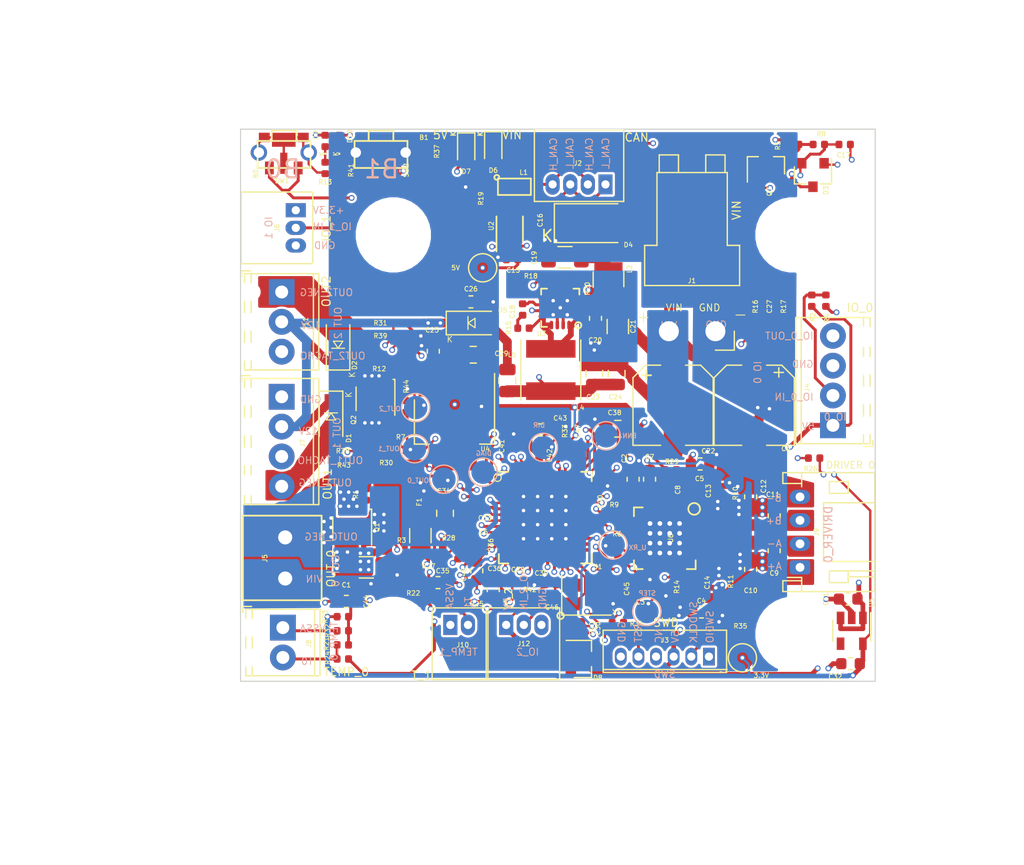
<source format=kicad_pcb>
(kicad_pcb (version 20171130) (host pcbnew "(5.1.4)-1")
  (title_block (title "Duet 3 Tool Board - 1LC") (date 2020-03-29) (rev 1.0) (company Duet3D) (comment 1 "(c) Duet3D"))
  (layers (0 F.Cu signal) (1 In1.Cu signal) (2 In2.Cu power) (31 B.Cu mixed) (34 B.Paste user) (35 F.Paste user) (36 B.SilkS user) (37 F.SilkS user) (38 B.Mask user) (39 F.Mask user) (44 Edge.Cuts user))
  (net 0 "")
  (net 1 CAN_L)
  (net 2 CAN_H)
  (net 3 DRIVER_0_B2)
  (net 4 DRIVER_ENN)
  (net 5 DRIVER_0_DIAG)
  (net 6 "Net-(U6-Pad12)")
  (net 7 USART_RX)
  (net 8 5V)
  (net 9 DRIVER_0_STEP)
  (net 10 "Net-(U6-Pad17)")
  (net 11 DRIVER_0_DIR)
  (net 12 DRIVER_0_A2)
  (net 13 V_IN)
  (net 14 DRIVER_0_A1)
  (net 15 "Net-(U6-Pad25)")
  (net 16 DRIVER_0_B1)
  (net 17 SWDIO)
  (net 18 SWDCLK)
  (net 19 +3.3V)
  (net 20 "Net-(J3-Pad4)")
  (net 21 RESET)
  (net 22 "/Stepper Driver & Endstops/CANL_C")
  (net 23 "/Stepper Driver & Endstops/CANH_C")
  (net 24 12V)
  (net 25 OUT_2_NEG)
  (net 26 OUT_1_NEG)
  (net 27 /Processor/XOUT)
  (net 28 /Processor/XIN)
  (net 29 OUT_0)
  (net 30 OUT_1)
  (net 31 OUT_2)
  (net 32 USART_TX)
  (net 33 THERMISTOR_1)
  (net 34 /Headers/12V_FB)
  (net 35 "Net-(D6-Pad1)")
  (net 36 /Headers/12_VOUT)
  (net 37 /Headers/12V_VSW)
  (net 38 VSSA)
  (net 39 THERMISTOR_0)
  (net 40 OUT_2_TACHO)
  (net 41 TEMP_0)
  (net 42 "Net-(Q1-Pad1)")
  (net 43 IO_0_IN)
  (net 44 "Net-(Q1-Pad4)")
  (net 45 IO_1_IN)
  (net 46 "Net-(Q2-Pad1)")
  (net 47 IO_1)
  (net 48 TEMP_1)
  (net 49 BOARD_TYPE)
  (net 50 OUT_1_TACHO)
  (net 51 VSSA_MON_0)
  (net 52 IO_0)
  (net 53 "Net-(Q2-Pad4)")
  (net 54 "Net-(U5-Pad4)")
  (net 55 12V_pwr)
  (net 56 OUT_0_NEG)
  (net 57 CAN0_TX)
  (net 58 CAN0_RX)
  (net 59 LED0)
  (net 60 LED1)
  (net 61 VIN_MON)
  (net 62 GNDANA)
  (net 63 IO_0_OUT)
  (net 64 "Net-(U1-Pad25)")
  (net 65 "Net-(U1-Pad26)")
  (net 66 "Net-(U1-Pad28)")
  (net 67 "Net-(U1-Pad32)")
  (net 68 "Net-(U3-Pad6)")
  (net 69 "Net-(U3-Pad7)")
  (net 70 "Net-(U3-Pad8)")
  (net 71 /Headers/12V_BST)
  (net 72 /Processor/VDDCORE)
  (net 73 BUTTON0)
  (net 74 BUTTON1)
  (net 75 "Net-(C18-Pad1)")
  (net 76 GND)
  (net 77 "Net-(D10-Pad1)")
  (net 78 "Net-(D9-Pad1)")
  (net 79 /Processor/rst)
  (net 80 "/Stepper Driver & Endstops/cpo")
  (net 81 "/Stepper Driver & Endstops/cpi")
  (net 82 "/Stepper Driver & Endstops/vcp")
  (net 83 "/Stepper Driver & Endstops/5vout")
  (net 84 "/Stepper Driver & Endstops/bra")
  (net 85 "/Stepper Driver & Endstops/brb")
  (net 86 /Headers/L2in)
  (net 87 "Net-(Q3-Pad3)")
  (net 88 "Net-(D7-Pad1)")
  (net 89 /Headers/12VCC)
  (net 90 /Processor/VDDANA_IN)
  (net 91 VREF_MON)
  (net 92 /Processor/io0out)
  (net 93 /Processor/out1tach)
  (net 94 /Processor/out2tach)
  (net 95 IO_2)
  (net 96 "Net-(D8-Pad2)")
  (net 97 IO_2_IN)
  (net 98 "Net-(U3-Pad9)")
  (module Connector_JST:JST_ZH_S3B-ZH_1x03_P1.50mm_Horizontal (layer F.Cu) (at 24.7 111.4 270)
    (fp_text reference J6 (at 0 1.6 90) (layer F.SilkS) (effects (font (size 0.4 0.4) (thickness 0.07))))
    (fp_text value IO_1 (at 0.05 -2.6 270) (layer F.SilkS) (effects (font (size 0.7 0.7) (thickness 0.1))))
    (pad 3 thru_hole oval (at 1.5 0 270) (size 1.2 1.75) (drill 0.7) (layers *.Cu *.Mask) (net 76 GND))
    (pad 2 thru_hole oval (at 0 0 270) (size 1.2 1.75) (drill 0.7) (layers *.Cu *.Mask) (net 45 IO_1_IN))
    (pad 1 thru_hole rect (at -1.5 0 270) (size 1.2 1.7) (drill 0.7) (layers *.Cu *.Mask) (net 19 +3.3V))
  )
  (module complib:TerminalBlock_Valcon_MB312-2.54-04_P2.54mm_Horizontal (layer F.Cu) (at 70.4 124.4 90)
    (fp_text reference J4 (at -0.6 -2.2 90) (layer F.SilkS) (effects (font (size 0.4 0.4) (thickness 0.07))))
    (fp_text value IO_0 (at 6.2 2.3) (layer F.SilkS) (effects (font (size 0.7 0.7) (thickness 0.1))))
    (pad 1 thru_hole rect (at -3.81 0 90) (size 2.2 2.2) (drill 1.1) (layers *.Cu *.Mask) (net 8 5V))
    (pad "" np_thru_hole circle (at -3.81 2.54 90) (size 1.1 1.1) (drill 1.1) (layers *.Cu *.Mask))
    (pad 2 thru_hole circle (at -1.27 0 90) (size 2.2 2.2) (drill 1.1) (layers *.Cu *.Mask) (net 43 IO_0_IN))
    (pad "" np_thru_hole circle (at -1.27 2.54 90) (size 1.1 1.1) (drill 1.1) (layers *.Cu *.Mask))
    (pad 3 thru_hole circle (at 1.27 0 90) (size 2.2 2.2) (drill 1.1) (layers *.Cu *.Mask) (net 76 GND))
    (pad "" np_thru_hole circle (at 1.27 2.54 90) (size 1.1 1.1) (drill 1.1) (layers *.Cu *.Mask))
    (pad 4 thru_hole circle (at 3.81 0 90) (size 2.2 2.2) (drill 1.1) (layers *.Cu *.Mask) (net 63 IO_0_OUT))
    (pad "" np_thru_hole circle (at 3.81 2.54 90) (size 1.1 1.1) (drill 1.1) (layers *.Cu *.Mask))
  )
  (module complib:JST_ZH_1x06_P1.5_B6B-ZR-SM4-TF (layer F.Cu) (at 56.1 147.9)
    (fp_text reference J3 (at 0 -1.4) (layer F.SilkS) (effects (font (size 0.4 0.4) (thickness 0.07))))
    (fp_text value SWD (at 0.1 -2.9) (layer F.SilkS) (effects (font (size 0.7 0.7) (thickness 0.1))))
    (pad 6 thru_hole oval (at -3.75 0 270) (size 1.5 1) (drill 0.7) (layers *.Cu *.Mask) (net 76 GND))
    (pad 5 thru_hole oval (at -2.25 0 270) (size 1.5 1) (drill 0.7) (layers *.Cu *.Mask) (net 21 RESET))
    (pad 4 thru_hole oval (at -0.75 0 270) (size 1.5 1) (drill 0.7) (layers *.Cu *.Mask) (net 20 "Net-(J3-Pad4)"))
    (pad 3 thru_hole oval (at 0.75 0 270) (size 1.5 1) (drill 0.7) (layers *.Cu *.Mask) (net 8 5V))
    (pad 2 thru_hole oval (at 2.25 0 270) (size 1.5 1) (drill 0.7) (layers *.Cu *.Mask) (net 18 SWDCLK))
    (pad 1 thru_hole rect (at 3.75 0 270) (size 1.5 1) (drill 0.7) (layers *.Cu *.Mask) (net 17 SWDIO))
  )
  (module complib:TerminalBlock_Valcon_MB312-2.54-02_P2.54mm_Horizontal (layer F.Cu) (at 23.6 146.7 270)
    (fp_text reference J8 (at 0.1 -2.2 90) (layer F.SilkS) (effects (font (size 0.4 0.4) (thickness 0.07))))
    (fp_text value TEMP_0 (at 2.5 -5.4 180) (layer F.SilkS) (effects (font (size 0.7 0.7) (thickness 0.1))))
    (pad 1 thru_hole rect (at -1.27 0 270) (size 2.2 2.2) (drill 1.1) (layers *.Cu *.Mask) (net 38 VSSA))
    (pad "" np_thru_hole circle (at -1.27 2.54 270) (size 1.1 1.1) (drill 1.1) (layers *.Cu *.Mask))
    (pad 2 thru_hole circle (at 1.27 0 270) (size 2.2 2.2) (drill 1.1) (layers *.Cu *.Mask) (net 39 THERMISTOR_0))
    (pad "" np_thru_hole circle (at 1.27 2.54 270) (size 1.1 1.1) (drill 1.1) (layers *.Cu *.Mask))
  )
  (module NetTie:NetTie-2_SMD_Pad0.5mm (layer F.Cu) (at 35.6 134.3 90)
    (fp_text reference NT1 hide)
    (fp_text value "GNDANA-GND NET TIE")
    (fp_poly (pts (xy -0.5 -0.25) (xy 0.5 -0.25) (xy 0.5 0.25) (xy -0.5 0.25)) (layer F.Cu) (width 0))
    (pad 1 smd circle (at -0.5 0 90) (size 0.5 0.5) (layers F.Cu) (net 62 GNDANA))
    (pad 2 smd circle (at 0.5 0 90) (size 0.5 0.5) (layers F.Cu) (net 76 GND))
  )
  (module Fuse:Fuse_1206_3216Metric (layer F.Cu) (at 35.3 137.6 90)
    (fp_text reference F1 (at 2.856711 -0.098995 90) (layer F.SilkS) (effects (font (size 0.4 0.4) (thickness 0.07))))
    (fp_text value "VSSA FUSE")
    (pad 1 smd roundrect (at -1.4 0 90) (size 1.25 1.75) (layers F.Cu F.Paste F.Mask) (roundrect_rratio 0.2) (net 38 VSSA))
    (pad 2 smd roundrect (at 1.4 0 90) (size 1.25 1.75) (layers F.Cu F.Paste F.Mask) (roundrect_rratio 0.2) (net 62 GNDANA))
  )
  (module complib:3.5MM_2X1 (layer F.Cu) (at 23.8 139.5 90)
    (fp_text reference J5 (at -0.03 -1.73 270) (layer F.SilkS) (effects (font (size 0.4 0.4) (thickness 0.07))))
    (fp_text value OUT_0 (at -0.9 3.9 90) (layer F.SilkS) (effects (font (size 0.7 0.7) (thickness 0.1))))
    (pad 2 thru_hole oval (at 1.75 0 90) (size 1.524 2) (drill 1.19888) (layers *.Cu *.Mask) (net 56 OUT_0_NEG))
    (pad 1 thru_hole rect (at -1.75 0 90) (size 2 2) (drill 1.19888) (layers *.Cu *.Mask) (net 13 V_IN))
  )
  (module Resistor_SMD:R_0402_1005Metric (layer F.Cu) (at 34.1 126.6 90)
    (fp_text reference R44 (at 1.7 0 90) (layer F.SilkS) (effects (font (size 0.4 0.4) (thickness 0.07))))
    (fp_text value 10K)
    (pad 2 smd roundrect (at 0.485 0 90) (size 0.59 0.64) (layers F.Cu F.Paste F.Mask) (net 76 GND))
    (pad 1 smd roundrect (at -0.485 0 90) (size 0.59 0.64) (layers F.Cu F.Paste F.Mask) (net 30 OUT_1))
  )
  (module Resistor_SMD:R_0402_1005Metric (layer F.Cu) (at 30.5 131.7 180)
    (fp_text reference R43 (at 1.7 0.1) (layer F.SilkS) (effects (font (size 0.4 0.4) (thickness 0.07))))
    (fp_text value 10K)
    (pad 2 smd roundrect (at 0.485 0 180) (size 0.59 0.64) (layers F.Cu F.Paste F.Mask) (net 76 GND))
    (pad 1 smd roundrect (at -0.485 0 180) (size 0.59 0.64) (layers F.Cu F.Paste F.Mask) (net 29 OUT_0))
  )
  (module Resistor_SMD:R_0402_1005Metric (layer F.Cu) (at 44.315 143.1 180)
    (fp_text reference R42 (at -0.285 0.9) (layer F.SilkS) (effects (font (size 0.4 0.4) (thickness 0.07))))
    (fp_text value 27K)
    (pad 2 smd roundrect (at 0.485 0 180) (size 0.59 0.64) (layers F.Cu F.Paste F.Mask) (net 8 5V))
    (pad 1 smd roundrect (at -0.485 0 180) (size 0.59 0.64) (layers F.Cu F.Paste F.Mask) (net 97 IO_2_IN))
  )
  (module Resistor_SMD:R_0402_1005Metric (layer F.Cu) (at 47.9 145.4 90)
    (fp_text reference R40 (at -0.1 2 90) (layer F.SilkS) (effects (font (size 0.4 0.4) (thickness 0.07))))
    (fp_text value 10K)
    (pad 2 smd roundrect (at 0.485 0 90) (size 0.59 0.64) (layers F.Cu F.Paste F.Mask) (net 97 IO_2_IN))
    (pad 1 smd roundrect (at -0.485 0 90) (size 0.59 0.64) (layers F.Cu F.Paste F.Mask) (net 95 IO_2))
  )
  (module Connector_JST:JST_ZH_S3B-ZH_1x03_P1.50mm_Horizontal (layer F.Cu) (at 44.1 145.2)
    (fp_text reference J12 (at 0 1.6) (layer F.SilkS) (effects (font (size 0.4 0.4) (thickness 0.07))))
    (fp_text value IO_2 (at -1.3 -2.3 90) (layer F.SilkS) (effects (font (size 0.6 0.5) (thickness 0.1))))
    (pad 3 thru_hole oval (at 1.5 0) (size 1.2 1.75) (drill 0.7) (layers *.Cu *.Mask) (net 76 GND))
    (pad 2 thru_hole oval (at 0 0) (size 1.2 1.75) (drill 0.7) (layers *.Cu *.Mask) (net 97 IO_2_IN))
    (pad 1 thru_hole rect (at -1.5 0) (size 1.2 1.7) (drill 0.7) (layers *.Cu *.Mask) (net 8 5V))
  )
  (module Connector_JST:JST_ZH_S2B-ZH_1x02_P1.50mm_Horizontal (layer F.Cu) (at 38.6 145.2)
    (fp_text reference J10 (at 0.3 1.7) (layer F.SilkS) (effects (font (size 0.4 0.4) (thickness 0.07))))
    (fp_text value T_1 (at -3.2 4.3) (layer F.SilkS) (effects (font (size 0.7 0.7) (thickness 0.1))))
    (pad 2 thru_hole oval (at 0.75 0) (size 1.2 1.75) (drill 0.7) (layers *.Cu *.Mask) (net 33 THERMISTOR_1))
    (pad 1 thru_hole rect (at -0.75 0) (size 1.2 1.7) (drill 0.7) (layers *.Cu *.Mask) (net 38 VSSA))
  )
  (module Package_TO_SOT_SMD:SOT-23 (layer F.Cu) (at 49.1 148.1)
    (fp_text reference D8 (at 1.3 1.6) (layer F.SilkS) (effects (font (size 0.4 0.4) (thickness 0.07))))
    (fp_text value BAT54C)
    (pad 3 smd rect (at 1 0) (size 0.9 0.8) (layers F.Cu F.Paste F.Mask) (net 8 5V))
    (pad 2 smd rect (at -1 0.95) (size 0.9 0.8) (layers F.Cu F.Paste F.Mask) (net 96 "Net-(D8-Pad2)"))
    (pad 1 smd rect (at -1 -0.95) (size 0.9 0.8) (layers F.Cu F.Paste F.Mask) (net 95 IO_2))
  )
  (module Capacitor_SMD:C_0402_1005Metric (layer F.Cu) (at 49 145.4 270)
    (fp_text reference C30 (at 0.1 -1.4 90) (layer F.SilkS) (effects (font (size 0.4 0.4) (thickness 0.07))))
    (fp_text value 2n2)
    (pad 2 smd roundrect (at 0.485 0 270) (size 0.59 0.64) (layers F.Cu F.Paste F.Mask) (net 76 GND))
    (pad 1 smd roundrect (at -0.485 0 270) (size 0.59 0.64) (layers F.Cu F.Paste F.Mask) (net 95 IO_2))
  )
  (module Capacitor_SMD:C_0402_1005Metric (layer F.Cu) (at 43.6 141.5)
    (fp_text reference C28 (at 0 -1) (layer F.SilkS) (effects (font (size 0.4 0.4) (thickness 0.07))))
    (fp_text value 2n2)
    (pad 2 smd roundrect (at 0.485 0) (size 0.59 0.64) (layers F.Cu F.Paste F.Mask) (net 76 GND))
    (pad 1 smd roundrect (at -0.485 0) (size 0.59 0.64) (layers F.Cu F.Paste F.Mask) (net 52 IO_0))
  )
  (module Capacitor_SMD:C_0402_1005Metric (layer F.Cu) (at 71.4 104.3)
    (fp_text reference C17 (at -0.1 0.9 180) (layer F.SilkS) (effects (font (size 0.4 0.4) (thickness 0.07))))
    (fp_text value 2n2)
    (pad 2 smd roundrect (at 0.485 0) (size 0.59 0.64) (layers F.Cu F.Paste F.Mask) (net 76 GND))
    (pad 1 smd roundrect (at -0.485 0) (size 0.59 0.64) (layers F.Cu F.Paste F.Mask) (net 47 IO_1))
  )
  (module Button_Switch_SMD:SW_TL3340AF160QG (layer F.Cu) (at 30.7 105.9 180)
    (fp_text reference SW2 (at -3.39 -0.6 270) (layer F.SilkS) (effects (font (size 0.4 0.4) (thickness 0.07))))
    (fp_text value B1 (at -4.9 2.2 180) (layer F.SilkS) (effects (font (size 0.4 0.4) (thickness 0.07))))
    (pad 8 smd rect (at -1.22555 2 180) (size 2.0066 1.1938) (layers F.Cu F.Paste F.Mask) (net 76 GND))
    (pad 9 smd rect (at 0.4318 2.2 180) (size 0.9271 0.8) (layers F.Cu F.Paste F.Mask) (net 76 GND))
    (pad 8 smd rect (at -2.8829 2.2 180) (size 0.9271 0.8) (layers F.Cu F.Paste F.Mask) (net 76 GND))
    (pad 5 thru_hole circle (at 0.89535 0.9144 180) (size 1.397 1.397) (drill 0.889) (layers *.Cu *.Mask) (net 76 GND))
    (pad 4 thru_hole circle (at -3.34645 0.9144 180) (size 1.397 1.397) (drill 0.889) (layers *.Cu *.Mask) (net 76 GND))
    (pad 3 smd rect (at 0 -0.4 180) (size 0.75 1.1) (layers F.Cu F.Paste F.Mask) (net 74 BUTTON1))
    (pad 2 smd rect (at -1.22555 0 180) (size 0.6096 1.8034) (layers F.Cu F.Paste F.Mask) (net 76 GND))
    (pad 1 smd rect (at -2.4511 -0.4 180) (size 0.75 1.1) (layers F.Cu F.Paste F.Mask) (net 74 BUTTON1))
  )
  (module Button_Switch_SMD:SW_TL3340AF160QG (layer F.Cu) (at 22.45355 105.9 180)
    (fp_text reference SW1 (at -1.07645 -1.49 180) (layer F.SilkS) (effects (font (size 0.4 0.4) (thickness 0.07))))
    (fp_text value B0 (at 1.15355 -0.9 270) (layer F.SilkS) (effects (font (size 0.4 0.4) (thickness 0.07))))
    (pad 1 smd rect (at -2.4511 -0.4 180) (size 0.75 1.1) (layers F.Cu F.Paste F.Mask) (net 73 BUTTON0))
    (pad 2 smd rect (at -1.22555 0 180) (size 0.6096 1.8034) (layers F.Cu F.Paste F.Mask) (net 76 GND))
    (pad 3 smd rect (at 0 -0.4 180) (size 0.75 1.1) (layers F.Cu F.Paste F.Mask) (net 73 BUTTON0))
    (pad 4 thru_hole circle (at -3.34645 0.9144 180) (size 1.397 1.397) (drill 0.889) (layers *.Cu *.Mask) (net 76 GND))
    (pad 5 thru_hole circle (at 0.89535 0.9144 180) (size 1.397 1.397) (drill 0.889) (layers *.Cu *.Mask) (net 76 GND))
    (pad 8 smd rect (at -2.8829 2.2 180) (size 0.9271 0.8) (layers F.Cu F.Paste F.Mask) (net 76 GND))
    (pad 9 smd rect (at 0.4318 2.2 180) (size 0.9271 0.8) (layers F.Cu F.Paste F.Mask) (net 76 GND))
    (pad 8 smd rect (at -1.22555 2 180) (size 2.0066 1.1938) (layers F.Cu F.Paste F.Mask) (net 76 GND))
  )
  (module Resistor_SMD:R_0402_1005Metric (layer F.Cu) (at 32.61 130.41)
    (fp_text reference R30 (at -0.21 0.99) (layer F.SilkS) (effects (font (size 0.4 0.4) (thickness 0.07))))
    (fp_text value 10K)
    (pad 2 smd roundrect (at 0.485 0) (size 0.59 0.64) (layers F.Cu F.Paste F.Mask) (net 8 5V))
    (pad 1 smd roundrect (at -0.485 0) (size 0.59 0.64) (layers F.Cu F.Paste F.Mask) (net 50 OUT_1_TACHO))
  )
  (module Resistor_SMD:R_0402_1005Metric (layer F.Cu) (at 33.485 120.6 180)
    (fp_text reference R39 (at 1.585 0) (layer F.SilkS) (effects (font (size 0.4 0.4) (thickness 0.07))))
    (fp_text value 10K)
    (pad 2 smd roundrect (at 0.485 0 180) (size 0.59 0.64) (layers F.Cu F.Paste F.Mask) (net 40 OUT_2_TACHO))
    (pad 1 smd roundrect (at -0.485 0 180) (size 0.59 0.64) (layers F.Cu F.Paste F.Mask) (net 94 /Processor/out2tach))
  )
  (module Resistor_SMD:R_0402_1005Metric (layer F.Cu) (at 30.5 130.4)
    (fp_text reference R38 (at -1.8 0) (layer F.SilkS) (effects (font (size 0.4 0.4) (thickness 0.07))))
    (fp_text value 10K)
    (pad 2 smd roundrect (at 0.485 0) (size 0.59 0.64) (layers F.Cu F.Paste F.Mask) (net 93 /Processor/out1tach))
    (pad 1 smd roundrect (at -0.485 0) (size 0.59 0.64) (layers F.Cu F.Paste F.Mask) (net 50 OUT_1_TACHO))
  )
  (module Resistor_SMD:R_0402_1005Metric (layer F.Cu) (at 68.8 131)
    (fp_text reference R26 (at -0.3 0.9) (layer F.SilkS) (effects (font (size 0.4 0.4) (thickness 0.07))))
    (fp_text value 470R)
    (pad 2 smd roundrect (at 0.485 0) (size 0.59 0.64) (layers F.Cu F.Paste F.Mask) (net 92 /Processor/io0out))
    (pad 1 smd roundrect (at -0.485 0) (size 0.59 0.64) (layers F.Cu F.Paste F.Mask) (net 63 IO_0_OUT))
  )
  (module TestPoint:TestPoint_Pad_D2.0mm (layer B.Cu) (at 34.8 130.2)
    (fp_text reference TP8 hide)
    (fp_text value OUT_1 (at -2.2 0 180) (layer B.SilkS) (effects (font (size 0.4 0.4) (thickness 0.07)) (justify mirror)))
    (pad 1 smd circle (at 0 0) (size 2 2) (layers B.Cu B.Mask) (net 30 OUT_1))
  )
  (module TestPoint:TestPoint_Pad_D2.0mm (layer B.Cu) (at 34.9 126.7)
    (fp_text reference TP9 hide)
    (fp_text value OUT_2 (at -2.2 0.1 180) (layer B.SilkS) (effects (font (size 0.4 0.4) (thickness 0.07)) (justify mirror)))
    (pad 1 smd circle (at 0 0) (size 2 2) (layers B.Cu B.Mask) (net 31 OUT_2))
  )
  (module TestPoint:TestPoint_Pad_D2.0mm (layer B.Cu) (at 37.3 132.8)
    (fp_text reference TP7 hide)
    (fp_text value OUT_0 (at -2.2 0.1 180) (layer B.SilkS) (effects (font (size 0.4 0.4) (thickness 0.07)) (justify mirror)))
    (pad 1 smd circle (at 0 0) (size 2 2) (layers B.Cu B.Mask) (net 29 OUT_0))
  )
  (module TestPoint:TestPoint_Pad_D2.0mm (layer B.Cu) (at 51.1 129.1)
    (fp_text reference TP6 hide)
    (fp_text value ENN (at 2 0 180) (layer B.SilkS) (effects (font (size 0.4 0.4) (thickness 0.07)) (justify mirror)))
    (pad 1 smd circle (at 0 0) (size 2 2) (layers B.Cu B.Mask) (net 4 DRIVER_ENN))
  )
  (module TestPoint:TestPoint_Pad_D2.0mm (layer B.Cu) (at 51.7 138.4 90)
    (fp_text reference TP4 hide)
    (fp_text value U_RX (at -0.21 2.08 180) (layer B.SilkS) (effects (font (size 0.4 0.4) (thickness 0.07)) (justify mirror)))
    (pad 1 smd circle (at 0 0 90) (size 2 2) (layers B.Cu B.Mask) (net 7 USART_RX))
  )
  (module TestPoint:TestPoint_Pad_D2.0mm (layer B.Cu) (at 45.76 130.09)
    (fp_text reference TP2 hide)
    (fp_text value DIR (at -0.36 -1.89 180) (layer B.SilkS) (effects (font (size 0.4 0.4) (thickness 0.07)) (justify mirror)))
    (pad 1 smd circle (at 0 0) (size 2 2) (layers B.Cu B.Mask) (net 11 DRIVER_0_DIR))
  )
  (module TestPoint:TestPoint_Pad_D2.0mm (layer B.Cu) (at 54.57 144.06)
    (fp_text reference TP1 hide)
    (fp_text value STEP (at 0.03 -1.56 180) (layer B.SilkS) (effects (font (size 0.4 0.4) (thickness 0.07)) (justify mirror)))
    (pad 1 smd circle (at 0 0) (size 2 2) (layers B.Cu B.Mask) (net 9 DRIVER_0_STEP))
  )
  (module TestPoint:TestPoint_Pad_D2.0mm (layer F.Cu) (at 62.7 148)
    (fp_text reference TP11 hide)
    (fp_text value 3.3V (at 1.6 1.5) (layer F.SilkS) (effects (font (size 0.4 0.4) (thickness 0.07))))
    (pad 1 smd circle (at 0 0) (size 2 2) (layers F.Cu F.Mask) (net 19 +3.3V))
  )
  (module TestPoint:TestPoint_Pad_D2.0mm (layer F.Cu) (at 40.6 114.8)
    (fp_text reference TP10 hide)
    (fp_text value 5V (at -2.3 0) (layer F.SilkS) (effects (font (size 0.4 0.4) (thickness 0.07))))
    (pad 1 smd circle (at 0 0) (size 2 2) (layers F.Cu F.Mask) (net 8 5V))
  )
  (module TestPoint:TestPoint_Pad_D2.0mm (layer B.Cu) (at 40.64 132.2)
    (fp_text reference TP3 hide)
    (fp_text value DIAG (at 0.06 -1.6 180) (layer B.SilkS) (effects (font (size 0.4 0.4) (thickness 0.07)) (justify mirror)))
    (pad 1 smd circle (at 0 0) (size 2 2) (layers B.Cu B.Mask) (net 5 DRIVER_0_DIAG))
  )
  (module Resistor_SMD:R_0402_1005Metric (layer F.Cu) (at 28.7 144.5 180)
    (fp_text reference R23 (at 1.5 0 270) (layer F.SilkS) (effects (font (size 0.4 0.4) (thickness 0.07))))
    (fp_text value 10R)
    (pad 2 smd roundrect (at 0.485 0 180) (size 0.59 0.64) (layers F.Cu F.Paste F.Mask) (net 19 +3.3V))
    (pad 1 smd roundrect (at -0.485 0 180) (size 0.59 0.64) (layers F.Cu F.Paste F.Mask) (net 91 VREF_MON))
  )
  (module Resistor_SMD:R_0402_1005Metric (layer F.Cu) (at 44.07 119.94)
    (fp_text reference R15 (at -1.27 -0.04 90) (layer F.SilkS) (effects (font (size 0.4 0.4) (thickness 0.07))))
    (fp_text value 10R)
    (pad 2 smd roundrect (at 0.485 0) (size 0.59 0.64) (layers F.Cu F.Paste F.Mask) (net 37 /Headers/12V_VSW))
    (pad 1 smd roundrect (at -0.485 0) (size 0.59 0.64) (layers F.Cu F.Paste F.Mask) (net 75 "Net-(C18-Pad1)"))
  )
  (module Resistor_SMD:R_0402_1005Metric (layer F.Cu) (at 55.79 142.03)
    (fp_text reference R14 (at 1.32 -0.07 90) (layer F.SilkS) (effects (font (size 0.4 0.4) (thickness 0.07))))
    (fp_text value 4K7)
    (pad 2 smd roundrect (at 0.485 0) (size 0.59 0.64) (layers F.Cu F.Paste F.Mask) (net 76 GND))
    (pad 1 smd roundrect (at -0.485 0) (size 0.59 0.64) (layers F.Cu F.Paste F.Mask) (net 9 DRIVER_0_STEP))
  )
  (module Capacitor_SMD:CP_Elec_6.3x7.7 (layer F.Cu) (at 56.8 126.5 270)
    (fp_text reference C22 (at 3.9 -3) (layer F.SilkS) (effects (font (size 0.4 0.4) (thickness 0.07))))
    (fp_text value "100u 50V")
    (fp_text user + (at -2.55 2.33 90) (layer F.SilkS))
    (pad 2 smd roundrect (at 2.7 0 270) (size 3.5 1.6) (layers F.Cu F.Paste F.Mask) (roundrect_rratio 0.15625) (net 76 GND))
    (pad 1 smd roundrect (at -2.7 0 270) (size 3.5 1.6) (layers F.Cu F.Paste F.Mask) (roundrect_rratio 0.15625) (net 89 /Headers/12VCC))
  )
  (module Capacitor_SMD:CP_Elec_6.3x7.7 (layer F.Cu) (at 63.7 126.5 270)
    (fp_text reference C6 (at 3.7 -2.7) (layer F.SilkS) (effects (font (size 0.4 0.4) (thickness 0.07))))
    (fp_text value "100u 35V")
    (pad 2 smd roundrect (at 2.7 0 270) (size 3.5 1.6) (layers F.Cu F.Paste F.Mask) (roundrect_rratio 0.15625) (net 76 GND))
    (pad 1 smd roundrect (at -2.7 0 270) (size 3.5 1.6) (layers F.Cu F.Paste F.Mask) (roundrect_rratio 0.15625) (net 13 V_IN))
  )
  (module Capacitor_SMD:C_0402_1005Metric (layer F.Cu) (at 43.1 114.1 180)
    (fp_text reference C15 (at -0.1 -0.91) (layer F.SilkS) (effects (font (size 0.4 0.4) (thickness 0.07))))
    (fp_text value 0u1)
    (pad 2 smd roundrect (at 0.485 0 180) (size 0.59 0.64) (layers F.Cu F.Paste F.Mask) (net 76 GND))
    (pad 1 smd roundrect (at -0.485 0 180) (size 0.59 0.64) (layers F.Cu F.Paste F.Mask) (net 8 5V))
  )
  (module Connector_JST:JST_ZH_S4B-ZH_1x04_P1.50mm_Horizontal (layer F.Cu) (at 48.8 107.7 180)
    (fp_text reference J2 (at 0.1 1.8) (layer F.SilkS) (effects (font (size 0.4 0.4) (thickness 0.07))))
    (fp_text value CAN (at -4.9 4 180) (layer F.SilkS) (effects (font (size 0.7 0.7) (thickness 0.1))))
    (pad 4 thru_hole oval (at 2.25 0 180) (size 1.2 1.75) (drill 0.7) (layers *.Cu *.Mask) (net 2 CAN_H))
    (pad 3 thru_hole oval (at 0.75 0 180) (size 1.2 1.75) (drill 0.7) (layers *.Cu *.Mask) (net 1 CAN_L))
    (pad 2 thru_hole oval (at -0.75 0 180) (size 1.2 1.75) (drill 0.7) (layers *.Cu *.Mask) (net 2 CAN_H))
    (pad 1 thru_hole rect (at -2.25 0 180) (size 1.2 1.7) (drill 0.7) (layers *.Cu *.Mask) (net 1 CAN_L))
  )
  (module complib:TerminalBlock_Valcon_MB312-2.54-04_P2.54mm_Horizontal (layer F.Cu) (at 23.5 129.59 270)
    (fp_text reference J7 (at 0.14 -1.81 90) (layer F.SilkS) (effects (font (size 0.4 0.4) (thickness 0.07))))
    (fp_text value OUT1 (at 3.61 -3.9 270) (layer F.SilkS) (effects (font (size 0.7 0.7) (thickness 0.1))))
    (pad 1 thru_hole rect (at -3.81 0 270) (size 2.2 2.2) (drill 1.1) (layers *.Cu *.Mask) (net 76 GND))
    (pad "" np_thru_hole circle (at -3.81 2.54 270) (size 1.1 1.1) (drill 1.1) (layers *.Cu *.Mask))
    (pad 2 thru_hole circle (at -1.27 0 270) (size 2.2 2.2) (drill 1.1) (layers *.Cu *.Mask) (net 24 12V))
    (pad "" np_thru_hole circle (at -1.27 2.54 270) (size 1.1 1.1) (drill 1.1) (layers *.Cu *.Mask))
    (pad 3 thru_hole circle (at 1.27 0 270) (size 2.2 2.2) (drill 1.1) (layers *.Cu *.Mask) (net 50 OUT_1_TACHO))
    (pad "" np_thru_hole circle (at 1.27 2.54 270) (size 1.1 1.1) (drill 1.1) (layers *.Cu *.Mask))
    (pad 4 thru_hole circle (at 3.81 0 270) (size 2.2 2.2) (drill 1.1) (layers *.Cu *.Mask) (net 26 OUT_1_NEG))
    (pad "" np_thru_hole circle (at 3.81 2.54 270) (size 1.1 1.1) (drill 1.1) (layers *.Cu *.Mask))
  )
  (module complib:TerminalBlock_Valcon_MB312-2.54-03_P2.54mm_Horizontal (layer F.Cu) (at 23.5 119.4 270)
    (fp_text reference J11 (at 0.14 -2.04 90) (layer F.SilkS) (effects (font (size 0.4 0.4) (thickness 0.07))))
    (fp_text value OUT2 (at -2.6 -3.8 90) (layer F.SilkS) (effects (font (size 0.7 0.7) (thickness 0.1))))
    (pad 1 thru_hole rect (at -2.54 0 270) (size 2.2 2.2) (drill 1.1) (layers *.Cu *.Mask) (net 25 OUT_2_NEG))
    (pad "" np_thru_hole circle (at -2.54 2.54 270) (size 1.1 1.1) (drill 1.1) (layers *.Cu *.Mask))
    (pad 2 thru_hole circle (at 0 0 270) (size 2.2 2.2) (drill 1.1) (layers *.Cu *.Mask) (net 24 12V))
    (pad "" np_thru_hole circle (at 0 2.54 270) (size 1.1 1.1) (drill 1.1) (layers *.Cu *.Mask))
    (pad 3 thru_hole circle (at 2.54 0 270) (size 2.2 2.2) (drill 1.1) (layers *.Cu *.Mask) (net 40 OUT_2_TACHO))
    (pad "" np_thru_hole circle (at 2.54 2.54 270) (size 1.1 1.1) (drill 1.1) (layers *.Cu *.Mask))
  )
  (module Resistor_SMD:R_0402_1005Metric (layer F.Cu) (at 56.6 132 180)
    (fp_text reference R29 (at -0.1 0.7 180) (layer F.SilkS) (effects (font (size 0.4 0.4) (thickness 0.07))))
    (fp_text value 10K)
    (pad 2 smd roundrect (at 0.485 0 180) (size 0.59 0.64) (layers F.Cu F.Paste F.Mask) (net 8 5V))
    (pad 1 smd roundrect (at -0.485 0 180) (size 0.59 0.64) (layers F.Cu F.Paste F.Mask) (net 4 DRIVER_ENN))
  )
  (module Fiducial:Fiducial_1mm_Mask2mm (layer F.Cu) (at 42.34 127.9)
    (fp_text reference M7 hide)
    (fp_text value FID)
    (pad "" smd circle (at 0 0) (size 1 1) (layers F.Cu F.Mask) (clearance 0.5))
  )
  (module Fiducial:Fiducial_1mm_Mask2mm (layer F.Cu) (at 63.2 143.5)
    (fp_text reference M2 hide)
    (fp_text value FID)
    (pad "" smd circle (at 0 0) (size 1 1) (layers F.Cu F.Mask) (clearance 0.5))
  )
  (module Package_TO_SOT_SMD:SOT-223-3_TabPin2 (layer F.Cu) (at 38.2 127.9 270)
    (fp_text reference U4 (at 2.32 -2.62 180) (layer F.SilkS) (effects (font (size 0.4 0.4) (thickness 0.07))))
    (fp_text value SPX1117M3-L-5-0/TR)
    (pad 1 smd rect (at -3.15 -2.3 270) (size 2 1.5) (layers F.Cu F.Paste F.Mask) (net 76 GND))
    (pad 3 smd rect (at -3.15 2.3 270) (size 2 1.5) (layers F.Cu F.Paste F.Mask) (net 55 12V_pwr))
    (pad 2 smd rect (at -3.15 0 270) (size 2 1.5) (layers F.Cu F.Paste F.Mask) (net 8 5V))
    (pad 2 smd rect (at 3.15 0 270) (size 2 3.8) (layers F.Cu F.Paste F.Mask) (net 8 5V))
  )
  (module Capacitor_SMD:C_0805_2012Metric (layer F.Cu) (at 39.8 122.2)
    (fp_text reference C29 (at 2.4 -0.1) (layer F.SilkS) (effects (font (size 0.4 0.4) (thickness 0.07))))
    (fp_text value "10u 10v")
    (pad 2 smd roundrect (at 0.9375 0) (size 0.975 1.4) (layers F.Cu F.Paste F.Mask) (net 76 GND))
    (pad 1 smd roundrect (at -0.9375 0) (size 0.975 1.4) (layers F.Cu F.Paste F.Mask) (net 8 5V))
  )
  (module LED_SMD:LED_0603_1608Metric (layer F.Cu) (at 41.5 104.7 270)
    (fp_text reference D6 (at 1.8 0) (layer F.SilkS) (effects (font (size 0.4 0.4) (thickness 0.07))))
    (fp_text value VIN (at -1.2 -1.6 180) (layer F.SilkS) (effects (font (size 0.7 0.7) (thickness 0.1))))
    (fp_text user K (at -1.3 1.1 90) (layer F.SilkS) (effects (font (size 0.4 0.4) (thickness 0.1))))
    (pad 2 smd roundrect (at 0.7875 0 270) (size 0.875 0.95) (layers F.Cu F.Paste F.Mask) (net 13 V_IN))
    (pad 1 smd roundrect (at -0.7875 0 270) (size 0.875 0.95) (layers F.Cu F.Paste F.Mask) (net 35 "Net-(D6-Pad1)"))
  )
  (module MountingHole:MountingHole_3.2mm_M3 (layer F.Cu) (at 33 112)
    (fp_text reference M5 hide)
    (fp_text value MOUNTING hide)
    (pad "" np_thru_hole circle (at 0 0) (size 3.2 3.2) (drill 3.2) (layers *.Cu *.Mask) (clearance 1.6))
  )
  (module Resistor_SMD:R_0402_1005Metric (layer F.Cu) (at 37.6 104.9 270)
    (fp_text reference R37 (at 0 0.9 90) (layer F.SilkS) (effects (font (size 0.4 0.4) (thickness 0.07))))
    (fp_text value 2K2)
    (pad 2 smd roundrect (at 0.485 0 270) (size 0.59 0.64) (layers F.Cu F.Paste F.Mask) (net 76 GND))
    (pad 1 smd roundrect (at -0.485 0 270) (size 0.59 0.64) (layers F.Cu F.Paste F.Mask) (net 88 "Net-(D7-Pad1)"))
  )
  (module LED_SMD:LED_0603_1608Metric (layer F.Cu) (at 39.2 104.8 270)
    (fp_text reference D7 (at 1.8 0 180) (layer F.SilkS) (effects (font (size 0.4 0.4) (thickness 0.07))))
    (fp_text value 5V (at -1.3 2.2 180) (layer F.SilkS) (effects (font (size 0.7 0.7) (thickness 0.1))))
    (fp_text user K (at -1.4 1.1 90) (layer F.SilkS) (effects (font (size 0.4 0.4) (thickness 0.1))))
    (pad 2 smd roundrect (at 0.7875 0 270) (size 0.875 0.95) (layers F.Cu F.Paste F.Mask) (net 8 5V))
    (pad 1 smd roundrect (at -0.7875 0 270) (size 0.875 0.95) (layers F.Cu F.Paste F.Mask) (net 88 "Net-(D7-Pad1)"))
  )
  (module Package_TO_SOT_SMD:SOT-23-5 (layer F.Cu) (at 72 145.7 270)
    (fp_text reference U5 (at -2.4 -1.7 90) (layer F.SilkS) (effects (font (size 0.4 0.4) (thickness 0.07))))
    (fp_text value AP2127K-3.3)
    (pad 5 smd rect (at 1.1 -0.95 270) (size 1.06 0.65) (layers F.Cu F.Paste F.Mask) (net 19 +3.3V))
    (pad 4 smd rect (at 1.1 0.95 270) (size 1.06 0.65) (layers F.Cu F.Paste F.Mask) (net 54 "Net-(U5-Pad4)"))
    (pad 3 smd rect (at -1.1 0.95 270) (size 1.06 0.65) (layers F.Cu F.Paste F.Mask) (net 8 5V))
    (pad 2 smd rect (at -1.1 0 270) (size 1.06 0.65) (layers F.Cu F.Paste F.Mask) (net 76 GND))
    (pad 1 smd rect (at -1.1 -0.95 270) (size 1.06 0.65) (layers F.Cu F.Paste F.Mask) (net 8 5V))
  )
  (module complib:SRF2012AA (layer F.Cu) (at 43.3 107.9)
    (fp_text reference L1 (at 0.79 -1.22 180) (layer F.SilkS) (effects (font (size 0.4 0.4) (thickness 0.07))))
    (fp_text value "CM Choke")
    (pad 3 smd rect (at 0.925 0.425) (size 0.75 0.4) (layers F.Cu F.Paste F.Mask) (net 1 CAN_L))
    (pad 2 smd rect (at 0.925 -0.425) (size 0.75 0.4) (layers F.Cu F.Paste F.Mask) (net 2 CAN_H))
    (pad 4 smd rect (at -0.925 0.425) (size 0.75 0.4) (layers F.Cu F.Paste F.Mask) (net 22 "/Stepper Driver & Endstops/CANL_C"))
    (pad 1 smd rect (at -0.925 -0.425) (size 0.75 0.4) (layers F.Cu F.Paste F.Mask) (net 23 "/Stepper Driver & Endstops/CANH_C"))
  )
  (module Resistor_SMD:R_0402_1005Metric (layer F.Cu) (at 61.4 135.6 270)
    (fp_text reference R10 (at -1.6 -0.7 270) (layer F.SilkS) (effects (font (size 0.4 0.4) (thickness 0.07))))
    (fp_text value "0R091 1% 0.25W")
    (pad 2 smd roundrect (at 0.485 0 270) (size 0.59 0.64) (layers F.Cu F.Paste F.Mask) (net 85 "/Stepper Driver & Endstops/brb"))
    (pad 1 smd roundrect (at -0.485 0 270) (size 0.59 0.64) (layers F.Cu F.Paste F.Mask) (net 76 GND))
  )
  (module Resistor_SMD:R_0402_1005Metric (layer F.Cu) (at 61.5 139.9 90)
    (fp_text reference R11 (at -1.6 0.2 90) (layer F.SilkS) (effects (font (size 0.4 0.4) (thickness 0.07))))
    (fp_text value "0R091 1% 0.25W")
    (pad 2 smd roundrect (at 0.485 0 90) (size 0.59 0.64) (layers F.Cu F.Paste F.Mask) (net 84 "/Stepper Driver & Endstops/bra"))
    (pad 1 smd roundrect (at -0.485 0 90) (size 0.59 0.64) (layers F.Cu F.Paste F.Mask) (net 76 GND))
  )
  (module complib:QFN-28-1EP_5x5mm_Pitch0.5mm (layer F.Cu) (at 56.095249 137.823276 270)
    (fp_text reference U6 (at 0 -0.5 270) (layer F.SilkS) (effects (font (size 0.4 0.4) (thickness 0.07))))
    (fp_text value DRIVER0 hide)
    (pad 29 thru_hole rect (at 1.25625 1.25625 270) (size 0.8375 0.8375) (drill 0.4) (layers *.Cu *.Mask) (net 76 GND))
    (pad 29 thru_hole rect (at 1.25625 0.41875 270) (size 0.8375 0.8375) (drill 0.4) (layers *.Cu *.Mask) (net 76 GND))
    (pad 29 thru_hole rect (at 0.41875 0.41875 270) (size 0.8375 0.8375) (drill 0.4) (layers *.Cu *.Mask) (net 76 GND))
    (pad 29 thru_hole rect (at 0.41875 1.25625 270) (size 0.8375 0.8375) (drill 0.4) (layers *.Cu *.Mask) (net 76 GND))
    (pad 29 thru_hole rect (at -0.41875 1.25625 270) (size 0.8375 0.8375) (drill 0.4) (layers *.Cu *.Mask) (net 76 GND))
    (pad 29 thru_hole rect (at -1.25625 1.25625 270) (size 0.8375 0.8375) (drill 0.4) (layers *.Cu *.Mask) (net 76 GND))
    (pad 29 thru_hole rect (at -0.41875 0.41875 270) (size 0.8375 0.8375) (drill 0.4) (layers *.Cu *.Mask) (net 76 GND))
    (pad 29 thru_hole rect (at -1.25625 0.41875 270) (size 0.8375 0.8375) (drill 0.4) (layers *.Cu *.Mask) (net 76 GND))
    (pad 29 thru_hole rect (at 1.25625 -0.41875 270) (size 0.8375 0.8375) (drill 0.4) (layers *.Cu *.Mask) (net 76 GND))
    (pad 29 thru_hole rect (at 1.25625 -1.25625 270) (size 0.8375 0.8375) (drill 0.4) (layers *.Cu *.Mask) (net 76 GND))
    (pad 29 thru_hole rect (at 0.41875 -0.41875 270) (size 0.8375 0.8375) (drill 0.4) (layers *.Cu *.Mask) (net 76 GND))
    (pad 29 thru_hole rect (at 0.41875 -1.25625 270) (size 0.8375 0.8375) (drill 0.4) (layers *.Cu *.Mask) (net 76 GND))
    (pad 29 thru_hole rect (at -0.41875 -0.41875 270) (size 0.8375 0.8375) (drill 0.4) (layers *.Cu *.Mask) (net 76 GND))
    (pad 29 thru_hole rect (at -0.41875 -1.25625 270) (size 0.8375 0.8375) (drill 0.4) (layers *.Cu *.Mask) (net 76 GND))
    (pad 29 thru_hole rect (at -1.25625 -0.41875 270) (size 0.8375 0.8375) (drill 0.4) (layers *.Cu *.Mask) (net 76 GND))
    (pad 29 thru_hole rect (at -1.25625 -1.25625 270) (size 0.8375 0.8375) (drill 0.4) (layers *.Cu *.Mask) (net 76 GND))
    (pad 29 smd rect (at -0.8375 -0.8375 270) (size 1.675 1.675) (layers F.Cu F.Paste F.Mask) (net 76 GND))
    (pad 29 smd rect (at -0.8375 0.8375 270) (size 1.675 1.675) (layers F.Cu F.Paste F.Mask) (net 76 GND))
    (pad 29 smd rect (at 0.8375 -0.8375 270) (size 1.675 1.675) (layers F.Cu F.Paste F.Mask) (net 76 GND))
    (pad 29 smd rect (at 0.8375 0.8375 270) (size 1.675 1.675) (layers F.Cu F.Paste F.Mask) (net 76 GND))
    (pad 28 smd rect (at -1.5 -2.45) (size 0.85 0.3) (layers F.Cu F.Paste F.Mask) (net 13 V_IN))
    (pad 27 smd rect (at -1 -2.45) (size 0.85 0.3) (layers F.Cu F.Paste F.Mask) (net 85 "/Stepper Driver & Endstops/brb"))
    (pad 26 smd rect (at -0.5 -2.45) (size 0.85 0.3) (layers F.Cu F.Paste F.Mask) (net 16 DRIVER_0_B1))
    (pad 25 smd rect (at 0 -2.45) (size 0.85 0.3) (layers F.Cu F.Paste F.Mask) (net 15 "Net-(U6-Pad25)"))
    (pad 24 smd rect (at 0.5 -2.45) (size 0.85 0.3) (layers F.Cu F.Paste F.Mask) (net 14 DRIVER_0_A1))
    (pad 23 smd rect (at 1 -2.45) (size 0.85 0.3) (layers F.Cu F.Paste F.Mask) (net 84 "/Stepper Driver & Endstops/bra"))
    (pad 22 smd rect (at 1.5 -2.45) (size 0.85 0.3) (layers F.Cu F.Paste F.Mask) (net 13 V_IN))
    (pad 21 smd rect (at 2.45 -1.5 270) (size 0.85 0.3) (layers F.Cu F.Paste F.Mask) (net 12 DRIVER_0_A2))
    (pad 20 smd rect (at 2.45 -1 270) (size 0.85 0.3) (layers F.Cu F.Paste F.Mask) (net 76 GND))
    (pad 19 smd rect (at 2.45 -0.5 270) (size 0.85 0.3) (layers F.Cu F.Paste F.Mask) (net 11 DRIVER_0_DIR))
    (pad 18 smd rect (at 2.45 0 270) (size 0.85 0.3) (layers F.Cu F.Paste F.Mask) (net 76 GND))
    (pad 17 smd rect (at 2.45 0.5 270) (size 0.85 0.3) (layers F.Cu F.Paste F.Mask) (net 10 "Net-(U6-Pad17)"))
    (pad 16 smd rect (at 2.45 1 270) (size 0.85 0.3) (layers F.Cu F.Paste F.Mask) (net 9 DRIVER_0_STEP))
    (pad 15 smd rect (at 2.45 1.5 270) (size 0.85 0.3) (layers F.Cu F.Paste F.Mask) (net 8 5V))
    (pad 14 smd rect (at 1.5 2.45) (size 0.85 0.3) (layers F.Cu F.Paste F.Mask) (net 7 USART_RX))
    (pad 13 smd rect (at 1 2.45) (size 0.85 0.3) (layers F.Cu F.Paste F.Mask) (net 76 GND))
    (pad 12 smd rect (at 0.5 2.45) (size 0.85 0.3) (layers F.Cu F.Paste F.Mask) (net 6 "Net-(U6-Pad12)"))
    (pad 11 smd rect (at 0 2.45) (size 0.85 0.3) (layers F.Cu F.Paste F.Mask) (net 5 DRIVER_0_DIAG))
    (pad 10 smd rect (at -0.5 2.45) (size 0.85 0.3) (layers F.Cu F.Paste F.Mask) (net 76 GND))
    (pad 9 smd rect (at -1 2.45) (size 0.85 0.3) (layers F.Cu F.Paste F.Mask) (net 76 GND))
    (pad 8 smd rect (at -1.5 2.45) (size 0.85 0.3) (layers F.Cu F.Paste F.Mask) (net 83 "/Stepper Driver & Endstops/5vout"))
    (pad 7 smd rect (at -2.45 1.5 270) (size 0.85 0.3) (layers F.Cu F.Paste F.Mask) (net 76 GND))
    (pad 6 smd rect (at -2.45 1 270) (size 0.85 0.3) (layers F.Cu F.Paste F.Mask) (net 82 "/Stepper Driver & Endstops/vcp"))
    (pad 5 smd rect (at -2.45 0.5 270) (size 0.85 0.3) (layers F.Cu F.Paste F.Mask) (net 81 "/Stepper Driver & Endstops/cpi"))
    (pad 4 smd rect (at -2.45 0 270) (size 0.85 0.3) (layers F.Cu F.Paste F.Mask) (net 80 "/Stepper Driver & Endstops/cpo"))
    (pad 3 smd rect (at -2.45 -0.5 270) (size 0.85 0.3) (layers F.Cu F.Paste F.Mask) (net 76 GND))
    (pad 2 smd rect (at -2.45 -1 270) (size 0.85 0.3) (layers F.Cu F.Paste F.Mask) (net 4 DRIVER_ENN))
    (pad 1 smd rect (at -2.45 -1.5 270) (size 0.85 0.3) (layers F.Cu F.Paste F.Mask) (net 3 DRIVER_0_B2))
  )
  (module Capacitor_SMD:C_0402_1005Metric (layer F.Cu) (at 59.8 139.9 270)
    (fp_text reference C14 (at 1.7 0.1 270) (layer F.SilkS) (effects (font (size 0.4 0.4) (thickness 0.07))))
    (fp_text value 0.1u)
    (pad 2 smd roundrect (at 0.485 0 270) (size 0.59 0.64) (layers F.Cu F.Paste F.Mask) (net 76 GND))
    (pad 1 smd roundrect (at -0.485 0 270) (size 0.59 0.64) (layers F.Cu F.Paste F.Mask) (net 84 "/Stepper Driver & Endstops/bra"))
  )
  (module Capacitor_SMD:C_0402_1005Metric (layer F.Cu) (at 59.8 135.6 90)
    (fp_text reference C13 (at 1.8 0 90) (layer F.SilkS) (effects (font (size 0.4 0.4) (thickness 0.07))))
    (fp_text value 0.1u)
    (pad 2 smd roundrect (at 0.485 0 90) (size 0.59 0.64) (layers F.Cu F.Paste F.Mask) (net 76 GND))
    (pad 1 smd roundrect (at -0.485 0 90) (size 0.59 0.64) (layers F.Cu F.Paste F.Mask) (net 85 "/Stepper Driver & Endstops/brb"))
  )
  (module Resistor_SMD:R_0402_1005Metric (layer F.Cu) (at 51.815 135.9 180)
    (fp_text reference R9 (at 0.02 0.93 180) (layer F.SilkS) (effects (font (size 0.4 0.4) (thickness 0.07))))
    (fp_text value 1K)
    (pad 2 smd roundrect (at 0.485 0 180) (size 0.59 0.64) (layers F.Cu F.Paste F.Mask) (net 32 USART_TX))
    (pad 1 smd roundrect (at -0.485 0 180) (size 0.59 0.64) (layers F.Cu F.Paste F.Mask) (net 7 USART_RX))
  )
  (module MountingHole:MountingHole_3.2mm_M3 (layer F.Cu) (at 33 146)
    (fp_text reference M3 hide)
    (fp_text value MOUNTING hide)
    (pad "" np_thru_hole circle (at 0 0) (size 3.2 3.2) (drill 3.2) (layers *.Cu *.Mask) (clearance 1.6))
  )
  (module MountingHole:MountingHole_3.2mm_M3 (layer F.Cu) (at 67 146)
    (fp_text reference M6 hide)
    (fp_text value MOUNTING hide)
    (pad "" np_thru_hole circle (at 0 0) (size 3.2 3.2) (drill 3.2) (layers *.Cu *.Mask) (clearance 1.6))
  )
  (module MountingHole:MountingHole_3.2mm_M3 (layer F.Cu) (at 67 112)
    (fp_text reference M4 hide)
    (fp_text value MOUNTING hide)
    (pad "" np_thru_hole circle (at 0 0) (size 3.2 3.2) (drill 3.2) (layers *.Cu *.Mask) (clearance 1.6))
  )
  (module Capacitor_SMD:C_0402_1005Metric (layer F.Cu) (at 46.4 142.8)
    (fp_text reference C46 (at 0.1 0.9 180) (layer F.SilkS) (effects (font (size 0.4 0.4) (thickness 0.07))))
    (fp_text value 10p)
    (pad 2 smd roundrect (at 0.485 0) (size 0.59 0.64) (layers F.Cu F.Paste F.Mask) (net 76 GND))
    (pad 1 smd roundrect (at -0.485 0) (size 0.59 0.64) (layers F.Cu F.Paste F.Mask) (net 28 /Processor/XIN))
  )
  (module Package_TO_SOT_SMD:SOT-23 (layer F.Cu) (at 64.7 106.1 90)
    (fp_text reference Q3 (at -2.2 0.3 270) (layer F.SilkS) (effects (font (size 0.4 0.4) (thickness 0.07))))
    (fp_text value PMV40UN2)
    (pad 3 smd rect (at 1 0 90) (size 0.9 0.8) (layers F.Cu F.Paste F.Mask) (net 87 "Net-(Q3-Pad3)"))
    (pad 2 smd rect (at -1 0.95 90) (size 0.9 0.8) (layers F.Cu F.Paste F.Mask) (net 45 IO_1_IN))
    (pad 1 smd rect (at -1 -0.95 90) (size 0.9 0.8) (layers F.Cu F.Paste F.Mask) (net 19 +3.3V))
  )
  (module Resistor_SMD:R_0402_1005Metric (layer F.Cu) (at 28.7 145.7 180)
    (fp_text reference R32 (at 1.3 0 270) (layer F.SilkS) (effects (font (size 0.4 0.4) (thickness 0.07))))
    (fp_text value 2K2)
    (pad 2 smd roundrect (at 0.485 0 180) (size 0.59 0.64) (layers F.Cu F.Paste F.Mask) (net 38 VSSA))
    (pad 1 smd roundrect (at -0.485 0 180) (size 0.59 0.64) (layers F.Cu F.Paste F.Mask) (net 91 VREF_MON))
  )
  (module Resistor_SMD:R_0402_1005Metric (layer F.Cu) (at 30.7 134.1 90)
    (fp_text reference R1 (at 0.0125 -0.9 90) (layer F.SilkS) (effects (font (size 0.4 0.4) (thickness 0.07))))
    (fp_text value 470R)
    (pad 2 smd roundrect (at 0.485 0 90) (size 0.59 0.64) (layers F.Cu F.Paste F.Mask) (net 29 OUT_0))
    (pad 1 smd roundrect (at -0.485 0 90) (size 0.59 0.64) (layers F.Cu F.Paste F.Mask) (net 42 "Net-(Q1-Pad1)"))
  )
  (module Package_SON:Fairchild_DualPower33-6_3x3mm (layer F.Cu) (at 29.5 137 270)
    (fp_text reference Q1 (at -0.1 -2.1 270) (layer F.SilkS) (effects (font (size 0.4 0.4) (thickness 0.07))))
    (fp_text value Q_DUAL_NMOS)
    (pad 1 smd roundrect (at -1.39 -0.975 270) (size 0.52 0.45) (layers F.Cu F.Mask) (net 42 "Net-(Q1-Pad1)"))
    (pad 2 smd roundrect (at -1.39 0.325 270) (size 0.52 1.75) (layers F.Cu F.Mask) (net 76 GND))
    (pad 5 smd roundrect (at -0.55 0 270) (size 0.75 2.52) (layers F.Cu F.Mask) (net 56 OUT_0_NEG))
    (pad 6 smd roundrect (at 0.55 0 270) (size 0.75 2.52) (layers F.Cu F.Mask) (net 56 OUT_0_NEG))
    (pad 4 smd roundrect (at 1.39 -0.975 270) (size 0.52 0.45) (layers F.Cu F.Mask) (net 44 "Net-(Q1-Pad4)"))
    (pad 3 smd roundrect (at 1.39 0.325 270) (size 0.52 1.75) (layers F.Cu F.Mask) (net 76 GND))
  )
  (module Resistor_SMD:R_0402_1005Metric (layer F.Cu) (at 32.3 138)
    (fp_text reference R3 (at 1.4 0) (layer F.SilkS) (effects (font (size 0.4 0.4) (thickness 0.07))))
    (fp_text value 470R)
    (pad 2 smd roundrect (at 0.485 0) (size 0.59 0.64) (layers F.Cu F.Paste F.Mask) (net 29 OUT_0))
    (pad 1 smd roundrect (at -0.485 0) (size 0.59 0.64) (layers F.Cu F.Paste F.Mask) (net 44 "Net-(Q1-Pad4)"))
  )
  (module Capacitor_SMD:C_1206_3216Metric (layer F.Cu) (at 30.7 140.3 180)
    (fp_text reference C1 (at 1.7 -1.5 180) (layer F.SilkS) (effects (font (size 0.4 0.4) (thickness 0.07))))
    (fp_text value "10u 50V")
    (pad 2 smd roundrect (at 1.4 0 180) (size 1.25 1.75) (layers F.Cu F.Paste F.Mask) (roundrect_rratio 0.2) (net 76 GND))
    (pad 1 smd roundrect (at -1.4 0 180) (size 1.25 1.75) (layers F.Cu F.Paste F.Mask) (roundrect_rratio 0.2) (net 13 V_IN))
  )
  (module Connector_JST:JST_PH_S4B-PH-K_1x04_P2.00mm_Horizontal (layer F.Cu) (at 67.6 140.3 90)
    (fp_text reference J9 (at 3 1.4 90) (layer F.SilkS) (effects (font (size 0.4 0.4) (thickness 0.07))))
    (fp_text value DRIVER_0 (at 2.8 2.4 90) (layer B.SilkS) (effects (font (size 0.7 0.7) (thickness 0.1)) (justify mirror)))
    (pad 4 thru_hole oval (at 6 0 90) (size 1.2 1.75) (drill 0.75) (layers *.Cu *.Mask) (net 3 DRIVER_0_B2))
    (pad 3 thru_hole oval (at 4 0 90) (size 1.2 1.75) (drill 0.75) (layers *.Cu *.Mask) (net 16 DRIVER_0_B1))
    (pad 2 thru_hole oval (at 2 0 90) (size 1.2 1.75) (drill 0.75) (layers *.Cu *.Mask) (net 14 DRIVER_0_A1))
    (pad 1 thru_hole roundrect (at 0 0 90) (size 1.2 1.75) (drill 0.75) (layers *.Cu *.Mask) (roundrect_rratio 0.208333) (net 12 DRIVER_0_A2))
  )
  (module Diode_SMD:D_SOD-123F (layer F.Cu) (at 28.3 121.3 90)
    (fp_text reference D2 (at -1.8 1.4 90) (layer F.SilkS) (effects (font (size 0.4 0.4) (thickness 0.07))))
    (fp_text value D_SOD-123F)
    (fp_text user K (at -2.6 1.2 90) (layer F.SilkS) (effects (font (size 0.5 0.5) (thickness 0.07))))
    (pad 2 smd rect (at 1.4 0 90) (size 1.1 1.1) (layers F.Cu F.Paste F.Mask) (net 25 OUT_2_NEG))
    (pad 1 smd rect (at -1.4 0 90) (size 1.1 1.1) (layers F.Cu F.Paste F.Mask) (net 24 12V))
  )
  (module LED_SMD:LED_0402_1005Metric (layer F.Cu) (at 27.2 104 90)
    (fp_text reference D9 (at 0.5 -0.8 90) (layer F.SilkS) (effects (font (size 0.4 0.4) (thickness 0.07))))
    (fp_text value LED_0)
    (fp_text user K (at -1.1 -0.3 90) (layer F.SilkS) (effects (font (size 0.4 0.4) (thickness 0.07))))
    (pad 2 smd roundrect (at 0.485 0 90) (size 0.59 0.64) (layers F.Cu F.Paste F.Mask) (net 59 LED0))
    (pad 1 smd roundrect (at -0.485 0 90) (size 0.59 0.64) (layers F.Cu F.Paste F.Mask) (net 78 "Net-(D9-Pad1)"))
  )
  (module LED_SMD:LED_0402_1005Metric (layer F.Cu) (at 28.4 104 90)
    (fp_text reference D10 (at 0.4 0.9 90) (layer F.SilkS) (effects (font (size 0.4 0.4) (thickness 0.07))))
    (fp_text value LED_1)
    (fp_text user K (at -1.1 -0.3 90) (layer F.SilkS) (effects (font (size 0.4 0.4) (thickness 0.07))))
    (pad 2 smd roundrect (at 0.485 0 90) (size 0.59 0.64) (layers F.Cu F.Paste F.Mask) (net 60 LED1))
    (pad 1 smd roundrect (at -0.485 0 90) (size 0.59 0.64) (layers F.Cu F.Paste F.Mask) (net 77 "Net-(D10-Pad1)"))
  )
  (module Connector_JST:JST_VH_B2PS-VH_1x02_P3.96mm_Horizontal (layer F.Cu) (at 60.4 120.2 180)
    (fp_text reference J1 (at 2 4.3 180) (layer F.SilkS) (effects (font (size 0.4 0.4) (thickness 0.07))))
    (fp_text value VIN (at -1.8 10.3 270) (layer F.SilkS) (effects (font (size 0.7 0.7) (thickness 0.1))))
    (pad 2 thru_hole circle (at 3.96 0 180) (size 2.7 2.7) (drill 1.7) (layers *.Cu *.Mask) (net 13 V_IN))
    (pad 1 thru_hole roundrect (at 0 0 180) (size 2.7 2.7) (drill 1.7) (layers *.Cu *.Mask) (roundrect_rratio 0.09259299999999999) (net 76 GND))
  )
  (module Resistor_SMD:R_0402_1005Metric (layer F.Cu) (at 40.4 107.2 270)
    (fp_text reference R19 (at 1.7 -0.05 90) (layer F.SilkS) (effects (font (size 0.4 0.4) (thickness 0.07))))
    (fp_text value 4K7)
    (pad 2 smd roundrect (at 0.485 0 270) (size 0.59 0.64) (layers F.Cu F.Paste F.Mask) (net 76 GND))
    (pad 1 smd roundrect (at -0.485 0 270) (size 0.59 0.64) (layers F.Cu F.Paste F.Mask) (net 35 "Net-(D6-Pad1)"))
  )
  (module Resistor_SMD:R_0402_1005Metric (layer F.Cu) (at 48.4 115.5)
    (fp_text reference R20 (at 1.11 1.08 90) (layer F.SilkS) (effects (font (size 0.4 0.4) (thickness 0.07))))
    (fp_text value 4K7)
    (pad 2 smd roundrect (at 0.485 0) (size 0.59 0.64) (layers F.Cu F.Paste F.Mask) (net 76 GND))
    (pad 1 smd roundrect (at -0.485 0) (size 0.59 0.64) (layers F.Cu F.Paste F.Mask) (net 34 /Headers/12V_FB))
  )
  (module Resistor_SMD:R_0402_1005Metric (layer F.Cu) (at 46.3 115.5)
    (fp_text reference R18 (at -1.6 0) (layer F.SilkS) (effects (font (size 0.4 0.4) (thickness 0.07))))
    (fp_text value 60K4)
    (pad 2 smd roundrect (at 0.485 0) (size 0.59 0.64) (layers F.Cu F.Paste F.Mask) (net 34 /Headers/12V_FB))
    (pad 1 smd roundrect (at -0.485 0) (size 0.59 0.64) (layers F.Cu F.Paste F.Mask) (net 36 /Headers/12_VOUT))
  )
  (module Resistor_SMD:R_0402_1005Metric (layer F.Cu) (at 27.2 106.3 270)
    (fp_text reference R13 (at 1.2 0) (layer F.SilkS) (effects (font (size 0.4 0.4) (thickness 0.07))))
    (fp_text value 1K)
    (pad 2 smd roundrect (at 0.485 0 270) (size 0.59 0.64) (layers F.Cu F.Paste F.Mask) (net 76 GND))
    (pad 1 smd roundrect (at -0.485 0 270) (size 0.59 0.64) (layers F.Cu F.Paste F.Mask) (net 78 "Net-(D9-Pad1)"))
  )
  (module Resistor_SMD:R_0402_1005Metric (layer F.Cu) (at 28.5 106.3 270)
    (fp_text reference R41 (at 0.2 -0.9 90) (layer F.SilkS) (effects (font (size 0.4 0.4) (thickness 0.07))))
    (fp_text value 470R)
    (pad 2 smd roundrect (at 0.485 0 270) (size 0.59 0.64) (layers F.Cu F.Paste F.Mask) (net 76 GND))
    (pad 1 smd roundrect (at -0.485 0 270) (size 0.59 0.64) (layers F.Cu F.Paste F.Mask) (net 77 "Net-(D10-Pad1)"))
  )
  (module Resistor_SMD:R_0402_1005Metric (layer F.Cu) (at 36.3 143.2)
    (fp_text reference R22 (at -1.6 -0.7 180) (layer F.SilkS) (effects (font (size 0.4 0.4) (thickness 0.07))))
    (fp_text value "2K2 0.1%")
    (pad 2 smd roundrect (at 0.485 0) (size 0.59 0.64) (layers F.Cu F.Paste F.Mask) (net 33 THERMISTOR_1))
    (pad 1 smd roundrect (at -0.485 0) (size 0.59 0.64) (layers F.Cu F.Paste F.Mask) (net 91 VREF_MON))
  )
  (module Resistor_SMD:R_0402_1005Metric (layer F.Cu) (at 28.7 146.9 180)
    (fp_text reference R21 (at 1.4 0.1 270) (layer F.SilkS) (effects (font (size 0.4 0.4) (thickness 0.07))))
    (fp_text value "2K2 0.1%")
    (pad 2 smd roundrect (at 0.485 0 180) (size 0.59 0.64) (layers F.Cu F.Paste F.Mask) (net 39 THERMISTOR_0))
    (pad 1 smd roundrect (at -0.485 0 180) (size 0.59 0.64) (layers F.Cu F.Paste F.Mask) (net 91 VREF_MON))
  )
  (module Diode_SMD:D_SOD-123F (layer F.Cu) (at 27.7 127.5 270)
    (fp_text reference D1 (at 1.8 -1.5 270) (layer F.SilkS) (effects (font (size 0.4 0.4) (thickness 0.07))))
    (fp_text value D_SOD-123F)
    (fp_text user K (at -1.9 -1.5 270) (layer F.SilkS) (effects (font (size 0.5 0.5) (thickness 0.07))))
    (pad 2 smd rect (at 1.4 0 270) (size 1.1 1.1) (layers F.Cu F.Paste F.Mask) (net 26 OUT_1_NEG))
    (pad 1 smd rect (at -1.4 0 270) (size 1.1 1.1) (layers F.Cu F.Paste F.Mask) (net 24 12V))
  )
  (module Resistor_SMD:R_0402_1005Metric (layer F.Cu) (at 66.1 119.8 90)
    (fp_text reference R17 (at 1.7 0.1 90) (layer F.SilkS) (effects (font (size 0.4 0.4) (thickness 0.07))))
    (fp_text value 4K7)
    (pad 2 smd roundrect (at 0.485 0 90) (size 0.59 0.64) (layers F.Cu F.Paste F.Mask) (net 76 GND))
    (pad 1 smd roundrect (at -0.485 0 90) (size 0.59 0.64) (layers F.Cu F.Paste F.Mask) (net 61 VIN_MON))
  )
  (module Resistor_SMD:R_0402_1005Metric (layer F.Cu) (at 63.8 119.8 90)
    (fp_text reference R16 (at 1.7 0 270) (layer F.SilkS) (effects (font (size 0.4 0.4) (thickness 0.07))))
    (fp_text value 60.4K)
    (pad 2 smd roundrect (at 0.485 0 90) (size 0.59 0.64) (layers F.Cu F.Paste F.Mask) (net 61 VIN_MON))
    (pad 1 smd roundrect (at -0.485 0 90) (size 0.59 0.64) (layers F.Cu F.Paste F.Mask) (net 13 V_IN))
  )
  (module Package_DFN_QFN:DFN-8-1EP_3x2mm_P0.5mm_EP1.3x1.5mm (layer F.Cu) (at 42.9 111.5 90)
    (fp_text reference U2 (at 0.26 -1.57 90) (layer F.SilkS) (effects (font (size 0.4 0.4) (thickness 0.07))))
    (fp_text value MCP2542)
    (pad 9 smd rect (at 0 0 90) (size 1.3 1.5) (layers F.Cu F.Mask) (net 76 GND))
    (pad 8 smd rect (at 1.45 -0.75 90) (size 0.75 0.3) (layers F.Cu F.Paste F.Mask) (net 76 GND))
    (pad 7 smd rect (at 1.45 -0.25 90) (size 0.75 0.3) (layers F.Cu F.Paste F.Mask) (net 23 "/Stepper Driver & Endstops/CANH_C"))
    (pad 6 smd rect (at 1.45 0.25 90) (size 0.75 0.3) (layers F.Cu F.Paste F.Mask) (net 22 "/Stepper Driver & Endstops/CANL_C"))
    (pad 5 smd rect (at 1.45 0.75 90) (size 0.75 0.3) (layers F.Cu F.Paste F.Mask) (net 8 5V))
    (pad 4 smd rect (at -1.45 0.75 90) (size 0.75 0.3) (layers F.Cu F.Paste F.Mask) (net 58 CAN0_RX))
    (pad 3 smd rect (at -1.45 0.25 90) (size 0.75 0.3) (layers F.Cu F.Paste F.Mask) (net 8 5V))
    (pad 2 smd rect (at -1.45 -0.25 90) (size 0.75 0.3) (layers F.Cu F.Paste F.Mask) (net 76 GND))
    (pad 1 smd rect (at -1.45 -0.75 90) (size 0.75 0.3) (layers F.Cu F.Paste F.Mask) (net 57 CAN0_TX))
  )
  (module Capacitor_SMD:C_0402_1005Metric (layer F.Cu) (at 64.9 119.8 90)
    (fp_text reference C27 (at 1.7 0.1 270) (layer F.SilkS) (effects (font (size 0.4 0.4) (thickness 0.07))))
    (fp_text value 0u01)
    (pad 2 smd roundrect (at 0.485 0 90) (size 0.59 0.64) (layers F.Cu F.Paste F.Mask) (net 76 GND))
    (pad 1 smd roundrect (at -0.485 0 90) (size 0.59 0.64) (layers F.Cu F.Paste F.Mask) (net 61 VIN_MON))
  )
  (module Capacitor_SMD:C_0402_1005Metric (layer F.Cu) (at 39.3 136.1 180)
    (fp_text reference C33 (at -1.5 0 180) (layer F.SilkS) (effects (font (size 0.4 0.4) (thickness 0.07))))
    (fp_text value 0u1)
    (pad 2 smd roundrect (at 0.485 0 180) (size 0.59 0.64) (layers F.Cu F.Paste F.Mask) (net 62 GNDANA))
    (pad 1 smd roundrect (at -0.485 0 180) (size 0.59 0.64) (layers F.Cu F.Paste F.Mask) (net 90 /Processor/VDDANA_IN))
  )
  (module Capacitor_SMD:C_0402_1005Metric (layer F.Cu) (at 44 118.35 90)
    (fp_text reference C18 (at -0.19 -0.88 90) (layer F.SilkS) (effects (font (size 0.4 0.4) (thickness 0.07))))
    (fp_text value 100n)
    (pad 2 smd roundrect (at 0.485 0 90) (size 0.59 0.64) (layers F.Cu F.Paste F.Mask) (net 71 /Headers/12V_BST))
    (pad 1 smd roundrect (at -0.485 0 90) (size 0.59 0.64) (layers F.Cu F.Paste F.Mask) (net 75 "Net-(C18-Pad1)"))
  )
  (module Capacitor_SMD:C_0402_1005Metric (layer F.Cu) (at 43.5 130 180)
    (fp_text reference C41 (at 1.27 0.01 270) (layer F.SilkS) (effects (font (size 0.4 0.4) (thickness 0.07))))
    (fp_text value 0u1)
    (pad 2 smd roundrect (at 0.485 0 180) (size 0.59 0.64) (layers F.Cu F.Paste F.Mask) (net 76 GND))
    (pad 1 smd roundrect (at -0.485 0 180) (size 0.59 0.64) (layers F.Cu F.Paste F.Mask) (net 8 5V))
  )
  (module Capacitor_SMD:C_0402_1005Metric (layer F.Cu) (at 45.4 130.5 90)
    (fp_text reference C42 (at -0.28 0.9 270) (layer F.SilkS) (effects (font (size 0.4 0.4) (thickness 0.07))))
    (fp_text value 0u1)
    (pad 2 smd roundrect (at 0.485 0 90) (size 0.59 0.64) (layers F.Cu F.Paste F.Mask) (net 76 GND))
    (pad 1 smd roundrect (at -0.485 0 90) (size 0.59 0.64) (layers F.Cu F.Paste F.Mask) (net 72 /Processor/VDDCORE))
  )
  (module Capacitor_SMD:C_0402_1005Metric (layer F.Cu) (at 48.676372 130.36641 270)
    (fp_text reference C47 (at -1.67641 -0.013628 270) (layer F.SilkS) (effects (font (size 0.4 0.4) (thickness 0.07))))
    (fp_text value 100p)
    (pad 2 smd roundrect (at 0.485 0 270) (size 0.59 0.64) (layers F.Cu F.Paste F.Mask) (net 79 /Processor/rst))
    (pad 1 smd roundrect (at -0.485 0 270) (size 0.59 0.64) (layers F.Cu F.Paste F.Mask) (net 8 5V))
  )
  (module Capacitor_SMD:C_0603_1608Metric (layer F.Cu) (at 29 143.2 180)
    (fp_text reference C44 (at -1.7 0 90) (layer F.SilkS) (effects (font (size 0.4 0.4) (thickness 0.07))))
    (fp_text value 2u2)
    (pad 2 smd roundrect (at 0.7875 0 180) (size 0.875 0.95) (layers F.Cu F.Paste F.Mask) (net 76 GND))
    (pad 1 smd roundrect (at -0.7875 0 180) (size 0.875 0.95) (layers F.Cu F.Paste F.Mask) (net 91 VREF_MON))
  )
  (module Capacitor_SMD:C_0603_1608Metric (layer F.Cu) (at 41.5 142.2 90)
    (fp_text reference C36 (at 1.8 0.1) (layer F.SilkS) (effects (font (size 0.4 0.4) (thickness 0.07))))
    (fp_text value 2u2)
    (pad 2 smd roundrect (at 0.7875 0 90) (size 0.875 0.95) (layers F.Cu F.Paste F.Mask) (net 62 GNDANA))
    (pad 1 smd roundrect (at -0.7875 0 90) (size 0.875 0.95) (layers F.Cu F.Paste F.Mask) (net 48 TEMP_1))
  )
  (module Capacitor_SMD:C_0603_1608Metric (layer F.Cu) (at 71.9 148.5 180)
    (fp_text reference C32 (at 1.3 -1.1 180) (layer F.SilkS) (effects (font (size 0.4 0.4) (thickness 0.07))))
    (fp_text value 1u)
    (pad 2 smd roundrect (at 0.7875 0 180) (size 0.875 0.95) (layers F.Cu F.Paste F.Mask) (net 76 GND))
    (pad 1 smd roundrect (at -0.7875 0 180) (size 0.875 0.95) (layers F.Cu F.Paste F.Mask) (net 19 +3.3V))
  )
  (module Capacitor_SMD:C_0603_1608Metric (layer F.Cu) (at 71.7 143 180)
    (fp_text reference C31 (at 1.9 0 90) (layer F.SilkS) (effects (font (size 0.4 0.4) (thickness 0.07))))
    (fp_text value 1u)
    (pad 2 smd roundrect (at 0.7875 0 180) (size 0.875 0.95) (layers F.Cu F.Paste F.Mask) (net 76 GND))
    (pad 1 smd roundrect (at -0.7875 0 180) (size 0.875 0.95) (layers F.Cu F.Paste F.Mask) (net 8 5V))
  )
  (module Capacitor_SMD:C_0603_1608Metric (layer F.Cu) (at 40.1 140.6 270)
    (fp_text reference C48 (at 0.3 1.1 270) (layer F.SilkS) (effects (font (size 0.4 0.4) (thickness 0.07))))
    (fp_text value 2u2)
    (pad 2 smd roundrect (at 0.7875 0 270) (size 0.875 0.95) (layers F.Cu F.Paste F.Mask) (net 76 GND))
    (pad 1 smd roundrect (at -0.7875 0 270) (size 0.875 0.95) (layers F.Cu F.Paste F.Mask) (net 51 VSSA_MON_0))
  )
  (module Capacitor_SMD:C_0603_1608Metric (layer F.Cu) (at 45.5 128.6)
    (fp_text reference C43 (at 1.7 -1 180) (layer F.SilkS) (effects (font (size 0.4 0.4) (thickness 0.07))))
    (fp_text value 1u)
    (pad 2 smd roundrect (at 0.7875 0) (size 0.875 0.95) (layers F.Cu F.Paste F.Mask) (net 76 GND))
    (pad 1 smd roundrect (at -0.7875 0) (size 0.875 0.95) (layers F.Cu F.Paste F.Mask) (net 72 /Processor/VDDCORE))
  )
  (module Capacitor_SMD:C_0603_1608Metric (layer F.Cu) (at 50.2 119.1 270)
    (fp_text reference C20 (at 1.86 0.02) (layer F.SilkS) (effects (font (size 0.4 0.4) (thickness 0.07))))
    (fp_text value "0u1 50V")
    (pad 2 smd roundrect (at 0.7875 0 270) (size 0.875 0.95) (layers F.Cu F.Paste F.Mask) (net 76 GND))
    (pad 1 smd roundrect (at -0.7875 0 270) (size 0.875 0.95) (layers F.Cu F.Paste F.Mask) (net 89 /Headers/12VCC))
  )
  (module Capacitor_SMD:C_0603_1608Metric (layer F.Cu) (at 36.4 121.9 90)
    (fp_text reference C25 (at 1.8 -0.1 180) (layer F.SilkS) (effects (font (size 0.4 0.4) (thickness 0.07))))
    (fp_text value 1u)
    (pad 2 smd roundrect (at 0.7875 0 90) (size 0.875 0.95) (layers F.Cu F.Paste F.Mask) (net 76 GND))
    (pad 1 smd roundrect (at -0.7875 0 90) (size 0.875 0.95) (layers F.Cu F.Paste F.Mask) (net 55 12V_pwr))
  )
  (module Capacitor_SMD:C_0805_2012Metric (layer F.Cu) (at 52.1 128.5 180)
    (fp_text reference C38 (at 0.276372 1.36641) (layer F.SilkS) (effects (font (size 0.4 0.4) (thickness 0.07))))
    (fp_text value 10u)
    (pad 2 smd roundrect (at 0.9375 0 180) (size 0.975 1.4) (layers F.Cu F.Paste F.Mask) (net 76 GND))
    (pad 1 smd roundrect (at -0.9375 0 180) (size 0.975 1.4) (layers F.Cu F.Paste F.Mask) (net 8 5V))
  )
  (module Capacitor_SMD:C_0805_2012Metric (layer F.Cu) (at 37.4 135.7 270)
    (fp_text reference C34 (at -1.9 0.1 180) (layer F.SilkS) (effects (font (size 0.4 0.4) (thickness 0.07))))
    (fp_text value 10u)
    (pad 2 smd roundrect (at 0.9375 0 270) (size 0.975 1.4) (layers F.Cu F.Paste F.Mask) (net 62 GNDANA))
    (pad 1 smd roundrect (at -0.9375 0 270) (size 0.975 1.4) (layers F.Cu F.Paste F.Mask) (net 90 /Processor/VDDANA_IN))
  )
  (module Capacitor_SMD:C_0805_2012Metric (layer F.Cu) (at 50.1 123.8 90)
    (fp_text reference C23 (at -2 -0.1 180) (layer F.SilkS) (effects (font (size 0.4 0.4) (thickness 0.07))))
    (fp_text value 22u)
    (pad 2 smd roundrect (at 0.9375 0 90) (size 0.975 1.4) (layers F.Cu F.Paste F.Mask) (net 76 GND))
    (pad 1 smd roundrect (at -0.9375 0 90) (size 0.975 1.4) (layers F.Cu F.Paste F.Mask) (net 36 /Headers/12_VOUT))
  )
  (module Capacitor_SMD:C_0805_2012Metric (layer F.Cu) (at 52 123.8 90)
    (fp_text reference C24 (at -2 -0.1 180) (layer F.SilkS) (effects (font (size 0.4 0.4) (thickness 0.07))))
    (fp_text value 22u)
    (pad 2 smd roundrect (at 0.9375 0 90) (size 0.975 1.4) (layers F.Cu F.Paste F.Mask) (net 76 GND))
    (pad 1 smd roundrect (at -0.9375 0 90) (size 0.975 1.4) (layers F.Cu F.Paste F.Mask) (net 36 /Headers/12_VOUT))
  )
  (module Capacitor_SMD:C_1206_3216Metric (layer F.Cu) (at 52.1 119.8 270)
    (fp_text reference C21 (at 0 -1.3 90) (layer F.SilkS) (effects (font (size 0.4 0.4) (thickness 0.07))))
    (fp_text value "10u 50V")
    (pad 2 smd roundrect (at 1.4 0 270) (size 1.25 1.75) (layers F.Cu F.Paste F.Mask) (roundrect_rratio 0.2) (net 76 GND))
    (pad 1 smd roundrect (at -1.4 0 270) (size 1.25 1.75) (layers F.Cu F.Paste F.Mask) (roundrect_rratio 0.2) (net 89 /Headers/12VCC))
  )
  (module Capacitor_SMD:C_0402_1005Metric (layer F.Cu) (at 46.376372 141.76641)
    (fp_text reference C39 (at -0.776372 -0.96641 180) (layer F.SilkS) (effects (font (size 0.4 0.4) (thickness 0.07))))
    (fp_text value 0u1)
    (pad 2 smd roundrect (at 0.485 0) (size 0.59 0.64) (layers F.Cu F.Paste F.Mask) (net 76 GND))
    (pad 1 smd roundrect (at -0.485 0) (size 0.59 0.64) (layers F.Cu F.Paste F.Mask) (net 8 5V))
  )
  (module Capacitor_SMD:C_0402_1005Metric (layer F.Cu) (at 44.6 111.2 270)
    (fp_text reference C16 (at -0.45 -0.89 90) (layer F.SilkS) (effects (font (size 0.4 0.4) (thickness 0.07))))
    (fp_text value 0u1)
    (pad 2 smd roundrect (at 0.485 0 270) (size 0.59 0.64) (layers F.Cu F.Paste F.Mask) (net 76 GND))
    (pad 1 smd roundrect (at -0.485 0 270) (size 0.59 0.64) (layers F.Cu F.Paste F.Mask) (net 8 5V))
  )
  (module Capacitor_SMD:C_0402_1005Metric (layer F.Cu) (at 50.476372 133.16641 270)
    (fp_text reference C40 (at 1.53359 -0.123628 90) (layer F.SilkS) (effects (font (size 0.4 0.4) (thickness 0.07))))
    (fp_text value 0u1)
    (pad 2 smd roundrect (at 0.485 0 270) (size 0.59 0.64) (layers F.Cu F.Paste F.Mask) (net 76 GND))
    (pad 1 smd roundrect (at -0.485 0 270) (size 0.59 0.64) (layers F.Cu F.Paste F.Mask) (net 8 5V))
  )
  (module Capacitor_SMD:C_0402_1005Metric (layer F.Cu) (at 56.3 133.8 90)
    (fp_text reference C8 (at 0.1 0.9 90) (layer F.SilkS) (effects (font (size 0.4 0.4) (thickness 0.07))))
    (fp_text value "22n X7R 10% 50V")
    (pad 2 smd roundrect (at 0.485 0 90) (size 0.59 0.64) (layers F.Cu F.Paste F.Mask) (net 81 "/Stepper Driver & Endstops/cpi"))
    (pad 1 smd roundrect (at -0.485 0 90) (size 0.59 0.64) (layers F.Cu F.Paste F.Mask) (net 80 "/Stepper Driver & Endstops/cpo"))
  )
  (module Capacitor_SMD:C_0402_1005Metric (layer F.Cu) (at 51.976372 141.76641 270)
    (fp_text reference C45 (at 0.36359 -0.883628 90) (layer F.SilkS) (effects (font (size 0.4 0.4) (thickness 0.07))))
    (fp_text value 10p)
    (pad 2 smd roundrect (at 0.485 0 270) (size 0.59 0.64) (layers F.Cu F.Paste F.Mask) (net 76 GND))
    (pad 1 smd roundrect (at -0.485 0 270) (size 0.59 0.64) (layers F.Cu F.Paste F.Mask) (net 27 /Processor/XOUT))
  )
  (module Capacitor_SMD:C_0402_1005Metric (layer F.Cu) (at 53.98 141.86 270)
    (fp_text reference C3 (at 1.4 -0.04) (layer F.SilkS) (effects (font (size 0.4 0.4) (thickness 0.07))))
    (fp_text value 0u1)
    (pad 2 smd roundrect (at 0.485 0 270) (size 0.59 0.64) (layers F.Cu F.Paste F.Mask) (net 76 GND))
    (pad 1 smd roundrect (at -0.485 0 270) (size 0.59 0.64) (layers F.Cu F.Paste F.Mask) (net 8 5V))
  )
  (module Capacitor_SMD:C_0603_1608Metric (layer F.Cu) (at 53.4 132.8 90)
    (fp_text reference C2 (at 1.77 -0.75 90) (layer F.SilkS) (effects (font (size 0.4 0.4) (thickness 0.07))))
    (fp_text value 2u2)
    (pad 2 smd roundrect (at 0.7875 0 90) (size 0.875 0.95) (layers F.Cu F.Paste F.Mask) (net 76 GND))
    (pad 1 smd roundrect (at -0.7875 0 90) (size 0.875 0.95) (layers F.Cu F.Paste F.Mask) (net 83 "/Stepper Driver & Endstops/5vout"))
  )
  (module Capacitor_SMD:C_0603_1608Metric (layer F.Cu) (at 59.2125 144.1 180)
    (fp_text reference C4 (at 0 0.95 180) (layer F.SilkS) (effects (font (size 0.4 0.4) (thickness 0.07))))
    (fp_text value "0u1  50V")
    (pad 2 smd roundrect (at 0.7875 0 180) (size 0.875 0.95) (layers F.Cu F.Paste F.Mask) (net 76 GND))
    (pad 1 smd roundrect (at -0.7875 0 180) (size 0.875 0.95) (layers F.Cu F.Paste F.Mask) (net 13 V_IN))
  )
  (module Capacitor_SMD:C_0603_1608Metric (layer F.Cu) (at 36.8 141.6)
    (fp_text reference C35 (at 0.4 -1) (layer F.SilkS) (effects (font (size 0.4 0.4) (thickness 0.07))))
    (fp_text value 2u2)
    (pad 2 smd roundrect (at 0.7875 0) (size 0.875 0.95) (layers F.Cu F.Paste F.Mask) (net 62 GNDANA))
    (pad 1 smd roundrect (at -0.7875 0) (size 0.875 0.95) (layers F.Cu F.Paste F.Mask) (net 41 TEMP_0))
  )
  (module Capacitor_SMD:C_0603_1608Metric (layer F.Cu) (at 65.4 135.9125 270)
    (fp_text reference C11 (at -1.8125 0.1 180) (layer F.SilkS) (effects (font (size 0.4 0.4) (thickness 0.07))))
    (fp_text value "470p 100V")
    (pad 2 smd roundrect (at 0.7875 0 270) (size 0.875 0.95) (layers F.Cu F.Paste F.Mask) (net 16 DRIVER_0_B1))
    (pad 1 smd roundrect (at -0.7875 0 270) (size 0.875 0.95) (layers F.Cu F.Paste F.Mask) (net 76 GND))
  )
  (module Capacitor_SMD:C_0603_1608Metric (layer F.Cu) (at 65.4 138.8875 90)
    (fp_text reference C9 (at -1.9125 0) (layer F.SilkS) (effects (font (size 0.4 0.4) (thickness 0.07))))
    (fp_text value "470p 100V")
    (pad 2 smd roundrect (at 0.7875 0 90) (size 0.875 0.95) (layers F.Cu F.Paste F.Mask) (net 14 DRIVER_0_A1))
    (pad 1 smd roundrect (at -0.7875 0 90) (size 0.875 0.95) (layers F.Cu F.Paste F.Mask) (net 76 GND))
  )
  (module Capacitor_SMD:C_0603_1608Metric (layer F.Cu) (at 63.4 140.47 270)
    (fp_text reference C10 (at 1.8 0 180) (layer F.SilkS) (effects (font (size 0.4 0.4) (thickness 0.07))))
    (fp_text value "470p 100V")
    (pad 2 smd roundrect (at 0.7875 0 270) (size 0.875 0.95) (layers F.Cu F.Paste F.Mask) (net 12 DRIVER_0_A2))
    (pad 1 smd roundrect (at -0.7875 0 270) (size 0.875 0.95) (layers F.Cu F.Paste F.Mask) (net 76 GND))
  )
  (module Capacitor_SMD:C_0603_1608Metric (layer F.Cu) (at 39.6 117.7)
    (fp_text reference C26 (at 0 -1.1) (layer F.SilkS) (effects (font (size 0.4 0.4) (thickness 0.07))))
    (fp_text value 1u)
    (pad 2 smd roundrect (at 0.7875 0) (size 0.875 0.95) (layers F.Cu F.Paste F.Mask) (net 76 GND))
    (pad 1 smd roundrect (at -0.7875 0) (size 0.875 0.95) (layers F.Cu F.Paste F.Mask) (net 24 12V))
  )
  (module Capacitor_SMD:C_0603_1608Metric (layer F.Cu) (at 59.1 131.5 180)
    (fp_text reference C5 (at 0.05 -1.25 180) (layer F.SilkS) (effects (font (size 0.4 0.4) (thickness 0.07))))
    (fp_text value "0u1  50V")
    (pad 2 smd roundrect (at 0.7875 0 180) (size 0.875 0.95) (layers F.Cu F.Paste F.Mask) (net 76 GND))
    (pad 1 smd roundrect (at -0.7875 0 180) (size 0.875 0.95) (layers F.Cu F.Paste F.Mask) (net 13 V_IN))
  )
  (module Capacitor_SMD:C_0603_1608Metric (layer F.Cu) (at 54.8 132.8 270)
    (fp_text reference C7 (at -1.9 0) (layer F.SilkS) (effects (font (size 0.4 0.4) (thickness 0.07))))
    (fp_text value 0.1u)
    (pad 2 smd roundrect (at 0.7875 0 270) (size 0.875 0.95) (layers F.Cu F.Paste F.Mask) (net 82 "/Stepper Driver & Endstops/vcp"))
    (pad 1 smd roundrect (at -0.7875 0 270) (size 0.875 0.95) (layers F.Cu F.Paste F.Mask) (net 13 V_IN))
  )
  (module Capacitor_SMD:C_0603_1608Metric (layer F.Cu) (at 63.4 134.3 90)
    (fp_text reference C12 (at 0.9 1.1 270) (layer F.SilkS) (effects (font (size 0.4 0.4) (thickness 0.07))))
    (fp_text value "470p 100V")
    (pad 2 smd roundrect (at 0.7875 0 90) (size 0.875 0.95) (layers F.Cu F.Paste F.Mask) (net 3 DRIVER_0_B2))
    (pad 1 smd roundrect (at -0.7875 0 90) (size 0.875 0.95) (layers F.Cu F.Paste F.Mask) (net 76 GND))
  )
  (module Capacitor_SMD:C_1206_3216Metric (layer F.Cu) (at 47.6 113.9 180)
    (fp_text reference C19 (at 2.62 -0.04 270) (layer F.SilkS) (effects (font (size 0.4 0.4) (thickness 0.07))))
    (fp_text value "10u 50V")
    (pad 2 smd roundrect (at 1.4 0 180) (size 1.25 1.75) (layers F.Cu F.Paste F.Mask) (roundrect_rratio 0.2) (net 76 GND))
    (pad 1 smd roundrect (at -1.4 0 180) (size 1.25 1.75) (layers F.Cu F.Paste F.Mask) (roundrect_rratio 0.2) (net 86 /Headers/L2in))
  )
  (module Diode_SMD:D_SMA (layer F.Cu) (at 50.1 111)
    (fp_text reference D4 (at 2.89272 1.844132 180) (layer F.SilkS) (effects (font (size 0.4 0.4) (thickness 0.07))))
    (fp_text value SK34ATR)
    (fp_text user K (at -4.02 1.09) (layer F.SilkS))
    (pad 2 smd rect (at 2 0) (size 2.5 1.8) (layers F.Cu F.Paste F.Mask) (net 13 V_IN))
    (pad 1 smd rect (at -2 0) (size 2.5 1.8) (layers F.Cu F.Paste F.Mask) (net 86 /Headers/L2in))
  )
  (module Diode_SMD:D_SOD-123F (layer F.Cu) (at 39.7 119.5)
    (fp_text reference D5 (at 2.6 -1.1) (layer F.SilkS) (effects (font (size 0.4 0.4) (thickness 0.07))))
    (fp_text value DSS14UTR)
    (fp_text user K (at -1.9 1.4) (layer F.SilkS) (effects (font (size 0.5 0.5) (thickness 0.07))))
    (pad 2 smd rect (at 1.4 0) (size 1.1 1.1) (layers F.Cu F.Paste F.Mask) (net 55 12V_pwr))
    (pad 1 smd rect (at -1.4 0) (size 1.1 1.1) (layers F.Cu F.Paste F.Mask) (net 24 12V))
  )
  (module Inductor_SMD:L_0402_1005Metric (layer F.Cu) (at 39.3 137.2)
    (fp_text reference L6 (at 1.4 0.1) (layer F.SilkS) (effects (font (size 0.4 0.4) (thickness 0.07))))
    (fp_text value "Ferrite Bead")
    (pad 2 smd roundrect (at 0.485 0) (size 0.59 0.64) (layers F.Cu F.Paste F.Mask) (net 90 /Processor/VDDANA_IN))
    (pad 1 smd roundrect (at -0.485 0) (size 0.59 0.64) (layers F.Cu F.Paste F.Mask) (net 8 5V))
  )
  (module Inductor_SMD:L_0805_2012Metric (layer F.Cu) (at 42.7 124.4 90)
    (fp_text reference L5 (at 2.2 0.4 180) (layer F.SilkS) (effects (font (size 0.4 0.4) (thickness 0.07))))
    (fp_text value "100 ohm, 4 A")
    (pad 2 smd roundrect (at 0.9375 0 90) (size 0.975 1.4) (layers F.Cu F.Paste F.Mask) (net 55 12V_pwr))
    (pad 1 smd roundrect (at -0.9375 0 90) (size 0.975 1.4) (layers F.Cu F.Paste F.Mask) (net 36 /Headers/12_VOUT))
  )
  (module Inductor_SMD:L_1008_2512Metric (layer F.Cu) (at 51.3 115.775 270)
    (fp_text reference L2 (at -0.875 -1.8 270) (layer F.SilkS) (effects (font (size 0.4 0.4) (thickness 0.07))))
    (fp_text value "1uH, 1A+")
    (pad 2 smd rect (at 0.925 0 270) (size 1.05 2.4) (layers F.Cu F.Paste F.Mask) (net 89 /Headers/12VCC))
    (pad 1 smd rect (at -0.925 0 270) (size 1.05 2.4) (layers F.Cu F.Paste F.Mask) (net 86 /Headers/L2in))
  )
  (module Inductor_SMD:L_Taiyo-Yuden_NR-50xx (layer F.Cu) (at 46.4 123.5 270)
    (fp_text reference L4 (at 3.2 -2.5) (layer F.SilkS) (effects (font (size 0.4 0.4) (thickness 0.07))))
    (fp_text value 10u)
    (pad 2 smd rect (at 1.8 0 270) (size 1.5 4.2) (layers F.Cu F.Paste F.Mask) (net 36 /Headers/12_VOUT))
    (pad 1 smd rect (at -1.8 0 270) (size 1.5 4.2) (layers F.Cu F.Paste F.Mask) (net 37 /Headers/12V_VSW))
  )
  (module Package_SON:Fairchild_DualPower33-6_3x3mm (layer F.Cu) (at 31.48 125.95 270)
    (fp_text reference Q2 (at 1.8 1.86 270) (layer F.SilkS) (effects (font (size 0.4 0.4) (thickness 0.07))))
    (fp_text value Q_DUAL_NMOS)
    (pad 1 smd roundrect (at -1.39 -0.975 270) (size 0.52 0.45) (layers F.Cu F.Mask) (net 46 "Net-(Q2-Pad1)"))
    (pad 2 smd roundrect (at -1.39 0.325 270) (size 0.52 1.75) (layers F.Cu F.Mask) (net 76 GND))
    (pad 5 smd roundrect (at -0.55 0 270) (size 0.75 2.52) (layers F.Cu F.Mask) (net 25 OUT_2_NEG))
    (pad 6 smd roundrect (at 0.55 0 270) (size 0.75 2.52) (layers F.Cu F.Mask) (net 26 OUT_1_NEG))
    (pad 4 smd roundrect (at 1.39 -0.975 270) (size 0.52 0.45) (layers F.Cu F.Mask) (net 53 "Net-(Q2-Pad4)"))
    (pad 3 smd roundrect (at 1.39 0.325 270) (size 0.52 1.75) (layers F.Cu F.Mask) (net 76 GND))
  )
  (module Package_TO_SOT_SMD:SOT-23 (layer F.Cu) (at 68.7 106.9 270)
    (fp_text reference D3 (at 1.3 -1.1 270) (layer F.SilkS) (effects (font (size 0.4 0.4) (thickness 0.07))))
    (fp_text value BAT54C)
    (pad 3 smd rect (at 1 0 270) (size 0.9 0.8) (layers F.Cu F.Paste F.Mask) (net 8 5V))
    (pad 2 smd rect (at -1 0.95 270) (size 0.9 0.8) (layers F.Cu F.Paste F.Mask) (net 47 IO_1))
    (pad 1 smd rect (at -1 -0.95 270) (size 0.9 0.8) (layers F.Cu F.Paste F.Mask) (net 52 IO_0))
  )
  (module Resistor_SMD:R_0402_1005Metric (layer F.Cu) (at 33.5 123.6)
    (fp_text reference R12 (at -1.7 -0.2) (layer F.SilkS) (effects (font (size 0.4 0.4) (thickness 0.07))))
    (fp_text value 470R)
    (pad 2 smd roundrect (at 0.485 0) (size 0.59 0.64) (layers F.Cu F.Paste F.Mask) (net 31 OUT_2))
    (pad 1 smd roundrect (at -0.485 0) (size 0.59 0.64) (layers F.Cu F.Paste F.Mask) (net 46 "Net-(Q2-Pad1)"))
  )
  (module Resistor_SMD:R_0402_1005Metric (layer F.Cu) (at 69.8 117.6 90)
    (fp_text reference R4 (at -1.48 0.1 90) (layer F.SilkS) (effects (font (size 0.4 0.4) (thickness 0.07))))
    (fp_text value 10K)
    (pad 2 smd roundrect (at 0.485 0 90) (size 0.59 0.64) (layers F.Cu F.Paste F.Mask) (net 43 IO_0_IN))
    (pad 1 smd roundrect (at -0.485 0 90) (size 0.59 0.64) (layers F.Cu F.Paste F.Mask) (net 52 IO_0))
  )
  (module Resistor_SMD:R_0402_1005Metric (layer F.Cu) (at 47.576372 130.37891 90)
    (fp_text reference R33 (at 1.67891 0.023628 90) (layer F.SilkS) (effects (font (size 0.4 0.4) (thickness 0.07))))
    (fp_text value 10K)
    (pad 2 smd roundrect (at 0.485 0 90) (size 0.59 0.64) (layers F.Cu F.Paste F.Mask) (net 8 5V))
    (pad 1 smd roundrect (at -0.485 0 90) (size 0.59 0.64) (layers F.Cu F.Paste F.Mask) (net 79 /Processor/rst))
  )
  (module Resistor_SMD:R_0402_1005Metric (layer F.Cu) (at 52.1 145)
    (fp_text reference R34 (at 1.6 0.1) (layer F.SilkS) (effects (font (size 0.4 0.4) (thickness 0.07))))
    (fp_text value 1K)
    (pad 2 smd roundrect (at 0.485 0) (size 0.59 0.64) (layers F.Cu F.Paste F.Mask) (net 21 RESET))
    (pad 1 smd roundrect (at -0.485 0) (size 0.59 0.64) (layers F.Cu F.Paste F.Mask) (net 79 /Processor/rst))
  )
  (module Resistor_SMD:R_0402_1005Metric (layer F.Cu) (at 40 138.6)
    (fp_text reference R36 (at 1.3 -0.2 90) (layer F.SilkS) (effects (font (size 0.4 0.4) (thickness 0.07))))
    (fp_text value 10K)
    (pad 2 smd roundrect (at 0.485 0) (size 0.59 0.64) (layers F.Cu F.Paste F.Mask) (net 51 VSSA_MON_0))
    (pad 1 smd roundrect (at -0.485 0) (size 0.59 0.64) (layers F.Cu F.Paste F.Mask) (net 38 VSSA))
  )
  (module Resistor_SMD:R_0402_1005Metric (layer F.Cu) (at 38.5 139.1 270)
    (fp_text reference R28 (at -1.3 0.8) (layer F.SilkS) (effects (font (size 0.4 0.4) (thickness 0.07))))
    (fp_text value 1K)
    (pad 2 smd roundrect (at 0.485 0 270) (size 0.59 0.64) (layers F.Cu F.Paste F.Mask) (net 76 GND))
    (pad 1 smd roundrect (at -0.485 0 270) (size 0.59 0.64) (layers F.Cu F.Paste F.Mask) (net 49 BOARD_TYPE))
  )
  (module Resistor_SMD:R_0402_1005Metric (layer F.Cu) (at 37.2 139.1 270)
    (fp_text reference R27 (at 1.1 1.2) (layer F.SilkS) (effects (font (size 0.4 0.4) (thickness 0.07))))
    (fp_text value 22K)
    (pad 2 smd roundrect (at 0.485 0 270) (size 0.59 0.64) (layers F.Cu F.Paste F.Mask) (net 49 BOARD_TYPE))
    (pad 1 smd roundrect (at -0.485 0 270) (size 0.59 0.64) (layers F.Cu F.Paste F.Mask) (net 8 5V))
  )
  (module Resistor_SMD:R_0402_1005Metric (layer F.Cu) (at 38.385 143.15)
    (fp_text reference R25 (at 1.715 0.25 180) (layer F.SilkS) (effects (font (size 0.4 0.4) (thickness 0.07))))
    (fp_text value 10K)
    (pad 2 smd roundrect (at 0.485 0) (size 0.59 0.64) (layers F.Cu F.Paste F.Mask) (net 48 TEMP_1))
    (pad 1 smd roundrect (at -0.485 0) (size 0.59 0.64) (layers F.Cu F.Paste F.Mask) (net 33 THERMISTOR_1))
  )
  (module Resistor_SMD:R_0402_1005Metric (layer F.Cu) (at 69.2 104.3 180)
    (fp_text reference R8 (at -0.2 0.9 180) (layer F.SilkS) (effects (font (size 0.4 0.4) (thickness 0.07))))
    (fp_text value 10K)
    (pad 2 smd roundrect (at 0.485 0 180) (size 0.59 0.64) (layers F.Cu F.Paste F.Mask) (net 87 "Net-(Q3-Pad3)"))
    (pad 1 smd roundrect (at -0.485 0 180) (size 0.59 0.64) (layers F.Cu F.Paste F.Mask) (net 47 IO_1))
  )
  (module Resistor_SMD:R_0402_1005Metric (layer F.Cu) (at 33.685 128.2)
    (fp_text reference R7 (at -0.06 1.01 180) (layer F.SilkS) (effects (font (size 0.4 0.4) (thickness 0.07))))
    (fp_text value 470R)
    (pad 2 smd roundrect (at 0.485 0) (size 0.59 0.64) (layers F.Cu F.Paste F.Mask) (net 30 OUT_1))
    (pad 1 smd roundrect (at -0.485 0) (size 0.59 0.64) (layers F.Cu F.Paste F.Mask) (net 53 "Net-(Q2-Pad4)"))
  )
  (module Resistor_SMD:R_0402_1005Metric (layer F.Cu) (at 52.1 138.8 90)
    (fp_text reference R6 (at 1.345 -0.06 180) (layer F.SilkS) (effects (font (size 0.4 0.4) (thickness 0.07))))
    (fp_text value 22K)
    (pad 2 smd roundrect (at 0.485 0 90) (size 0.59 0.64) (layers F.Cu F.Paste F.Mask) (net 7 USART_RX))
    (pad 1 smd roundrect (at -0.485 0 90) (size 0.59 0.64) (layers F.Cu F.Paste F.Mask) (net 8 5V))
  )
  (module Resistor_SMD:R_0402_1005Metric (layer F.Cu) (at 67.015 104.3 180)
    (fp_text reference R5 (at 1.3 -0.1 90) (layer F.SilkS) (effects (font (size 0.4 0.4) (thickness 0.07))))
    (fp_text value 27K)
    (pad 2 smd roundrect (at 0.485 0 180) (size 0.59 0.64) (layers F.Cu F.Paste F.Mask) (net 8 5V))
    (pad 1 smd roundrect (at -0.485 0 180) (size 0.59 0.64) (layers F.Cu F.Paste F.Mask) (net 87 "Net-(Q3-Pad3)"))
  )
  (module Resistor_SMD:R_0402_1005Metric (layer F.Cu) (at 68.6 117.6 270)
    (fp_text reference R2 (at 1.3875 -0.1 90) (layer F.SilkS) (effects (font (size 0.4 0.4) (thickness 0.07))))
    (fp_text value 27K)
    (pad 2 smd roundrect (at 0.485 0 270) (size 0.59 0.64) (layers F.Cu F.Paste F.Mask) (net 8 5V))
    (pad 1 smd roundrect (at -0.485 0 270) (size 0.59 0.64) (layers F.Cu F.Paste F.Mask) (net 43 IO_0_IN))
  )
  (module Resistor_SMD:R_0402_1005Metric (layer F.Cu) (at 28.7 148.1)
    (fp_text reference R24 (at -1.3 -0.1 90) (layer F.SilkS) (effects (font (size 0.4 0.4) (thickness 0.07))))
    (fp_text value 10K)
    (pad 2 smd roundrect (at 0.485 0) (size 0.59 0.64) (layers F.Cu F.Paste F.Mask) (net 41 TEMP_0))
    (pad 1 smd roundrect (at -0.485 0) (size 0.59 0.64) (layers F.Cu F.Paste F.Mask) (net 39 THERMISTOR_0))
  )
  (module Resistor_SMD:R_0402_1005Metric (layer F.Cu) (at 62.515 146.1 180)
    (fp_text reference R35 (at -0.015 0.8) (layer F.SilkS) (effects (font (size 0.4 0.4) (thickness 0.07))))
    (fp_text value 1K)
    (pad 2 smd roundrect (at 0.485 0 180) (size 0.59 0.64) (layers F.Cu F.Paste F.Mask) (net 8 5V))
    (pad 1 smd roundrect (at -0.485 0 180) (size 0.59 0.64) (layers F.Cu F.Paste F.Mask) (net 18 SWDCLK))
  )
  (module Resistor_SMD:R_0402_1005Metric (layer F.Cu) (at 33.49 119.5)
    (fp_text reference R31 (at -1.585 0) (layer F.SilkS) (effects (font (size 0.4 0.4) (thickness 0.07))))
    (fp_text value 10K)
    (pad 2 smd roundrect (at 0.485 0) (size 0.59 0.64) (layers F.Cu F.Paste F.Mask) (net 8 5V))
    (pad 1 smd roundrect (at -0.485 0) (size 0.59 0.64) (layers F.Cu F.Paste F.Mask) (net 40 OUT_2_TACHO))
  )
  (module complib:Crystal_SMD_ECS-33B-4Pin_3.2x2.5mm (layer F.Cu) (at 49.426372 142.61641)
    (fp_text reference X1 (at 2.573628 1.48359) (layer F.SilkS) (effects (font (size 0.4 0.4) (thickness 0.07))))
    (fp_text value CRYSTAL_4PIN)
    (pad 1 smd rect (at -1.15 0.8) (size 1.3 1.1) (layers F.Cu F.Paste F.Mask) (net 28 /Processor/XIN))
    (pad 2 smd rect (at 1.15 0.8) (size 1.3 1.1) (layers F.Cu F.Paste F.Mask) (net 76 GND))
    (pad 3 smd rect (at 1.15 -0.8) (size 1.3 1.1) (layers F.Cu F.Paste F.Mask) (net 27 /Processor/XOUT))
    (pad 4 smd rect (at -1.15 -0.8) (size 1.3 1.1) (layers F.Cu F.Paste F.Mask) (net 76 GND))
  )
  (module Package_DFN_QFN:QFN-48-1EP_7x7mm_P0.5mm_EP5.2x5.2mm_ThermalVias (layer F.Cu) (at 45.876372 136.06641)
    (fp_text reference U1 (at 4.503628 4.17359 180) (layer F.SilkS) (effects (font (size 0.4 0.4) (thickness 0.07))))
    (fp_text value ATSAMC21G18A)
    (pad 49 thru_hole circle (at 1.8 0.6) (size 0.6 0.6) (drill 0.3) (layers *.Cu *.Mask) (net 76 GND))
    (pad 49 thru_hole circle (at -0.6 0.6) (size 0.6 0.6) (drill 0.3) (layers *.Cu *.Mask) (net 76 GND))
    (pad 49 thru_hole circle (at 0.6 1.8) (size 0.6 0.6) (drill 0.3) (layers *.Cu *.Mask) (net 76 GND))
    (pad 49 thru_hole circle (at -1.8 0.6) (size 0.6 0.6) (drill 0.3) (layers *.Cu *.Mask) (net 76 GND))
    (pad 49 thru_hole circle (at 1.8 1.8) (size 0.6 0.6) (drill 0.3) (layers *.Cu *.Mask) (net 76 GND))
    (pad 49 thru_hole circle (at -0.6 1.8) (size 0.6 0.6) (drill 0.3) (layers *.Cu *.Mask) (net 76 GND))
    (pad 49 thru_hole circle (at 0.6 0.6) (size 0.6 0.6) (drill 0.3) (layers *.Cu *.Mask) (net 76 GND))
    (pad 49 thru_hole circle (at -1.8 1.8) (size 0.6 0.6) (drill 0.3) (layers *.Cu *.Mask) (net 76 GND))
    (pad 49 thru_hole circle (at -1.8 -0.6) (size 0.6 0.6) (drill 0.3) (layers *.Cu *.Mask) (net 76 GND))
    (pad 49 thru_hole circle (at 0.6 -0.6) (size 0.6 0.6) (drill 0.3) (layers *.Cu *.Mask) (net 76 GND))
    (pad 49 thru_hole circle (at 1.8 -0.6) (size 0.6 0.6) (drill 0.3) (layers *.Cu *.Mask) (net 76 GND))
    (pad 49 thru_hole circle (at -0.6 -0.6) (size 0.6 0.6) (drill 0.3) (layers *.Cu *.Mask) (net 76 GND))
    (pad 49 thru_hole circle (at 0.6 -1.8) (size 0.6 0.6) (drill 0.3) (layers *.Cu *.Mask) (net 76 GND))
    (pad 49 thru_hole circle (at 1.8 -1.8) (size 0.6 0.6) (drill 0.3) (layers *.Cu *.Mask) (net 76 GND))
    (pad 49 thru_hole circle (at -0.6 -1.8) (size 0.6 0.6) (drill 0.3) (layers *.Cu *.Mask) (net 76 GND))
    (pad 49 thru_hole circle (at -1.8 -1.8) (size 0.6 0.6) (drill 0.3) (layers *.Cu *.Mask) (net 76 GND))
    (pad 49 smd rect (at 0 0) (size 7 7) (layers B.Cu B.Mask) (net 76 GND))
    (pad 49 smd rect (at 0 0) (size 5.2 5.2) (layers F.Cu F.Mask) (net 76 GND))
    (pad 48 smd roundrect (at -2.75 -3.45 90) (size 0.85 0.3) (layers F.Cu F.Paste F.Mask) (roundrect_rratio 0.4) (net 5 DRIVER_0_DIAG))
    (pad 47 smd roundrect (at -2.25 -3.45 90) (size 0.85 0.3) (layers F.Cu F.Paste F.Mask) (roundrect_rratio 0.4) (net 4 DRIVER_ENN))
    (pad 46 smd roundrect (at -1.75 -3.45 90) (size 0.85 0.3) (layers F.Cu F.Paste F.Mask) (roundrect_rratio 0.4) (net 17 SWDIO))
    (pad 45 smd roundrect (at -1.25 -3.45 90) (size 0.85 0.3) (layers F.Cu F.Paste F.Mask) (roundrect_rratio 0.4) (net 18 SWDCLK))
    (pad 44 smd roundrect (at -0.75 -3.45 90) (size 0.85 0.3) (layers F.Cu F.Paste F.Mask) (roundrect_rratio 0.4) (net 8 5V))
    (pad 43 smd roundrect (at -0.25 -3.45 90) (size 0.85 0.3) (layers F.Cu F.Paste F.Mask) (roundrect_rratio 0.4) (net 72 /Processor/VDDCORE))
    (pad 42 smd roundrect (at 0.25 -3.45 90) (size 0.85 0.3) (layers F.Cu F.Paste F.Mask) (roundrect_rratio 0.4) (net 76 GND))
    (pad 41 smd roundrect (at 0.75 -3.45 90) (size 0.85 0.3) (layers F.Cu F.Paste F.Mask) (roundrect_rratio 0.4) (net 11 DRIVER_0_DIR))
    (pad 40 smd roundrect (at 1.25 -3.45 90) (size 0.85 0.3) (layers F.Cu F.Paste F.Mask) (roundrect_rratio 0.4) (net 79 /Processor/rst))
    (pad 39 smd roundrect (at 1.75 -3.45 90) (size 0.85 0.3) (layers F.Cu F.Paste F.Mask) (roundrect_rratio 0.4) (net 9 DRIVER_0_STEP))
    (pad 38 smd roundrect (at 2.25 -3.45 90) (size 0.85 0.3) (layers F.Cu F.Paste F.Mask) (roundrect_rratio 0.4) (net 74 BUTTON1))
    (pad 37 smd roundrect (at 2.75 -3.45 90) (size 0.85 0.3) (layers F.Cu F.Paste F.Mask) (roundrect_rratio 0.4) (net 73 BUTTON0))
    (pad 36 smd roundrect (at 3.45 -2.75 180) (size 0.85 0.3) (layers F.Cu F.Paste F.Mask) (roundrect_rratio 0.4) (net 8 5V))
    (pad 35 smd roundrect (at 3.45 -2.25 180) (size 0.85 0.3) (layers F.Cu F.Paste F.Mask) (roundrect_rratio 0.4) (net 76 GND))
    (pad 34 smd roundrect (at 3.45 -1.75 180) (size 0.85 0.3) (layers F.Cu F.Paste F.Mask) (roundrect_rratio 0.4) (net 58 CAN0_RX))
    (pad 33 smd roundrect (at 3.45 -1.25 180) (size 0.85 0.3) (layers F.Cu F.Paste F.Mask) (roundrect_rratio 0.4) (net 57 CAN0_TX))
    (pad 32 smd roundrect (at 3.45 -0.75 180) (size 0.85 0.3) (layers F.Cu F.Paste F.Mask) (roundrect_rratio 0.4) (net 67 "Net-(U1-Pad32)"))
    (pad 31 smd roundrect (at 3.45 -0.25 180) (size 0.85 0.3) (layers F.Cu F.Paste F.Mask) (roundrect_rratio 0.4) (net 32 USART_TX))
    (pad 30 smd roundrect (at 3.45 0.25 180) (size 0.85 0.3) (layers F.Cu F.Paste F.Mask) (roundrect_rratio 0.4) (net 47 IO_1))
    (pad 29 smd roundrect (at 3.45 0.75 180) (size 0.85 0.3) (layers F.Cu F.Paste F.Mask) (roundrect_rratio 0.4) (net 7 USART_RX))
    (pad 28 smd roundrect (at 3.45 1.25 180) (size 0.85 0.3) (layers F.Cu F.Paste F.Mask) (roundrect_rratio 0.4) (net 66 "Net-(U1-Pad28)"))
    (pad 27 smd roundrect (at 3.45 1.75 180) (size 0.85 0.3) (layers F.Cu F.Paste F.Mask) (roundrect_rratio 0.4) (net 95 IO_2))
    (pad 26 smd roundrect (at 3.45 2.25 180) (size 0.85 0.3) (layers F.Cu F.Paste F.Mask) (roundrect_rratio 0.4) (net 65 "Net-(U1-Pad26)"))
    (pad 25 smd roundrect (at 3.45 2.75 180) (size 0.85 0.3) (layers F.Cu F.Paste F.Mask) (roundrect_rratio 0.4) (net 64 "Net-(U1-Pad25)"))
    (pad 24 smd roundrect (at 2.75 3.45 90) (size 0.85 0.3) (layers F.Cu F.Paste F.Mask) (roundrect_rratio 0.4) (net 27 /Processor/XOUT))
    (pad 23 smd roundrect (at 2.25 3.45 90) (size 0.85 0.3) (layers F.Cu F.Paste F.Mask) (roundrect_rratio 0.4) (net 28 /Processor/XIN))
    (pad 22 smd roundrect (at 1.75 3.45 90) (size 0.85 0.3) (layers F.Cu F.Paste F.Mask) (roundrect_rratio 0.4) (net 93 /Processor/out1tach))
    (pad 21 smd roundrect (at 1.25 3.45 90) (size 0.85 0.3) (layers F.Cu F.Paste F.Mask) (roundrect_rratio 0.4) (net 92 /Processor/io0out))
    (pad 20 smd roundrect (at 0.75 3.45 90) (size 0.85 0.3) (layers F.Cu F.Paste F.Mask) (roundrect_rratio 0.4) (net 31 OUT_2))
    (pad 19 smd roundrect (at 0.25 3.45 90) (size 0.85 0.3) (layers F.Cu F.Paste F.Mask) (roundrect_rratio 0.4) (net 94 /Processor/out2tach))
    (pad 18 smd roundrect (at -0.25 3.45 90) (size 0.85 0.3) (layers F.Cu F.Paste F.Mask) (roundrect_rratio 0.4) (net 76 GND))
    (pad 17 smd roundrect (at -0.75 3.45 90) (size 0.85 0.3) (layers F.Cu F.Paste F.Mask) (roundrect_rratio 0.4) (net 8 5V))
    (pad 16 smd roundrect (at -1.25 3.45 90) (size 0.85 0.3) (layers F.Cu F.Paste F.Mask) (roundrect_rratio 0.4) (net 29 OUT_0))
    (pad 15 smd roundrect (at -1.75 3.45 90) (size 0.85 0.3) (layers F.Cu F.Paste F.Mask) (roundrect_rratio 0.4) (net 30 OUT_1))
    (pad 14 smd roundrect (at -2.25 3.45 90) (size 0.85 0.3) (layers F.Cu F.Paste F.Mask) (roundrect_rratio 0.4) (net 52 IO_0))
    (pad 13 smd roundrect (at -2.75 3.45 90) (size 0.85 0.3) (layers F.Cu F.Paste F.Mask) (roundrect_rratio 0.4) (net 61 VIN_MON))
    (pad 12 smd roundrect (at -3.45 2.75 180) (size 0.85 0.3) (layers F.Cu F.Paste F.Mask) (roundrect_rratio 0.4) (net 91 VREF_MON))
    (pad 11 smd roundrect (at -3.45 2.25 180) (size 0.85 0.3) (layers F.Cu F.Paste F.Mask) (roundrect_rratio 0.4) (net 51 VSSA_MON_0))
    (pad 10 smd roundrect (at -3.45 1.75 180) (size 0.85 0.3) (layers F.Cu F.Paste F.Mask) (roundrect_rratio 0.4) (net 49 BOARD_TYPE))
    (pad 9 smd roundrect (at -3.45 1.25 180) (size 0.85 0.3) (layers F.Cu F.Paste F.Mask) (roundrect_rratio 0.4) (net 19 +3.3V))
    (pad 8 smd roundrect (at -3.45 0.75 180) (size 0.85 0.3) (layers F.Cu F.Paste F.Mask) (roundrect_rratio 0.4) (net 41 TEMP_0))
    (pad 7 smd roundrect (at -3.45 0.25 180) (size 0.85 0.3) (layers F.Cu F.Paste F.Mask) (roundrect_rratio 0.4) (net 51 VSSA_MON_0))
    (pad 6 smd roundrect (at -3.45 -0.25 180) (size 0.85 0.3) (layers F.Cu F.Paste F.Mask) (roundrect_rratio 0.4) (net 90 /Processor/VDDANA_IN))
    (pad 5 smd roundrect (at -3.45 -0.75 180) (size 0.85 0.3) (layers F.Cu F.Paste F.Mask) (roundrect_rratio 0.4) (net 62 GNDANA))
    (pad 4 smd roundrect (at -3.45 -1.25 180) (size 0.85 0.3) (layers F.Cu F.Paste F.Mask) (roundrect_rratio 0.4) (net 19 +3.3V))
    (pad 3 smd roundrect (at -3.45 -1.75 180) (size 0.85 0.3) (layers F.Cu F.Paste F.Mask) (roundrect_rratio 0.4) (net 48 TEMP_1))
    (pad 2 smd roundrect (at -3.45 -2.25 180) (size 0.85 0.3) (layers F.Cu F.Paste F.Mask) (roundrect_rratio 0.4) (net 60 LED1))
    (pad 1 smd roundrect (at -3.45 -2.75 180) (size 0.85 0.3) (layers F.Cu F.Paste F.Mask) (roundrect_rratio 0.4) (net 59 LED0))
  )
  (module Package_DFN_QFN:QFN-16-1EP_3x3mm_P0.5mm_EP1.8x1.8mm (layer F.Cu) (at 47.2 118.2 180)
    (fp_text reference U3 (at 1.6 -2.2 180) (layer F.SilkS) (effects (font (size 0.4 0.4) (thickness 0.07))))
    (fp_text value TS30041)
    (pad 17 smd rect (at 0 0 180) (size 1.8 1.8) (layers F.Cu F.Mask) (net 76 GND))
    (pad 16 smd oval (at -0.75 -1.475 270) (size 0.75 0.3) (layers F.Cu F.Paste F.Mask) (net 37 /Headers/12V_VSW))
    (pad 15 smd oval (at -0.25 -1.475 270) (size 0.75 0.3) (layers F.Cu F.Paste F.Mask) (net 76 GND))
    (pad 14 smd oval (at 0.25 -1.475 270) (size 0.75 0.3) (layers F.Cu F.Paste F.Mask) (net 76 GND))
    (pad 13 smd oval (at 0.75 -1.475 270) (size 0.75 0.3) (layers F.Cu F.Paste F.Mask) (net 37 /Headers/12V_VSW))
    (pad 12 smd oval (at 1.475 -0.75 180) (size 0.75 0.3) (layers F.Cu F.Paste F.Mask) (net 37 /Headers/12V_VSW))
    (pad 11 smd oval (at 1.475 -0.25 180) (size 0.75 0.3) (layers F.Cu F.Paste F.Mask) (net 89 /Headers/12VCC))
    (pad 10 smd oval (at 1.475 0.25 180) (size 0.75 0.3) (layers F.Cu F.Paste F.Mask) (net 71 /Headers/12V_BST))
    (pad 9 smd oval (at 1.475 0.75 180) (size 0.75 0.3) (layers F.Cu F.Paste F.Mask) (net 98 "Net-(U3-Pad9)"))
    (pad 8 smd oval (at 0.75 1.475 270) (size 0.75 0.3) (layers F.Cu F.Paste F.Mask) (net 70 "Net-(U3-Pad8)"))
    (pad 7 smd oval (at 0.25 1.475 270) (size 0.75 0.3) (layers F.Cu F.Paste F.Mask) (net 69 "Net-(U3-Pad7)"))
    (pad 6 smd oval (at -0.25 1.475 270) (size 0.75 0.3) (layers F.Cu F.Paste F.Mask) (net 68 "Net-(U3-Pad6)"))
    (pad 5 smd oval (at -0.75 1.475 270) (size 0.75 0.3) (layers F.Cu F.Paste F.Mask) (net 34 /Headers/12V_FB))
    (pad 4 smd oval (at -1.475 0.75 180) (size 0.75 0.3) (layers F.Cu F.Paste F.Mask) (net 76 GND))
    (pad 3 smd oval (at -1.475 0.25 180) (size 0.75 0.3) (layers F.Cu F.Paste F.Mask) (net 89 /Headers/12VCC))
    (pad 2 smd oval (at -1.475 -0.25 180) (size 0.75 0.3) (layers F.Cu F.Paste F.Mask) (net 89 /Headers/12VCC))
    (pad 1 smd oval (at -1.475 -0.75 180) (size 0.75 0.3) (layers F.Cu F.Paste F.Mask) (net 37 /Headers/12V_VSW))
  )
  (gr_text "IO 0" (at 64 123.7 90) (layer B.SilkS) (effects (font (size 0.6 0.6) (thickness 0.08)) (justify mirror)))
  (gr_text SWD (at 55.1 149.4) (layer B.SilkS) (effects (font (size 0.6 0.6) (thickness 0.08)) (justify right mirror)))
  (gr_text IO_2_IN (at 44.1 144 90) (layer B.SilkS) (effects (font (size 0.6 0.6) (thickness 0.08)) (justify right mirror)))
  (gr_text GND (at 45.7 143.9 90) (layer B.SilkS) (effects (font (size 0.6 0.6) (thickness 0.08)) (justify right mirror)))
  (gr_text 5V (at 42.7 144 90) (layer B.SilkS) (effects (font (size 0.6 0.6) (thickness 0.08)) (justify right mirror)))
  (gr_text IO_2 (at 43.4 147.5) (layer B.SilkS) (effects (font (size 0.6 0.6) (thickness 0.08)) (justify right mirror)))
  (gr_text TEMP_1 (at 36.8 147.5) (layer B.SilkS) (effects (font (size 0.6 0.6) (thickness 0.08)) (justify right mirror)))
  (gr_text TEMP_0 (at 27.96 148.29 90) (layer B.SilkS) (effects (font (size 0.6 0.6) (thickness 0.08)) (justify right mirror)))
  (gr_text "OUT 0" (at 28.1 140.6 90) (layer B.SilkS) (effects (font (size 0.6 0.6) (thickness 0.08)) (justify mirror)))
  (gr_text "OUT 1" (at 28.2 128.9 90) (layer B.SilkS) (effects (font (size 0.6 0.6) (thickness 0.08)) (justify mirror)))
  (gr_text "OUT 2" (at 28.3 119.5 90) (layer B.SilkS) (effects (font (size 0.6 0.6) (thickness 0.08)) (justify mirror)))
  (gr_text "IO 1" (at 22.4 111.4 90) (layer B.SilkS) (effects (font (size 0.6 0.6) (thickness 0.08)) (justify mirror)))
  (gr_text "B-\n\nB+\n\nA-\n\nA+" (at 66.1 137.3) (layer B.SilkS) (effects (font (size 0.6 0.6) (thickness 0.08)) (justify left mirror)))
  (gr_text - (at 63.2 118.9 180) (layer F.SilkS) (effects (font (size 1 1) (thickness 0.08)) (justify left)))
  (gr_text + (at 54.2 119.7 90) (layer F.SilkS) (effects (font (size 1 1) (thickness 0.08)) (justify left)))
  (gr_text VIN (at 57.2 119.7) (layer B.SilkS) (effects (font (size 0.6 0.6) (thickness 0.08)) (justify left mirror)))
  (gr_text GND (at 59.5 119.6 180) (layer B.SilkS) (effects (font (size 0.6 0.6) (thickness 0.08)) (justify left mirror)))
  (gr_text CAN_L (at 51.07 103.67 90) (layer B.SilkS) (effects (font (size 0.6 0.6) (thickness 0.08)) (justify left mirror)))
  (gr_text CAN_H (at 49.67 103.67 90) (layer B.SilkS) (effects (font (size 0.6 0.6) (thickness 0.08)) (justify left mirror)))
  (gr_text CAN_H (at 46.62 103.67 90) (layer B.SilkS) (effects (font (size 0.6 0.6) (thickness 0.08)) (justify left mirror)))
  (gr_text CAN_L (at 48.02 103.67 90) (layer B.SilkS) (effects (font (size 0.6 0.6) (thickness 0.08)) (justify left mirror)))
  (gr_text +3.3V (at 26.1 109.9) (layer B.SilkS) (effects (font (size 0.6 0.6) (thickness 0.08)) (justify right mirror)))
  (gr_text IO_1_IN (at 26.1 111.3) (layer B.SilkS) (effects (font (size 0.6 0.6) (thickness 0.08)) (justify right mirror)))
  (gr_text GND (at 26.2 112.9) (layer B.SilkS) (effects (font (size 0.6 0.6) (thickness 0.08)) (justify right mirror)))
  (gr_text OUT2_TACHO (at 25 122.3) (layer B.SilkS) (effects (font (size 0.6 0.6) (thickness 0.08)) (justify right mirror)))
  (gr_text 12V (at 25.1 119.7) (layer B.SilkS) (effects (font (size 0.6 0.6) (thickness 0.08)) (justify right mirror)))
  (gr_text OUT2_NEG (at 25 116.9) (layer B.SilkS) (effects (font (size 0.6 0.6) (thickness 0.08)) (justify right mirror)))
  (gr_text OUT0_NEG (at 25.4 137.7) (layer B.SilkS) (effects (font (size 0.6 0.6) (thickness 0.08)) (justify right mirror)))
  (gr_text VIN (at 25.5 141.3) (layer B.SilkS) (effects (font (size 0.6 0.6) (thickness 0.08)) (justify right mirror)))
  (gr_text RST (at 53.838019 146.746539 90) (layer B.SilkS) (effects (font (size 0.6 0.6) (thickness 0.08)) (justify right mirror)))
  (gr_text GND (at 52.438019 146.746539 90) (layer B.SilkS) (effects (font (size 0.6 0.6) (thickness 0.08)) (justify right mirror)))
  (gr_text 5V (at 56.988019 146.796539 90) (layer B.SilkS) (effects (font (size 0.6 0.6) (thickness 0.08)) (justify right mirror)))
  (gr_text NC (at 55.588019 146.796539 90) (layer B.SilkS) (effects (font (size 0.6 0.6) (thickness 0.08)) (justify right mirror)))
  (gr_text SWDCLK (at 58.538019 146.796539 90) (layer B.SilkS) (effects (font (size 0.6 0.6) (thickness 0.08)) (justify right mirror)))
  (gr_text SWDIO (at 59.938019 146.796539 90) (layer B.SilkS) (effects (font (size 0.6 0.6) (thickness 0.08)) (justify right mirror)))
  (gr_text VSSA (at 37.8 143.9 90) (layer B.SilkS) (effects (font (size 0.6 0.6) (thickness 0.08)) (justify right mirror)))
  (gr_text T1 (at 39.4 143.9 90) (layer B.SilkS) (effects (font (size 0.6 0.6) (thickness 0.08)) (justify right mirror)))
  (gr_text T0 (at 25.1 148.3) (layer B.SilkS) (effects (font (size 0.6 0.6) (thickness 0.08)) (justify right mirror)))
  (gr_text VSSA (at 25 145.5) (layer B.SilkS) (effects (font (size 0.6 0.6) (thickness 0.08)) (justify right mirror)))
  (gr_text OUT1_NEG (at 24.9 133.1) (layer B.SilkS) (effects (font (size 0.6 0.6) (thickness 0.08)) (justify right mirror)))
  (gr_text OUT1_TACHO (at 24.8 131.2) (layer B.SilkS) (effects (font (size 0.6 0.6) (thickness 0.08)) (justify right mirror)))
  (gr_text 12V (at 24.9 128.7) (layer B.SilkS) (effects (font (size 0.6 0.6) (thickness 0.08)) (justify right mirror)))
  (gr_text GND (at 25 126) (layer B.SilkS) (effects (font (size 0.6 0.6) (thickness 0.08)) (justify right mirror)))
  (gr_text 5V (at 68.9 128.3) (layer B.SilkS) (effects (font (size 0.6 0.6) (thickness 0.08)) (justify left mirror)))
  (gr_text IO_0_IN (at 68.8 125.8) (layer B.SilkS) (effects (font (size 0.6 0.6) (thickness 0.08)) (justify left mirror)))
  (gr_text GND (at 68.8 123) (layer B.SilkS) (effects (font (size 0.6 0.6) (thickness 0.08)) (justify left mirror)))
  (gr_text IO_0_OUT (at 68.8 120.6) (layer B.SilkS) (effects (font (size 0.6 0.6) (thickness 0.08)) (justify left mirror)))
  (gr_text "DRIVER 0" (at 71.9 131.6) (layer F.SilkS) (effects (font (size 0.6 0.6) (thickness 0.08))))
  (gr_text "IO 0" (at 70.6 127.5) (layer B.SilkS) (effects (font (size 0.6 0.6) (thickness 0.08)) (justify mirror)))
  (gr_text "VIN   GND" (at 58.5 118.2) (layer F.SilkS) (effects (font (size 0.6 0.6) (thickness 0.08))))
  (gr_text B1 (at 32 106.4) (layer B.SilkS) (effects (font (size 1.524 1.524) (thickness 0.2)) (justify mirror)))
  (gr_text B0 (at 23.6 106.4) (layer B.SilkS) (effects (font (size 1.524 1.524) (thickness 0.2)) (justify mirror)))
  (gr_line (start 74 150) (end 74 103) (layer Edge.Cuts) (width 0.1))
  (gr_line (start 20 150) (end 74 150) (layer Edge.Cuts) (width 0.1))
  (gr_line (start 20 103) (end 74 103) (layer Edge.Cuts) (width 0.1))
  (gr_line (start 20 150) (end 20 103) (layer Edge.Cuts) (width 0.1))
  (segment (start 51.05 107.95) (end 51.05 107.7) (width 0.25) (layer F.Cu) (net 1))
  (segment (start 50.09999 108.90001) (end 51.05 107.95) (width 0.25) (layer F.Cu) (net 1))
  (segment (start 48.97501 108.90001) (end 50.09999 108.90001) (width 0.25) (layer F.Cu) (net 1))
  (segment (start 48.05 107.975) (end 48.97501 108.90001) (width 0.25) (layer F.Cu) (net 1))
  (segment (start 48.05 107.7) (end 48.05 107.975) (width 0.25) (layer F.Cu) (net 1))
  (segment (start 47.12499 108.90001) (end 48.05 107.975) (width 0.25) (layer F.Cu) (net 1))
  (segment (start 45.74001 108.90001) (end 47.12499 108.90001) (width 0.25) (layer F.Cu) (net 1))
  (segment (start 44.025 108.325) (end 45.165 108.325) (width 0.25) (layer F.Cu) (net 1))
  (segment (start 45.165 108.325) (end 45.74001 108.90001) (width 0.25) (layer F.Cu) (net 1))
  (segment (start 46.55 107.425) (end 46.55 107.7) (width 0.25) (layer F.Cu) (net 2))
  (segment (start 47.47501 106.49999) (end 46.55 107.425) (width 0.25) (layer F.Cu) (net 2))
  (segment (start 48.62499 106.49999) (end 47.47501 106.49999) (width 0.25) (layer F.Cu) (net 2))
  (segment (start 49.55 107.425) (end 48.62499 106.49999) (width 0.25) (layer F.Cu) (net 2))
  (segment (start 49.55 107.7) (end 49.55 107.425) (width 0.25) (layer F.Cu) (net 2))
  (segment (start 45.7 107.7) (end 46.55 107.7) (width 0.25) (layer F.Cu) (net 2))
  (segment (start 44.025 107.475) (end 45.475 107.475) (width 0.25) (layer F.Cu) (net 2))
  (segment (start 45.475 107.475) (end 45.7 107.7) (width 0.25) (layer F.Cu) (net 2))
  (via (at 41.935021 130.869393) (size 0.5) (drill 0.3) (layers F.Cu B.Cu) (net 4))
  (segment (start 43.626372 132.61641) (end 43.626372 132.152069) (width 0.25) (layer F.Cu) (net 4))
  (segment (start 43.626372 132.152069) (end 43.086226 131.611923) (width 0.25) (layer F.Cu) (net 4))
  (segment (start 42.18502 131.119392) (end 41.935021 130.869393) (width 0.25) (layer F.Cu) (net 4))
  (segment (start 42.506124 131.119392) (end 42.18502 131.119392) (width 0.25) (layer F.Cu) (net 4))
  (segment (start 42.998655 131.611923) (end 42.506124 131.119392) (width 0.25) (layer F.Cu) (net 4))
  (segment (start 43.086226 131.611923) (end 42.998655 131.611923) (width 0.25) (layer F.Cu) (net 4))
  (segment (start 57.1 132.015) (end 57.085 132) (width 0.2) (layer F.Cu) (net 4))
  (segment (start 57.1 133.3) (end 57.1 132.015) (width 0.2) (layer F.Cu) (net 4))
  (segment (start 57.095249 135.373276) (end 57.095249 133.304751) (width 0.2) (layer F.Cu) (net 4))
  (segment (start 57.095249 133.304751) (end 57.1 133.3) (width 0.2) (layer F.Cu) (net 4))
  (segment (start 51.1 129.1) (end 49.70641 130.49359) (width 0.2) (layer B.Cu) (net 4))
  (via (at 49.70641 132.260492) (size 0.5) (drill 0.3) (layers F.Cu B.Cu) (net 4))
  (segment (start 49.70641 131.906939) (end 49.70641 132.260492) (width 0.2) (layer B.Cu) (net 4))
  (segment (start 49.70641 130.49359) (end 49.70641 131.906939) (width 0.2) (layer B.Cu) (net 4))
  (segment (start 56.750832 132.334168) (end 57.085 132) (width 0.2) (layer F.Cu) (net 4))
  (segment (start 56.042114 132.62001) (end 56.46499 132.62001) (width 0.2) (layer F.Cu) (net 4))
  (segment (start 55.912114 132.75001) (end 56.042114 132.62001) (width 0.2) (layer F.Cu) (net 4))
  (segment (start 52.92887 132.75001) (end 55.912114 132.75001) (width 0.2) (layer F.Cu) (net 4))
  (segment (start 56.46499 132.62001) (end 56.750832 132.334168) (width 0.2) (layer F.Cu) (net 4))
  (segment (start 52.62499 132.44613) (end 52.92887 132.75001) (width 0.2) (layer F.Cu) (net 4))
  (segment (start 49.70641 132.260492) (end 50.896902 131.07) (width 0.2) (layer F.Cu) (net 4))
  (segment (start 51.93 131.07) (end 52.119999 131.259999) (width 0.2) (layer F.Cu) (net 4))
  (segment (start 50.896902 131.07) (end 51.93 131.07) (width 0.2) (layer F.Cu) (net 4))
  (segment (start 52.119999 131.259999) (end 52.270456 131.259999) (width 0.2) (layer F.Cu) (net 4))
  (segment (start 52.270456 131.259999) (end 52.62499 131.614533) (width 0.2) (layer F.Cu) (net 4))
  (segment (start 52.62499 131.614533) (end 52.62499 132.44613) (width 0.2) (layer F.Cu) (net 4))
  (via (at 42.44106 131.875094) (size 0.5) (drill 0.3) (layers F.Cu B.Cu) (net 5))
  (segment (start 42.116154 132.2) (end 42.191061 132.125093) (width 0.2) (layer B.Cu) (net 5))
  (segment (start 42.191061 132.125093) (end 42.44106 131.875094) (width 0.2) (layer B.Cu) (net 5))
  (segment (start 43.126372 132.61641) (end 42.44106 131.931098) (width 0.2) (layer F.Cu) (net 5))
  (segment (start 40.64 132.2) (end 42.116154 132.2) (width 0.2) (layer B.Cu) (net 5))
  (segment (start 42.44106 131.931098) (end 42.44106 131.875094) (width 0.2) (layer F.Cu) (net 5))
  (segment (start 52.632866 135.27999) (end 50.997134 135.27999) (width 0.2) (layer F.Cu) (net 5))
  (segment (start 50.501338 135.55835) (end 50.251339 135.308351) (width 0.2) (layer F.Cu) (net 5))
  (segment (start 50.718774 135.55835) (end 50.501338 135.55835) (width 0.2) (layer F.Cu) (net 5))
  (segment (start 52.920248 137.723275) (end 52.920248 135.567372) (width 0.2) (layer F.Cu) (net 5))
  (segment (start 52.920248 135.567372) (end 52.632866 135.27999) (width 0.2) (layer F.Cu) (net 5))
  (via (at 50.251339 135.308351) (size 0.5) (drill 0.3) (layers F.Cu B.Cu) (net 5))
  (segment (start 53.020249 137.823276) (end 52.920248 137.723275) (width 0.2) (layer F.Cu) (net 5))
  (segment (start 50.997134 135.27999) (end 50.718774 135.55835) (width 0.2) (layer F.Cu) (net 5))
  (segment (start 53.645249 137.823276) (end 53.020249 137.823276) (width 0.2) (layer F.Cu) (net 5))
  (segment (start 49.755358 136.81641) (end 50.039404 137.100456) (width 0.2) (layer F.Cu) (net 7))
  (segment (start 49.326372 136.81641) (end 49.755358 136.81641) (width 0.2) (layer F.Cu) (net 7))
  (segment (start 50.850002 137.580847) (end 50.369611 137.100456) (width 0.2) (layer F.Cu) (net 7))
  (segment (start 50.369611 137.100456) (end 50.225601 137.100456) (width 0.2) (layer F.Cu) (net 7))
  (segment (start 50.039404 137.100456) (end 50.225601 137.100456) (width 0.2) (layer F.Cu) (net 7))
  (segment (start 52.3 136.32) (end 52 136.62) (width 0.2) (layer F.Cu) (net 7))
  (segment (start 52.3 135.9) (end 52.3 136.32) (width 0.2) (layer F.Cu) (net 7))
  (segment (start 52 136.62) (end 52 137.2) (width 0.2) (layer F.Cu) (net 7))
  (segment (start 52 137.2) (end 51.619153 137.580847) (width 0.2) (layer F.Cu) (net 7))
  (segment (start 53.108276 139.323276) (end 52.1 138.315) (width 0.2) (layer F.Cu) (net 7))
  (segment (start 53.645249 139.323276) (end 53.108276 139.323276) (width 0.2) (layer F.Cu) (net 7))
  (segment (start 51.760847 137.580847) (end 51.280847 137.580847) (width 0.2) (layer F.Cu) (net 7))
  (segment (start 52.1 137.92) (end 51.760847 137.580847) (width 0.2) (layer F.Cu) (net 7))
  (segment (start 52.1 138.315) (end 52.1 137.92) (width 0.2) (layer F.Cu) (net 7))
  (segment (start 51.619153 137.580847) (end 51.280847 137.580847) (width 0.2) (layer F.Cu) (net 7))
  (segment (start 51.280847 137.580847) (end 50.850002 137.580847) (width 0.2) (layer F.Cu) (net 7))
  (segment (start 51.2 138.5) (end 51.2 138.5) (width 0.2) (layer F.Cu) (net 7))
  (via (at 51.063561 138.459501) (size 0.5) (drill 0.3) (layers F.Cu B.Cu) (net 7))
  (segment (start 51.208062 138.315) (end 51.063561 138.459501) (width 0.2) (layer F.Cu) (net 7))
  (segment (start 52.1 138.315) (end 51.208062 138.315) (width 0.2) (layer F.Cu) (net 7))
  (segment (start 48.676372 129.97891) (end 47.588872 129.97891) (width 0.25) (layer F.Cu) (net 8))
  (segment (start 47.576372 129.99141) (end 47.613872 129.99141) (width 0.25) (layer F.Cu) (net 8))
  (segment (start 49.831362 133.31641) (end 49.831362 133.308188) (width 0.25) (layer F.Cu) (net 8))
  (segment (start 49.831362 133.308188) (end 50.10815 133.0314) (width 0.25) (layer F.Cu) (net 8))
  (segment (start 50.10815 133.0314) (end 50.126382 133.0314) (width 0.25) (layer F.Cu) (net 8))
  (segment (start 50.126382 133.0314) (end 50.38 132.777782) (width 0.25) (layer F.Cu) (net 8))
  (segment (start 49.326372 133.31641) (end 49.831362 133.31641) (width 0.25) (layer F.Cu) (net 8))
  (segment (start 38.8625 124.0875) (end 38.2 124.75) (width 0.75) (layer F.Cu) (net 8))
  (segment (start 38.8625 122.2) (end 38.8625 124.0875) (width 0.75) (layer F.Cu) (net 8))
  (segment (start 47.576372 129.990485) (end 48.254918 129.311939) (width 0.2) (layer F.Cu) (net 8))
  (segment (start 48.254918 129.311939) (end 48.504917 129.06194) (width 0.2) (layer F.Cu) (net 8))
  (segment (start 47.576372 129.99141) (end 47.576372 129.990485) (width 0.2) (layer F.Cu) (net 8))
  (segment (start 48.437947 128.99497) (end 48.504917 129.06194) (width 0.2) (layer B.Cu) (net 8))
  (via (at 48.504917 129.06194) (size 0.5) (drill 0.3) (layers F.Cu B.Cu) (net 8))
  (segment (start 48.437947 126.68499) (end 48.437947 128.99497) (width 0.2) (layer B.Cu) (net 8))
  (via (at 48.437947 126.68499) (size 0.5) (drill 0.3) (layers F.Cu B.Cu) (net 8))
  (segment (start 41.45001 126.993507) (end 41.45001 126.84999) (width 0.5) (layer F.Cu) (net 8))
  (segment (start 40.743517 127.7) (end 41.45001 126.993507) (width 0.5) (layer F.Cu) (net 8))
  (segment (start 38.2 127.7) (end 40.743517 127.7) (width 0.5) (layer F.Cu) (net 8))
  (segment (start 38.2 131.05) (end 38.2 127.7) (width 1) (layer F.Cu) (net 8))
  (segment (start 38.2 127.7) (end 38.2 127.2) (width 1) (layer F.Cu) (net 8))
  (segment (start 48.084394 126.68499) (end 48.437947 126.68499) (width 0.5) (layer F.Cu) (net 8))
  (segment (start 48.049403 126.649999) (end 48.084394 126.68499) (width 0.5) (layer F.Cu) (net 8))
  (segment (start 41.45001 126.84999) (end 41.650001 126.649999) (width 0.5) (layer F.Cu) (net 8))
  (segment (start 41.650001 126.649999) (end 43.850001 126.649999) (width 0.5) (layer F.Cu) (net 8))
  (segment (start 43.850001 126.649999) (end 48.049403 126.649999) (width 0.5) (layer F.Cu) (net 8))
  (via (at 40.6 114.8) (size 0.5) (drill 0.3) (layers F.Cu B.Cu) (net 8))
  (segment (start 38.2 128.3) (end 38.2 124.75) (width 1) (layer F.Cu) (net 8))
  (via (at 38.420892 106.612502) (size 0.5) (drill 0.3) (layers F.Cu B.Cu) (net 8))
  (segment (start 38.420892 106.366608) (end 39.2 105.5875) (width 0.25) (layer F.Cu) (net 8))
  (segment (start 38.420892 106.612502) (end 38.420892 106.366608) (width 0.25) (layer F.Cu) (net 8))
  (via (at 65.5 103.9) (size 0.5) (drill 0.3) (layers F.Cu B.Cu) (net 8))
  (segment (start 66.13 103.9) (end 66.53 104.3) (width 0.25) (layer F.Cu) (net 8))
  (segment (start 65.5 103.9) (end 66.13 103.9) (width 0.25) (layer F.Cu) (net 8))
  (segment (start 43.850001 129.245001) (end 43.850001 126.649999) (width 0.25) (layer F.Cu) (net 8))
  (segment (start 43.985 130) (end 43.985 129.38) (width 0.25) (layer F.Cu) (net 8))
  (segment (start 43.985 129.38) (end 43.850001 129.245001) (width 0.25) (layer F.Cu) (net 8))
  (segment (start 38.2 131.05) (end 36.05 131.05) (width 0.25) (layer F.Cu) (net 8))
  (segment (start 44.315 110.715) (end 43.65 110.05) (width 0.25) (layer F.Cu) (net 8))
  (segment (start 44.6 110.715) (end 44.315 110.715) (width 0.25) (layer F.Cu) (net 8))
  (segment (start 43.585 114.52) (end 43.585 114.1) (width 0.25) (layer F.Cu) (net 8))
  (segment (start 43.305 114.8) (end 43.585 114.52) (width 0.25) (layer F.Cu) (net 8))
  (segment (start 40.6 114.8) (end 43.305 114.8) (width 0.25) (layer F.Cu) (net 8))
  (segment (start 43.15 113.575) (end 43.15 112.95) (width 0.25) (layer F.Cu) (net 8))
  (segment (start 43.250832 113.675832) (end 43.15 113.575) (width 0.25) (layer F.Cu) (net 8))
  (segment (start 43.250832 113.765832) (end 43.250832 113.675832) (width 0.25) (layer F.Cu) (net 8))
  (segment (start 43.585 114.1) (end 43.250832 113.765832) (width 0.25) (layer F.Cu) (net 8))
  (segment (start 45.24501 110.94001) (end 45.02 110.715) (width 0.25) (layer F.Cu) (net 8))
  (segment (start 43.585 114.1) (end 43.98 114.1) (width 0.25) (layer F.Cu) (net 8))
  (segment (start 45.24501 112.83499) (end 45.24501 110.94001) (width 0.25) (layer F.Cu) (net 8))
  (segment (start 43.98 114.1) (end 45.24501 112.83499) (width 0.25) (layer F.Cu) (net 8))
  (segment (start 45.02 110.715) (end 44.6 110.715) (width 0.25) (layer F.Cu) (net 8))
  (segment (start 48.7915 126.68499) (end 48.926501 126.549989) (width 0.5) (layer F.Cu) (net 8))
  (segment (start 53.593737 127.943763) (end 53.0375 128.5) (width 0.5) (layer F.Cu) (net 8))
  (segment (start 52.751532 126.549989) (end 53.593737 127.392194) (width 0.5) (layer F.Cu) (net 8))
  (segment (start 48.926501 126.549989) (end 52.751532 126.549989) (width 0.5) (layer F.Cu) (net 8))
  (segment (start 48.437947 126.68499) (end 48.7915 126.68499) (width 0.5) (layer F.Cu) (net 8))
  (segment (start 53.593737 127.392194) (end 53.593737 127.943763) (width 0.5) (layer F.Cu) (net 8))
  (segment (start 45.126372 132.09141) (end 45.126372 132.61641) (width 0.2) (layer F.Cu) (net 8))
  (segment (start 44.0875 130.300353) (end 44.403177 130.61603) (width 0.2) (layer F.Cu) (net 8))
  (segment (start 44.403177 130.61603) (end 44.403177 131.144032) (width 0.2) (layer F.Cu) (net 8))
  (segment (start 45.126372 131.867227) (end 45.126372 132.09141) (width 0.2) (layer F.Cu) (net 8))
  (segment (start 44.0875 130) (end 44.0875 130.300353) (width 0.2) (layer F.Cu) (net 8))
  (segment (start 44.403177 131.144032) (end 45.126372 131.867227) (width 0.2) (layer F.Cu) (net 8))
  (segment (start 65.300328 108.761736) (end 66.898521 107.163543) (width 0.25) (layer F.Cu) (net 8))
  (segment (start 44.6 110.715) (end 45.915 109.4) (width 0.25) (layer F.Cu) (net 8))
  (segment (start 45.915 109.4) (end 52.7 109.4) (width 0.25) (layer F.Cu) (net 8))
  (segment (start 52.7 109.4) (end 56.1 106) (width 0.25) (layer F.Cu) (net 8))
  (segment (start 62.37498 108.761736) (end 65.300328 108.761736) (width 0.25) (layer F.Cu) (net 8))
  (segment (start 56.1 106) (end 59.613244 106) (width 0.25) (layer F.Cu) (net 8))
  (via (at 66.898521 106.80999) (size 0.5) (drill 0.3) (layers F.Cu B.Cu) (net 8))
  (segment (start 59.613244 106) (end 62.37498 108.761736) (width 0.25) (layer F.Cu) (net 8))
  (segment (start 68.7 107.9) (end 67.634978 107.9) (width 0.25) (layer F.Cu) (net 8))
  (segment (start 66.898521 107.163543) (end 66.898521 106.80999) (width 0.25) (layer F.Cu) (net 8))
  (segment (start 67.634978 107.9) (end 66.898521 107.163543) (width 0.25) (layer F.Cu) (net 8))
  (segment (start 34.59001 121.489965) (end 35.150046 122.050001) (width 0.25) (layer F.Cu) (net 8))
  (via (at 35.400045 122.3) (size 0.5) (drill 0.3) (layers F.Cu B.Cu) (net 8))
  (segment (start 34.59001 120.11501) (end 34.59001 121.489965) (width 0.25) (layer F.Cu) (net 8))
  (segment (start 33.975 119.5) (end 34.59001 120.11501) (width 0.25) (layer F.Cu) (net 8))
  (segment (start 35.150046 122.050001) (end 35.400045 122.3) (width 0.25) (layer F.Cu) (net 8))
  (via (at 37.079875 137.606938) (size 0.5) (drill 0.3) (layers F.Cu B.Cu) (net 8))
  (segment (start 37.433428 137.606938) (end 37.079875 137.606938) (width 0.2) (layer F.Cu) (net 8))
  (segment (start 38.505562 137.606938) (end 37.433428 137.606938) (width 0.2) (layer F.Cu) (net 8))
  (segment (start 38.9125 137.2) (end 38.505562 137.606938) (width 0.2) (layer F.Cu) (net 8))
  (segment (start 37.079875 138.592375) (end 37.079875 137.960491) (width 0.2) (layer F.Cu) (net 8))
  (segment (start 37.079875 137.960491) (end 37.079875 137.606938) (width 0.2) (layer F.Cu) (net 8))
  (segment (start 37.2 138.7125) (end 37.079875 138.592375) (width 0.2) (layer F.Cu) (net 8))
  (segment (start 56.85 148.15) (end 55.7 149.3) (width 0.4) (layer F.Cu) (net 8))
  (segment (start 45.891372 141.822632) (end 45.891372 141.76641) (width 0.2) (layer F.Cu) (net 8))
  (segment (start 45.3 142.357782) (end 45.356222 142.357782) (width 0.2) (layer F.Cu) (net 8))
  (segment (start 45.880414 141.76641) (end 45.988872 141.76641) (width 0.2) (layer F.Cu) (net 8))
  (segment (start 45.126372 141.012368) (end 45.880414 141.76641) (width 0.2) (layer F.Cu) (net 8))
  (segment (start 45.126372 139.51641) (end 45.126372 141.012368) (width 0.2) (layer F.Cu) (net 8))
  (segment (start 45.356222 142.357782) (end 45.891372 141.822632) (width 0.2) (layer F.Cu) (net 8))
  (segment (start 44.572218 142.357782) (end 43.83 143.1) (width 0.2) (layer F.Cu) (net 8))
  (segment (start 45.356222 142.357782) (end 44.572218 142.357782) (width 0.2) (layer F.Cu) (net 8))
  (segment (start 42.6 144.95) (end 42.6 145.2) (width 0.2) (layer F.Cu) (net 8))
  (segment (start 43.83 143.72) (end 42.6 144.95) (width 0.2) (layer F.Cu) (net 8))
  (segment (start 43.83 143.1) (end 43.83 143.72) (width 0.2) (layer F.Cu) (net 8))
  (segment (start 50.1 148.7) (end 50.7 149.3) (width 0.2) (layer F.Cu) (net 8))
  (segment (start 50.1 148.1) (end 50.1 148.7) (width 0.2) (layer F.Cu) (net 8))
  (segment (start 55.7 149.3) (end 50.7 149.3) (width 0.4) (layer F.Cu) (net 8))
  (segment (start 50.7 149.3) (end 50.1 149.3) (width 0.4) (layer F.Cu) (net 8))
  (segment (start 42.6 145.45) (end 42.6 145.2) (width 0.4) (layer F.Cu) (net 8))
  (segment (start 45.399999 148.249999) (end 42.6 145.45) (width 0.4) (layer F.Cu) (net 8))
  (segment (start 49.049999 148.249999) (end 45.399999 148.249999) (width 0.4) (layer F.Cu) (net 8))
  (segment (start 50.1 149.3) (end 49.049999 148.249999) (width 0.4) (layer F.Cu) (net 8))
  (via (at 38.223735 126.431742) (size 0.5) (drill 0.3) (layers F.Cu B.Cu) (net 8))
  (via (at 36.073079 131.924969) (size 0.5) (drill 0.3) (layers F.Cu B.Cu) (net 8))
  (segment (start 35.82308 131.27692) (end 35.95 131.15) (width 0.25) (layer F.Cu) (net 8))
  (segment (start 35.82308 131.67497) (end 35.82308 131.27692) (width 0.25) (layer F.Cu) (net 8))
  (segment (start 36.073079 131.924969) (end 35.82308 131.67497) (width 0.25) (layer F.Cu) (net 8))
  (segment (start 36.05 131.05) (end 35.95 131.15) (width 0.25) (layer F.Cu) (net 8))
  (segment (start 33.9864 131.249989) (end 33.480579 130.744168) (width 0.25) (layer F.Cu) (net 8))
  (segment (start 35.82308 131.27692) (end 35.796149 131.249989) (width 0.25) (layer F.Cu) (net 8))
  (segment (start 33.480579 130.744168) (end 33.429168 130.744168) (width 0.25) (layer F.Cu) (net 8))
  (segment (start 33.429168 130.744168) (end 33.095 130.41) (width 0.25) (layer F.Cu) (net 8))
  (segment (start 35.796149 131.249989) (end 33.9864 131.249989) (width 0.25) (layer F.Cu) (net 8))
  (segment (start 56.85 147.9) (end 56.85 146.15) (width 0.4) (layer F.Cu) (net 8))
  (via (at 53.32 140.39) (size 0.5) (drill 0.3) (layers F.Cu B.Cu) (net 8))
  (via (at 57.4 145.6) (size 0.5) (drill 0.3) (layers F.Cu B.Cu) (net 8))
  (segment (start 57.150001 145.849999) (end 57.4 145.6) (width 0.4) (layer F.Cu) (net 8))
  (segment (start 56.85 146.15) (end 57.150001 145.849999) (width 0.4) (layer F.Cu) (net 8))
  (segment (start 56.85 147.9) (end 56.85 148.15) (width 0.25) (layer F.Cu) (net 8))
  (segment (start 55.7 149.3) (end 60.6 149.3) (width 0.4) (layer F.Cu) (net 8))
  (segment (start 60.6 149.3) (end 60.7 149.4) (width 0.4) (layer F.Cu) (net 8))
  (via (at 69.1 148.89998) (size 0.5) (drill 0.3) (layers F.Cu B.Cu) (net 8))
  (segment (start 68.59998 149.4) (end 69.1 148.89998) (width 0.4) (layer F.Cu) (net 8))
  (via (at 72.6 141.6) (size 0.5) (drill 0.3) (layers F.Cu B.Cu) (net 8))
  (segment (start 72.6 142.8875) (end 72.4875 143) (width 0.4) (layer F.Cu) (net 8))
  (segment (start 72.6 141.6) (end 72.6 142.8875) (width 0.4) (layer F.Cu) (net 8))
  (segment (start 72.95 143.4625) (end 72.95 144.6) (width 0.4) (layer F.Cu) (net 8))
  (segment (start 72.4875 143) (end 72.95 143.4625) (width 0.4) (layer F.Cu) (net 8))
  (segment (start 71.05 145.53) (end 71.05 144.6) (width 0.4) (layer F.Cu) (net 8))
  (segment (start 72.949999 145.530001) (end 71.05 145.53) (width 0.4) (layer F.Cu) (net 8))
  (segment (start 72.95 144.6) (end 72.949999 145.530001) (width 0.4) (layer F.Cu) (net 8))
  (segment (start 61.1 147.03) (end 61.1 149.4) (width 0.25) (layer F.Cu) (net 8))
  (segment (start 62.03 146.1) (end 61.1 147.03) (width 0.25) (layer F.Cu) (net 8))
  (segment (start 60.7 149.4) (end 61.1 149.4) (width 0.4) (layer F.Cu) (net 8))
  (segment (start 61.1 149.4) (end 68.59998 149.4) (width 0.4) (layer F.Cu) (net 8))
  (segment (start 54.595249 140.759751) (end 53.98 141.375) (width 0.25) (layer F.Cu) (net 8))
  (segment (start 54.595249 140.273276) (end 54.595249 140.759751) (width 0.25) (layer F.Cu) (net 8))
  (segment (start 53.98 141.05) (end 53.32 140.39) (width 0.25) (layer F.Cu) (net 8))
  (segment (start 53.98 141.375) (end 53.98 141.05) (width 0.25) (layer F.Cu) (net 8))
  (segment (start 52.374991 139.524993) (end 52.339993 139.524993) (width 0.25) (layer F.Cu) (net 8))
  (segment (start 53.239998 140.39) (end 52.374991 139.524993) (width 0.25) (layer F.Cu) (net 8))
  (segment (start 52.339993 139.524993) (end 52.1 139.285) (width 0.25) (layer F.Cu) (net 8))
  (segment (start 53.32 140.39) (end 53.239998 140.39) (width 0.25) (layer F.Cu) (net 8))
  (via (at 52.006455 131.81) (size 0.5) (drill 0.3) (layers F.Cu B.Cu) (net 8))
  (segment (start 51.135045 132.68141) (end 52.006455 131.81) (width 0.2) (layer F.Cu) (net 8))
  (segment (start 50.476372 132.68141) (end 51.135045 132.68141) (width 0.2) (layer F.Cu) (net 8))
  (segment (start 53.0375 130.2375) (end 53.0375 128.5) (width 0.25) (layer F.Cu) (net 8))
  (segment (start 56.115 131.915) (end 54.7 130.5) (width 0.25) (layer F.Cu) (net 8))
  (segment (start 56.115 132) (end 56.115 131.915) (width 0.25) (layer F.Cu) (net 8))
  (segment (start 53.3 130.5) (end 53.0375 130.2375) (width 0.25) (layer F.Cu) (net 8))
  (segment (start 54.7 130.5) (end 53.3 130.5) (width 0.25) (layer F.Cu) (net 8))
  (segment (start 53.055 128.5) (end 53.822168 128.5) (width 0.4) (layer F.Cu) (net 8))
  (segment (start 53.822168 128.5) (end 54.111085 128.211083) (width 0.4) (layer F.Cu) (net 8))
  (segment (start 54.111085 128.211083) (end 54.361084 127.961084) (width 0.4) (layer F.Cu) (net 8))
  (via (at 54.361084 127.961084) (size 0.5) (drill 0.3) (layers F.Cu B.Cu) (net 8))
  (segment (start 68.599165 128.21) (end 67.0173 129.791865) (width 0.4) (layer F.Cu) (net 8))
  (segment (start 67.0173 129.791865) (end 66.767301 130.041864) (width 0.4) (layer F.Cu) (net 8))
  (segment (start 70.4 128.21) (end 68.599165 128.21) (width 0.4) (layer F.Cu) (net 8))
  (via (at 66.767301 130.041864) (size 0.5) (drill 0.3) (layers F.Cu B.Cu) (net 8))
  (segment (start 71.925001 119.725001) (end 71.364999 119.164999) (width 0.25) (layer F.Cu) (net 8))
  (segment (start 69.679999 119.164999) (end 68.934168 118.419168) (width 0.25) (layer F.Cu) (net 8))
  (segment (start 71.925001 128.034999) (end 71.925001 119.725001) (width 0.25) (layer F.Cu) (net 8))
  (segment (start 70.4 128.21) (end 71.75 128.21) (width 0.25) (layer F.Cu) (net 8))
  (segment (start 71.75 128.21) (end 71.925001 128.034999) (width 0.25) (layer F.Cu) (net 8))
  (segment (start 71.364999 119.164999) (end 69.679999 119.164999) (width 0.25) (layer F.Cu) (net 8))
  (segment (start 68.934168 118.419168) (end 68.6 118.085) (width 0.25) (layer F.Cu) (net 8))
  (segment (start 47.626372 132.61641) (end 47.626372 131.713629) (width 0.25) (layer F.Cu) (net 9))
  (via (at 47.68998 131.650021) (size 0.5) (drill 0.3) (layers F.Cu B.Cu) (net 9))
  (segment (start 47.626372 131.713629) (end 47.68998 131.650021) (width 0.25) (layer F.Cu) (net 9))
  (via (at 50.226383 138.545828) (size 0.5) (drill 0.3) (layers F.Cu B.Cu) (net 9))
  (via (at 54.7 143.39) (size 0.5) (drill 0.3) (layers F.Cu B.Cu) (net 9))
  (segment (start 54.346447 143.39) (end 54.7 143.39) (width 0.2) (layer F.Cu) (net 9))
  (segment (start 50.226383 138.545828) (end 51.630556 139.950001) (width 0.2) (layer F.Cu) (net 9))
  (segment (start 51.630556 139.950001) (end 52.198945 139.950001) (width 0.2) (layer F.Cu) (net 9))
  (segment (start 52.198945 139.950001) (end 52.54999 140.301046) (width 0.2) (layer F.Cu) (net 9))
  (segment (start 55.380002 142.709998) (end 54.949999 143.140001) (width 0.2) (layer F.Cu) (net 9))
  (segment (start 52.54999 140.301046) (end 52.54999 140.917822) (width 0.2) (layer F.Cu) (net 9))
  (segment (start 54.072124 143.39) (end 54.346447 143.39) (width 0.2) (layer F.Cu) (net 9))
  (segment (start 54.949999 143.140001) (end 54.7 143.39) (width 0.2) (layer F.Cu) (net 9))
  (segment (start 55.095249 140.791245) (end 55.380002 141.075998) (width 0.2) (layer F.Cu) (net 9))
  (segment (start 55.380002 141.075998) (end 55.380002 142.709998) (width 0.2) (layer F.Cu) (net 9))
  (segment (start 55.095249 140.273276) (end 55.095249 140.791245) (width 0.2) (layer F.Cu) (net 9))
  (segment (start 53.19 142.507876) (end 54.072124 143.39) (width 0.2) (layer F.Cu) (net 9))
  (segment (start 53.19 141.557832) (end 53.19 142.507876) (width 0.2) (layer F.Cu) (net 9))
  (segment (start 52.54999 140.917822) (end 53.19 141.557832) (width 0.2) (layer F.Cu) (net 9))
  (via (at 46.477001 130.046616) (size 0.5) (drill 0.3) (layers F.Cu B.Cu) (net 11))
  (segment (start 45.76 130.09) (end 45.803384 130.046616) (width 0.2) (layer B.Cu) (net 11))
  (segment (start 45.803384 130.046616) (end 46.123448 130.046616) (width 0.2) (layer B.Cu) (net 11))
  (segment (start 46.123448 130.046616) (end 46.477001 130.046616) (width 0.2) (layer B.Cu) (net 11))
  (segment (start 46.429251 130.447919) (end 46.477001 130.400169) (width 0.2) (layer F.Cu) (net 11))
  (segment (start 46.626372 132.09141) (end 46.429251 131.894289) (width 0.2) (layer F.Cu) (net 11))
  (segment (start 46.477001 130.400169) (end 46.477001 130.046616) (width 0.2) (layer F.Cu) (net 11))
  (segment (start 46.429251 131.894289) (end 46.429251 130.447919) (width 0.2) (layer F.Cu) (net 11))
  (segment (start 46.626372 132.61641) (end 46.626372 132.09141) (width 0.2) (layer F.Cu) (net 11))
  (via (at 56.09 141.148278) (size 0.5) (drill 0.3) (layers F.Cu B.Cu) (net 11))
  (segment (start 56.595249 140.898276) (end 56.595249 140.273276) (width 0.2) (layer F.Cu) (net 11))
  (segment (start 56.595249 140.996582) (end 56.595249 140.898276) (width 0.2) (layer F.Cu) (net 11))
  (segment (start 56.443553 141.148278) (end 56.595249 140.996582) (width 0.2) (layer F.Cu) (net 11))
  (segment (start 56.09 141.148278) (end 56.443553 141.148278) (width 0.2) (layer F.Cu) (net 11))
  (segment (start 47.898981 128.865023) (end 49.651832 127.112172) (width 0.2) (layer F.Cu) (net 11))
  (segment (start 51.312172 127.112172) (end 52.1 127.9) (width 0.2) (layer F.Cu) (net 11))
  (segment (start 49.651832 127.112172) (end 51.312172 127.112172) (width 0.2) (layer F.Cu) (net 11))
  (segment (start 52.1 130.005495) (end 52.89946 130.804955) (width 0.2) (layer F.Cu) (net 11))
  (segment (start 52.1 127.9) (end 52.1 130.005495) (width 0.2) (layer F.Cu) (net 11))
  (segment (start 52.89946 130.804955) (end 53.149459 131.054954) (width 0.2) (layer F.Cu) (net 11))
  (segment (start 47.305041 128.865023) (end 47.898981 128.865023) (width 0.2) (layer F.Cu) (net 11))
  (segment (start 46.477001 129.693063) (end 47.305041 128.865023) (width 0.2) (layer F.Cu) (net 11))
  (segment (start 46.477001 130.046616) (end 46.477001 129.693063) (width 0.2) (layer F.Cu) (net 11))
  (via (at 53.149459 131.054954) (size 0.5) (drill 0.3) (layers F.Cu B.Cu) (net 11))
  (segment (start 32.5 140.305) (end 32.5 140.9) (width 0.5) (layer F.Cu) (net 13))
  (segment (start 41.961612 105.025888) (end 42.174112 105.025888) (width 0.25) (layer F.Cu) (net 13))
  (segment (start 41.5 105.4875) (end 41.961612 105.025888) (width 0.25) (layer F.Cu) (net 13))
  (segment (start 42.174112 105.025888) (end 43 104.2) (width 0.25) (layer F.Cu) (net 13))
  (via (at 55.1 104.2) (size 0.5) (drill 0.3) (layers F.Cu B.Cu) (net 13))
  (segment (start 43 104.2) (end 55.1 104.2) (width 0.25) (layer F.Cu) (net 13))
  (segment (start 58.545249 136.323276) (end 58.545249 136.004751) (width 0.25) (layer F.Cu) (net 13))
  (via (at 33.32501 140.946259) (size 0.5) (drill 0.3) (layers F.Cu B.Cu) (net 13))
  (segment (start 32.546259 140.946259) (end 32.971457 140.946259) (width 0.5) (layer F.Cu) (net 13))
  (segment (start 32.971457 140.946259) (end 33.32501 140.946259) (width 0.5) (layer F.Cu) (net 13))
  (segment (start 32.5 140.9) (end 32.546259 140.946259) (width 0.5) (layer F.Cu) (net 13))
  (via (at 61 144.4) (size 0.5) (drill 0.3) (layers F.Cu B.Cu) (net 13))
  (segment (start 60 144.1) (end 60.7 144.1) (width 0.4) (layer F.Cu) (net 13))
  (segment (start 60.7 144.1) (end 61 144.4) (width 0.4) (layer F.Cu) (net 13))
  (via (at 60.5 130.7) (size 0.5) (drill 0.3) (layers F.Cu B.Cu) (net 13))
  (segment (start 59.8875 131.5) (end 59.8875 131.3125) (width 0.4) (layer F.Cu) (net 13))
  (segment (start 59.8875 131.3125) (end 60.5 130.7) (width 0.4) (layer F.Cu) (net 13))
  (via (at 54.593406 131.206594) (size 0.5) (drill 0.3) (layers F.Cu B.Cu) (net 13))
  (segment (start 54.8 131.413188) (end 54.593406 131.206594) (width 0.2) (layer F.Cu) (net 13))
  (segment (start 54.8 132.0125) (end 54.8 131.413188) (width 0.2) (layer F.Cu) (net 13))
  (segment (start 63.45001 122.25001) (end 63.7 122.5) (width 1) (layer F.Cu) (net 13))
  (segment (start 58.49001 122.25001) (end 63.45001 122.25001) (width 1) (layer F.Cu) (net 13))
  (segment (start 58.30001 122.06001) (end 58.49001 122.25001) (width 1) (layer F.Cu) (net 13))
  (segment (start 56.54 115.44) (end 56.54 120.3) (width 1) (layer F.Cu) (net 13))
  (segment (start 52.1 111) (end 56.54 115.44) (width 1) (layer F.Cu) (net 13))
  (segment (start 56.54 120.3) (end 57.58999 121.34999) (width 1) (layer F.Cu) (net 13))
  (segment (start 57.58999 121.34999) (end 57.74351 121.34999) (width 1) (layer F.Cu) (net 13))
  (segment (start 57.74351 121.34999) (end 58.30001 121.90649) (width 1) (layer F.Cu) (net 13))
  (segment (start 58.30001 121.90649) (end 58.30001 122.06001) (width 1) (layer F.Cu) (net 13))
  (segment (start 63.8 123.7) (end 63.7 123.8) (width 0.2) (layer F.Cu) (net 13))
  (segment (start 63.8 120.285) (end 63.8 123.7) (width 0.2) (layer F.Cu) (net 13))
  (via (at 59.7 130.45001) (size 0.5) (drill 0.3) (layers F.Cu B.Cu) (net 13))
  (segment (start 58.693417 131.456593) (end 59.450001 130.700009) (width 0.2) (layer B.Cu) (net 13))
  (segment (start 59.450001 130.700009) (end 59.7 130.45001) (width 0.2) (layer B.Cu) (net 13))
  (segment (start 54.843405 131.456593) (end 58.693417 131.456593) (width 0.2) (layer B.Cu) (net 13))
  (segment (start 54.593406 131.206594) (end 54.843405 131.456593) (width 0.2) (layer B.Cu) (net 13))
  (segment (start 59.8875 131.5) (end 59.8875 130.63751) (width 0.4) (layer F.Cu) (net 13))
  (segment (start 59.8875 130.63751) (end 59.7 130.45001) (width 0.4) (layer F.Cu) (net 13))
  (segment (start 58.545249 134.894751) (end 59.550001 133.889999) (width 0.25) (layer F.Cu) (net 13))
  (segment (start 58.545249 136.323276) (end 58.545249 134.894751) (width 0.25) (layer F.Cu) (net 13))
  (segment (start 58.63 134.81) (end 59.550001 133.889999) (width 0.5) (layer F.Cu) (net 13))
  (segment (start 58.63 134.81) (end 60.07 133.37) (width 0.5) (layer F.Cu) (net 13))
  (segment (start 58.63 134.98) (end 58.63 134.81) (width 0.5) (layer F.Cu) (net 13))
  (segment (start 58.545249 136.024751) (end 58.63 135.94) (width 0.5) (layer F.Cu) (net 13))
  (segment (start 58.63 135.94) (end 58.63 134.98) (width 0.5) (layer F.Cu) (net 13))
  (segment (start 59.550001 133.889999) (end 60.07 133.37) (width 0.5) (layer F.Cu) (net 13))
  (segment (start 60.576447 142.04) (end 60.730001 142.039999) (width 0.5) (layer F.Cu) (net 13))
  (segment (start 60.730001 142.039999) (end 60.98 141.79) (width 0.5) (layer F.Cu) (net 13))
  (via (at 60.98 141.79) (size 0.5) (drill 0.3) (layers F.Cu B.Cu) (net 13))
  (segment (start 60.576447 142.04) (end 60.44 142.04) (width 0.5) (layer F.Cu) (net 13))
  (via (at 60.44 142.04) (size 0.5) (drill 0.3) (layers F.Cu B.Cu) (net 13))
  (segment (start 60.04 142.04) (end 60.576447 142.04) (width 0.5) (layer F.Cu) (net 13))
  (segment (start 58.545249 140.545249) (end 60.04 142.04) (width 0.5) (layer F.Cu) (net 13))
  (segment (start 58.545249 139.535249) (end 58.545249 140.225249) (width 0.5) (layer F.Cu) (net 13))
  (segment (start 58.545249 140.225249) (end 58.545249 140.545249) (width 0.5) (layer F.Cu) (net 13))
  (segment (start 58.545249 139.815249) (end 58.545249 140.225249) (width 0.5) (layer F.Cu) (net 13))
  (segment (start 58.545249 139.323276) (end 58.545249 139.535249) (width 0.25) (layer F.Cu) (net 13))
  (segment (start 58.545249 139.535249) (end 58.545249 139.815249) (width 0.25) (layer F.Cu) (net 13))
  (segment (start 60.69 141.79) (end 60.44 142.04) (width 0.5) (layer B.Cu) (net 13))
  (segment (start 60.98 141.79) (end 60.69 141.79) (width 0.5) (layer B.Cu) (net 13))
  (segment (start 60.98 142.933553) (end 60.98 143.13) (width 0.5) (layer B.Cu) (net 13))
  (segment (start 60.44 142.393553) (end 60.98 142.933553) (width 0.5) (layer B.Cu) (net 13))
  (segment (start 60.44 142.04) (end 60.44 142.393553) (width 0.5) (layer B.Cu) (net 13))
  (segment (start 60.98 141.79) (end 60.98 143.13) (width 0.5) (layer B.Cu) (net 13))
  (segment (start 60.44 142.33) (end 60.44 142.393553) (width 0.5) (layer B.Cu) (net 13))
  (segment (start 60.98 141.79) (end 60.44 142.33) (width 0.5) (layer B.Cu) (net 13))
  (segment (start 61.1 143.9) (end 61.050002 143.850002) (width 1) (layer B.Cu) (net 13))
  (segment (start 60 144.1) (end 60.71 144.81) (width 0.4) (layer F.Cu) (net 13))
  (segment (start 61.050002 143.850002) (end 60.949999 143.850002) (width 1) (layer B.Cu) (net 13))
  (segment (start 60.329999 144.700001) (end 60.339999 144.690001) (width 1) (layer B.Cu) (net 13))
  (segment (start 60.460001 144.690001) (end 60.71 144.94) (width 1) (layer B.Cu) (net 13))
  (segment (start 60.339999 144.690001) (end 60.460001 144.690001) (width 1) (layer B.Cu) (net 13))
  (segment (start 60.71 144.81) (end 60.71 144.94) (width 0.4) (layer F.Cu) (net 13))
  (via (at 60.71 144.94) (size 0.5) (drill 0.3) (layers F.Cu B.Cu) (net 13))
  (segment (start 60.44 142.04) (end 60.44 144.59) (width 0.5) (layer B.Cu) (net 13))
  (segment (start 60.98 143.13) (end 60.98 143.820001) (width 0.5) (layer B.Cu) (net 13))
  (segment (start 60.44 144.59) (end 60.329999 144.700001) (width 0.5) (layer B.Cu) (net 13))
  (segment (start 60.98 143.820001) (end 60.949999 143.850002) (width 0.5) (layer B.Cu) (net 13))
  (segment (start 60.949999 144.080001) (end 60.329999 144.700001) (width 1) (layer B.Cu) (net 13))
  (segment (start 60.949999 143.850002) (end 60.949999 144.080001) (width 1) (layer B.Cu) (net 13))
  (segment (start 32.5 140.9) (end 31.899988 140.9) (width 0.5) (layer F.Cu) (net 13))
  (segment (start 31.349999 141.449989) (end 31.1 141.699988) (width 0.5) (layer F.Cu) (net 13))
  (via (at 31.1 141.699988) (size 0.5) (drill 0.3) (layers F.Cu B.Cu) (net 13))
  (segment (start 31.899988 140.9) (end 31.349999 141.449989) (width 0.5) (layer F.Cu) (net 13))
  (segment (start 62.3 133.419992) (end 62.3 132.5) (width 1) (layer B.Cu) (net 13))
  (segment (start 62.3 132.5) (end 60.5 130.7) (width 1) (layer B.Cu) (net 13))
  (via (at 62.3 133.419992) (size 0.5) (drill 0.3) (layers F.Cu B.Cu) (net 13))
  (via (at 61.6 133.1) (size 0.5) (drill 0.3) (layers F.Cu B.Cu) (net 13))
  (segment (start 61.33 133.37) (end 61.350001 133.349999) (width 0.5) (layer F.Cu) (net 13))
  (segment (start 62.3 133.419992) (end 61.919992 133.419992) (width 1) (layer B.Cu) (net 13))
  (segment (start 61.919992 133.419992) (end 61.849999 133.349999) (width 0.5) (layer F.Cu) (net 13))
  (segment (start 62.3 133.419992) (end 61.919992 133.419992) (width 0.5) (layer F.Cu) (net 13))
  (segment (start 60.07 133.37) (end 61.33 133.37) (width 0.5) (layer F.Cu) (net 13))
  (segment (start 61.350001 133.349999) (end 61.6 133.1) (width 0.5) (layer F.Cu) (net 13))
  (segment (start 61.919992 133.419992) (end 61.849999 133.349999) (width 1) (layer B.Cu) (net 13))
  (segment (start 61.849999 133.349999) (end 61.6 133.1) (width 0.5) (layer F.Cu) (net 13))
  (segment (start 61.849999 133.349999) (end 61.6 133.1) (width 1) (layer B.Cu) (net 13))
  (via (at 43.15747 130.957551) (size 0.5) (drill 0.3) (layers F.Cu B.Cu) (net 17))
  (segment (start 43.407469 131.20755) (end 43.15747 130.957551) (width 0.2) (layer F.Cu) (net 17))
  (segment (start 44.126372 132.61641) (end 44.126372 132.051013) (width 0.2) (layer F.Cu) (net 17))
  (segment (start 44.126372 132.051013) (end 43.407469 131.33211) (width 0.2) (layer F.Cu) (net 17))
  (segment (start 43.407469 131.33211) (end 43.407469 131.20755) (width 0.2) (layer F.Cu) (net 17))
  (via (at 43.853176 130.880031) (size 0.5) (drill 0.3) (layers F.Cu B.Cu) (net 18))
  (segment (start 44.626372 131.985312) (end 43.853176 131.212116) (width 0.2) (layer F.Cu) (net 18))
  (segment (start 43.853176 131.212116) (end 43.853176 130.880031) (width 0.2) (layer F.Cu) (net 18))
  (segment (start 44.626372 132.61641) (end 44.626372 131.985312) (width 0.2) (layer F.Cu) (net 18))
  (segment (start 58.35 147.9) (end 58.35 147.65) (width 0.25) (layer F.Cu) (net 18))
  (segment (start 61.126001 145.585001) (end 61.256012 145.45499) (width 0.25) (layer F.Cu) (net 18))
  (segment (start 62.77499 145.45499) (end 63 145.68) (width 0.25) (layer F.Cu) (net 18))
  (segment (start 60.414999 145.585001) (end 61.126001 145.585001) (width 0.25) (layer F.Cu) (net 18))
  (segment (start 63 145.68) (end 63 146.1) (width 0.25) (layer F.Cu) (net 18))
  (segment (start 61.256012 145.45499) (end 62.77499 145.45499) (width 0.25) (layer F.Cu) (net 18))
  (segment (start 58.35 147.65) (end 60.414999 145.585001) (width 0.25) (layer F.Cu) (net 18))
  (segment (start 46.9 149.55) (end 46.9 149.5) (width 0.2) (layer B.Cu) (net 19))
  (segment (start 46.9 149.54999) (end 46.94999 149.5) (width 0.25) (layer B.Cu) (net 19))
  (segment (start 46.9 149.55) (end 46.9 149.54999) (width 0.25) (layer B.Cu) (net 19))
  (via (at 40.708018 137.42998) (size 0.5) (drill 0.3) (layers F.Cu B.Cu) (net 19))
  (segment (start 42.426372 137.31641) (end 40.821588 137.31641) (width 0.2) (layer F.Cu) (net 19))
  (segment (start 40.821588 137.31641) (end 40.708018 137.42998) (width 0.2) (layer F.Cu) (net 19))
  (via (at 41.242886 134.547066) (size 0.5) (drill 0.3) (layers F.Cu B.Cu) (net 19))
  (segment (start 41.242886 134.547066) (end 41.7 135.00418) (width 0.4) (layer B.Cu) (net 19))
  (segment (start 41.7 136.437998) (end 40.708018 137.42998) (width 0.4) (layer B.Cu) (net 19))
  (segment (start 41.7 135.00418) (end 41.7 136.437998) (width 0.4) (layer B.Cu) (net 19))
  (segment (start 41.640426 134.81641) (end 41.371082 134.547066) (width 0.2) (layer F.Cu) (net 19))
  (segment (start 41.371082 134.547066) (end 41.242886 134.547066) (width 0.2) (layer F.Cu) (net 19))
  (segment (start 42.426372 134.81641) (end 41.640426 134.81641) (width 0.2) (layer F.Cu) (net 19))
  (via (at 65.056785 107.991047) (size 0.5) (drill 0.3) (layers F.Cu B.Cu) (net 19))
  (segment (start 64.703232 107.991047) (end 65.056785 107.991047) (width 0.2) (layer F.Cu) (net 19))
  (segment (start 63.75 107.15) (end 64.591047 107.991047) (width 0.2) (layer F.Cu) (net 19))
  (segment (start 64.591047 107.991047) (end 64.703232 107.991047) (width 0.2) (layer F.Cu) (net 19))
  (segment (start 63.75 107.1) (end 63.75 107.15) (width 0.2) (layer F.Cu) (net 19))
  (segment (start 46.94999 149.54999) (end 63.25001 149.54999) (width 0.4) (layer B.Cu) (net 19))
  (via (at 72.1 149.5) (size 0.5) (drill 0.3) (layers F.Cu B.Cu) (net 19))
  (segment (start 72.349999 149.250001) (end 72.1 149.5) (width 0.4) (layer F.Cu) (net 19))
  (segment (start 72.6875 148.5) (end 72.6875 148.9125) (width 0.4) (layer F.Cu) (net 19))
  (segment (start 72.6875 148.9125) (end 72.349999 149.250001) (width 0.4) (layer F.Cu) (net 19))
  (segment (start 63.25001 149.54999) (end 63.25001 148.55001) (width 0.2) (layer B.Cu) (net 19))
  (via (at 62.699996 147.999996) (size 0.5) (drill 0.3) (layers F.Cu B.Cu) (net 19))
  (segment (start 62.949995 148.249995) (end 62.699996 147.999996) (width 0.2) (layer B.Cu) (net 19))
  (segment (start 63.25001 148.55001) (end 62.949995 148.249995) (width 0.2) (layer B.Cu) (net 19))
  (segment (start 71.746447 149.5) (end 72.1 149.5) (width 0.4) (layer B.Cu) (net 19))
  (segment (start 63.25001 149.54999) (end 71.696457 149.54999) (width 0.4) (layer B.Cu) (net 19))
  (segment (start 71.696457 149.54999) (end 71.746447 149.5) (width 0.4) (layer B.Cu) (net 19))
  (segment (start 72.95 148.2375) (end 72.6875 148.5) (width 0.4) (layer F.Cu) (net 19))
  (segment (start 72.95 146.8) (end 72.95 148.2375) (width 0.4) (layer F.Cu) (net 19))
  (via (at 70.5 132.4) (size 0.5) (drill 0.3) (layers F.Cu B.Cu) (net 19))
  (segment (start 72.95 146.595) (end 73.575001 145.969999) (width 0.2) (layer F.Cu) (net 19))
  (segment (start 72.95 146.8) (end 72.95 146.595) (width 0.2) (layer F.Cu) (net 19))
  (segment (start 70.749999 132.649999) (end 70.5 132.4) (width 0.2) (layer F.Cu) (net 19))
  (segment (start 73.575001 135.475001) (end 70.749999 132.649999) (width 0.2) (layer F.Cu) (net 19))
  (segment (start 73.575001 145.969999) (end 73.575001 135.475001) (width 0.2) (layer F.Cu) (net 19))
  (via (at 27.400008 144.5) (size 0.5) (drill 0.3) (layers F.Cu B.Cu) (net 19))
  (segment (start 28.415 144.5) (end 27.400008 144.5) (width 0.25) (layer F.Cu) (net 19))
  (segment (start 27.400008 144.853553) (end 27.400008 144.5) (width 0.4) (layer B.Cu) (net 19))
  (segment (start 27.400008 148.700008) (end 27.400008 144.853553) (width 0.4) (layer B.Cu) (net 19))
  (segment (start 46.94999 149.5) (end 28.2 149.5) (width 0.4) (layer B.Cu) (net 19))
  (segment (start 28.2 149.5) (end 27.400008 148.700008) (width 0.4) (layer B.Cu) (net 19))
  (segment (start 53.85 146.265) (end 52.585 145) (width 0.25) (layer F.Cu) (net 21))
  (segment (start 53.85 147.9) (end 53.85 146.265) (width 0.25) (layer F.Cu) (net 21))
  (segment (start 42.55 108.325) (end 42.375 108.325) (width 0.25) (layer F.Cu) (net 22))
  (segment (start 43.137281 110.037281) (end 43.137281 108.912281) (width 0.25) (layer F.Cu) (net 22))
  (segment (start 43.15 110.05) (end 43.137281 110.037281) (width 0.25) (layer F.Cu) (net 22))
  (segment (start 43.137281 108.912281) (end 42.55 108.325) (width 0.25) (layer F.Cu) (net 22))
  (segment (start 42.65 110.05) (end 42.65 109.425) (width 0.25) (layer F.Cu) (net 23))
  (segment (start 41.739999 108.850001) (end 41.674999 108.785001) (width 0.25) (layer F.Cu) (net 23))
  (segment (start 41.674999 108.785001) (end 41.674999 107.550001) (width 0.25) (layer F.Cu) (net 23))
  (segment (start 42.65 109.425) (end 42.075001 108.850001) (width 0.25) (layer F.Cu) (net 23))
  (segment (start 41.75 107.475) (end 42.375 107.475) (width 0.25) (layer F.Cu) (net 23))
  (segment (start 42.075001 108.850001) (end 41.739999 108.850001) (width 0.25) (layer F.Cu) (net 23))
  (segment (start 41.674999 107.550001) (end 41.75 107.475) (width 0.25) (layer F.Cu) (net 23))
  (segment (start 22.814998 119.4) (end 22.59999 119.615008) (width 0.25) (layer F.Cu) (net 24))
  (segment (start 24 119.4) (end 25.7 121.1) (width 0.75) (layer B.Cu) (net 24))
  (segment (start 23.2 119.4) (end 24 119.4) (width 0.75) (layer B.Cu) (net 24))
  (segment (start 38.3 118.2125) (end 38.8125 117.7) (width 0.2) (layer F.Cu) (net 24))
  (segment (start 38.3 119.5) (end 38.3 118.2125) (width 0.2) (layer F.Cu) (net 24))
  (segment (start 24 119.4) (end 23.2 119.4) (width 0.75) (layer F.Cu) (net 24))
  (segment (start 28.3 122.7) (end 27.3 122.7) (width 0.75) (layer F.Cu) (net 24))
  (segment (start 27.3 122.7) (end 24 119.4) (width 0.75) (layer F.Cu) (net 24))
  (segment (start 25.48 128.32) (end 23.2 128.32) (width 0.75) (layer F.Cu) (net 24))
  (segment (start 27.7 126.1) (end 25.48 128.32) (width 0.75) (layer F.Cu) (net 24))
  (segment (start 23.5 119.4) (end 24 119.4) (width 0.75) (layer B.Cu) (net 24))
  (segment (start 24.755634 128.32) (end 23.2 128.32) (width 0.75) (layer B.Cu) (net 24))
  (segment (start 25.6 127.475634) (end 24.755634 128.32) (width 0.75) (layer B.Cu) (net 24))
  (segment (start 24 119.4) (end 25.6 121) (width 0.75) (layer B.Cu) (net 24))
  (segment (start 25.6 121) (end 25.6 127.475634) (width 0.75) (layer B.Cu) (net 24))
  (via (at 37.000006 119.5) (size 0.5) (drill 0.3) (layers F.Cu B.Cu) (net 24))
  (segment (start 38.3 119.5) (end 37.000006 119.5) (width 0.75) (layer F.Cu) (net 24))
  (via (at 35.960002 119.5) (size 0.5) (drill 0.3) (layers F.Cu B.Cu) (net 24))
  (segment (start 37.000006 119.5) (end 35.960002 119.5) (width 0.75) (layer F.Cu) (net 24))
  (segment (start 37.000006 119.5) (end 35.960002 119.5) (width 0.75) (layer B.Cu) (net 24))
  (segment (start 24 119.4) (end 24.1 119.5) (width 0.75) (layer B.Cu) (net 24))
  (segment (start 24.1 119.5) (end 35.606449 119.5) (width 0.75) (layer B.Cu) (net 24))
  (segment (start 35.606449 119.5) (end 35.960002 119.5) (width 0.75) (layer B.Cu) (net 24))
  (segment (start 48.626372 139.46641) (end 48.626372 139.69141) (width 0.25) (layer F.Cu) (net 27))
  (segment (start 50.576372 141.81641) (end 51.013872 141.37891) (width 0.25) (layer F.Cu) (net 27))
  (segment (start 51.013872 141.37891) (end 51.976372 141.37891) (width 0.25) (layer F.Cu) (net 27))
  (segment (start 48.847082 139.73712) (end 48.847082 140.08712) (width 0.25) (layer F.Cu) (net 27))
  (segment (start 48.847082 140.08712) (end 50.576372 141.81641) (width 0.25) (layer F.Cu) (net 27))
  (segment (start 48.626372 139.51641) (end 48.847082 139.73712) (width 0.25) (layer F.Cu) (net 27))
  (segment (start 48.186052 140.004652) (end 48.186052 140.027144) (width 0.2) (layer F.Cu) (net 28))
  (segment (start 48.126372 139.51641) (end 48.126372 139.944972) (width 0.2) (layer F.Cu) (net 28))
  (segment (start 48.126372 139.944972) (end 48.186052 140.004652) (width 0.2) (layer F.Cu) (net 28))
  (segment (start 48.376372 143.41641) (end 48.276372 143.41641) (width 0.2) (layer F.Cu) (net 28))
  (segment (start 49.316372 142.47641) (end 48.376372 143.41641) (width 0.2) (layer F.Cu) (net 28))
  (segment (start 48.186052 140.027144) (end 49.316372 141.157464) (width 0.2) (layer F.Cu) (net 28))
  (segment (start 49.316372 141.157464) (end 49.316372 142.47641) (width 0.2) (layer F.Cu) (net 28))
  (segment (start 47.426372 143.41641) (end 47.417814 143.424968) (width 0.2) (layer F.Cu) (net 28))
  (segment (start 47.417814 143.424968) (end 46.537468 143.424968) (width 0.2) (layer F.Cu) (net 28))
  (segment (start 46.537468 143.424968) (end 46.0125 142.9) (width 0.2) (layer F.Cu) (net 28))
  (segment (start 48.276372 143.41641) (end 47.426372 143.41641) (width 0.2) (layer F.Cu) (net 28))
  (via (at 37.635813 132.896941) (size 0.5) (drill 0.3) (layers F.Cu B.Cu) (net 29))
  (via (at 44.448033 140.679181) (size 0.5) (drill 0.3) (layers F.Cu B.Cu) (net 29))
  (segment (start 44.626372 139.51641) (end 44.626372 140.500842) (width 0.2) (layer F.Cu) (net 29))
  (segment (start 44.626372 140.500842) (end 44.448033 140.679181) (width 0.2) (layer F.Cu) (net 29))
  (via (at 33.327516 138.798262) (size 0.5) (drill 0.3) (layers F.Cu B.Cu) (net 29))
  (segment (start 33.327516 138.542516) (end 33.327516 138.798262) (width 0.2) (layer F.Cu) (net 29))
  (segment (start 32.785 138) (end 33.327516 138.542516) (width 0.2) (layer F.Cu) (net 29))
  (segment (start 35.794471 132.524978) (end 35.899979 132.524978) (width 0.25) (layer F.Cu) (net 29))
  (segment (start 37.26385 132.524978) (end 37.635813 132.896941) (width 0.25) (layer F.Cu) (net 29))
  (segment (start 35.794471 132.524978) (end 37.26385 132.524978) (width 0.25) (layer F.Cu) (net 29))
  (segment (start 31.38 131.7) (end 31.58 131.5) (width 0.25) (layer F.Cu) (net 29))
  (segment (start 30.985 131.7) (end 31.38 131.7) (width 0.25) (layer F.Cu) (net 29))
  (segment (start 31.58 131.5) (end 33.6 131.5) (width 0.25) (layer F.Cu) (net 29))
  (segment (start 33.6 131.5) (end 33.8 131.7) (width 0.25) (layer F.Cu) (net 29))
  (segment (start 34.969493 131.7) (end 35.794471 132.524978) (width 0.25) (layer F.Cu) (net 29))
  (segment (start 33.8 131.7) (end 34.969493 131.7) (width 0.25) (layer F.Cu) (net 29))
  (segment (start 30.985 133.33) (end 30.7 133.615) (width 0.25) (layer F.Cu) (net 29))
  (segment (start 30.985 131.7) (end 30.985 133.33) (width 0.25) (layer F.Cu) (net 29))
  (segment (start 44.126372 139.51641) (end 44.126372 140.18779) (width 0.2) (layer F.Cu) (net 30))
  (segment (start 44.126372 140.18779) (end 43.748664 140.565498) (width 0.2) (layer F.Cu) (net 30))
  (segment (start 43.748664 140.565498) (end 43.748664 140.709168) (width 0.2) (layer F.Cu) (net 30))
  (via (at 43.748664 140.709168) (size 0.5) (drill 0.3) (layers F.Cu B.Cu) (net 30))
  (via (at 34.449998 130.274968) (size 0.5) (drill 0.3) (layers F.Cu B.Cu) (net 30))
  (segment (start 34.449998 129.97028) (end 34.449998 130.274968) (width 0.2) (layer F.Cu) (net 30))
  (segment (start 34.17 129.690282) (end 34.449998 129.97028) (width 0.2) (layer F.Cu) (net 30))
  (segment (start 34.17 128.2) (end 34.17 129.690282) (width 0.2) (layer F.Cu) (net 30))
  (segment (start 34.17 127.155) (end 34.1 127.085) (width 0.25) (layer F.Cu) (net 30))
  (segment (start 34.17 128.2) (end 34.17 127.155) (width 0.25) (layer F.Cu) (net 30))
  (segment (start 34.085 123.585) (end 34.07 123.6) (width 0.25) (layer F.Cu) (net 31))
  (via (at 46.694131 140.68776) (size 0.5) (drill 0.3) (layers F.Cu B.Cu) (net 31))
  (segment (start 46.626372 139.980752) (end 46.704149 140.058529) (width 0.25) (layer F.Cu) (net 31))
  (segment (start 46.704149 140.677742) (end 46.694131 140.68776) (width 0.25) (layer F.Cu) (net 31))
  (segment (start 46.704149 140.058529) (end 46.704149 140.677742) (width 0.25) (layer F.Cu) (net 31))
  (segment (start 46.626372 139.46641) (end 46.626372 139.980752) (width 0.25) (layer F.Cu) (net 31))
  (via (at 35.6 126.500001) (size 0.5) (drill 0.3) (layers F.Cu B.Cu) (net 31))
  (segment (start 35.11 126.250002) (end 34.8 125.940002) (width 0.2) (layer F.Cu) (net 31))
  (segment (start 35.6 126.500001) (end 35.350001 126.250002) (width 0.2) (layer F.Cu) (net 31))
  (segment (start 35.350001 126.250002) (end 35.11 126.250002) (width 0.2) (layer F.Cu) (net 31))
  (segment (start 34.8 124.415) (end 33.985 123.6) (width 0.2) (layer F.Cu) (net 31))
  (segment (start 34.8 125.940002) (end 34.8 124.415) (width 0.2) (layer F.Cu) (net 31))
  (segment (start 49.948286 135.81641) (end 50.169371 136.037495) (width 0.2) (layer F.Cu) (net 32))
  (segment (start 49.326372 135.81641) (end 49.948286 135.81641) (width 0.2) (layer F.Cu) (net 32))
  (segment (start 51.348771 136.037495) (end 51.493133 135.893133) (width 0.2) (layer F.Cu) (net 32))
  (segment (start 50.169371 136.037495) (end 51.348771 136.037495) (width 0.2) (layer F.Cu) (net 32))
  (segment (start 37.85 143.2) (end 37.9 143.15) (width 0.25) (layer F.Cu) (net 33))
  (segment (start 36.785 143.2) (end 37.85 143.2) (width 0.25) (layer F.Cu) (net 33))
  (segment (start 39.35 144.618232) (end 39.35 145.2) (width 0.25) (layer F.Cu) (net 33))
  (segment (start 38.234168 143.5024) (end 39.35 144.618232) (width 0.25) (layer F.Cu) (net 33))
  (segment (start 38.234168 143.484168) (end 38.234168 143.5024) (width 0.25) (layer F.Cu) (net 33))
  (segment (start 37.9 143.15) (end 38.234168 143.484168) (width 0.25) (layer F.Cu) (net 33))
  (segment (start 47.95 116.725) (end 47.95 115.535) (width 0.25) (layer F.Cu) (net 34))
  (segment (start 47.95 115.535) (end 47.915 115.5) (width 0.25) (layer F.Cu) (net 34))
  (segment (start 47.915 115.5) (end 46.785 115.5) (width 0.25) (layer F.Cu) (net 34))
  (segment (start 40.4 105.0125) (end 41.5 103.9125) (width 0.25) (layer F.Cu) (net 35))
  (segment (start 40.4 106.715) (end 40.4 105.0125) (width 0.25) (layer F.Cu) (net 35))
  (via (at 44.9 116.3) (size 0.5) (drill 0.3) (layers F.Cu B.Cu) (net 36))
  (via (at 45.4 124.1) (size 0.5) (drill 0.3) (layers F.Cu B.Cu) (net 36))
  (segment (start 45.4 124.3) (end 46.4 125.3) (width 0.25) (layer F.Cu) (net 36))
  (segment (start 45.4 124.1) (end 45.4 124.3) (width 0.25) (layer F.Cu) (net 36))
  (segment (start 46.555 125.455) (end 46.4 125.3) (width 0.75) (layer F.Cu) (net 36))
  (segment (start 45.7 115.5) (end 44.9 116.3) (width 0.25) (layer F.Cu) (net 36))
  (segment (start 45.815 115.5) (end 45.7 115.5) (width 0.25) (layer F.Cu) (net 36))
  (segment (start 49.5375 125.3) (end 50.1 124.7375) (width 1) (layer F.Cu) (net 36))
  (segment (start 46.4 125.3) (end 49.5375 125.3) (width 1) (layer F.Cu) (net 36))
  (segment (start 50.1 124.7375) (end 52 124.7375) (width 1) (layer F.Cu) (net 36))
  (segment (start 42.7375 125.3) (end 42.7 125.3375) (width 1) (layer F.Cu) (net 36))
  (segment (start 46.4 125.3) (end 42.7375 125.3) (width 1) (layer F.Cu) (net 36))
  (segment (start 46.4 120.45) (end 46.4 121.7) (width 0.5) (layer F.Cu) (net 37))
  (segment (start 45.725 119.775) (end 46.4 120.45) (width 0.5) (layer F.Cu) (net 37))
  (segment (start 46.425 119.7) (end 46.3 119.7) (width 0.25) (layer F.Cu) (net 37))
  (segment (start 46.45 119.675) (end 46.425 119.7) (width 0.25) (layer F.Cu) (net 37))
  (segment (start 45.8 119.7) (end 45.725 119.775) (width 0.5) (layer F.Cu) (net 37))
  (segment (start 46.3 119.7) (end 45.8 119.7) (width 0.5) (layer F.Cu) (net 37))
  (segment (start 45.725 119.175) (end 45.7 119.2) (width 0.25) (layer F.Cu) (net 37))
  (segment (start 45.725 118.95) (end 45.725 119.175) (width 0.25) (layer F.Cu) (net 37))
  (segment (start 45.725 119.125) (end 45.725 119.775) (width 0.5) (layer F.Cu) (net 37))
  (segment (start 45.7 119.1) (end 45.725 119.125) (width 0.5) (layer F.Cu) (net 37))
  (segment (start 48.675 118.95) (end 48.675 119.175) (width 0.25) (layer F.Cu) (net 37))
  (segment (start 48.675 119.175) (end 48.675 119.225) (width 0.5) (layer F.Cu) (net 37))
  (segment (start 48.675 119.225) (end 48.1 119.8) (width 0.5) (layer F.Cu) (net 37))
  (segment (start 48.1 119.8) (end 48.1 120.5) (width 0.5) (layer F.Cu) (net 37))
  (segment (start 46.9 121.7) (end 46.4 121.7) (width 0.5) (layer F.Cu) (net 37))
  (segment (start 48.1 120.5) (end 46.9 121.7) (width 0.5) (layer F.Cu) (net 37))
  (segment (start 44.735 119.94) (end 45.725 118.95) (width 0.25) (layer F.Cu) (net 37))
  (segment (start 44.555 119.94) (end 44.735 119.94) (width 0.25) (layer F.Cu) (net 37))
  (segment (start 39.29999 139.878269) (end 39.13757 140.040689) (width 0.25) (layer F.Cu) (net 38))
  (segment (start 39.29999 138.91251) (end 39.29999 139.878269) (width 0.25) (layer F.Cu) (net 38))
  (segment (start 39.6125 138.6) (end 39.29999 138.91251) (width 0.25) (layer F.Cu) (net 38))
  (via (at 38.887571 140.290688) (size 0.5) (drill 0.3) (layers F.Cu B.Cu) (net 38))
  (segment (start 39.13757 140.040689) (end 38.887571 140.290688) (width 0.25) (layer F.Cu) (net 38))
  (segment (start 35.99571 139.883376) (end 35.86936 140.009726) (width 0.25) (layer F.Cu) (net 38))
  (segment (start 35.99571 139.69571) (end 35.99571 139.883376) (width 0.25) (layer F.Cu) (net 38))
  (segment (start 35.3 139) (end 35.99571 139.69571) (width 0.25) (layer F.Cu) (net 38))
  (via (at 35.86936 140.009726) (size 0.5) (drill 0.3) (layers F.Cu B.Cu) (net 38))
  (segment (start 23.87 145.7) (end 23.6 145.43) (width 0.25) (layer F.Cu) (net 38))
  (segment (start 28.115 145.7) (end 23.87 145.7) (width 0.25) (layer F.Cu) (net 38))
  (segment (start 23.6 147.97) (end 23.73 148.1) (width 0.25) (layer F.Cu) (net 39))
  (segment (start 23.73 148.1) (end 28.215 148.1) (width 0.25) (layer F.Cu) (net 39))
  (segment (start 28.215 148.1) (end 28.215 146.9) (width 0.25) (layer F.Cu) (net 39))
  (segment (start 22.814998 121.95) (end 23.8 121.95) (width 0.75) (layer B.Cu) (net 40))
  (segment (start 33.005 120.595) (end 33 120.6) (width 0.2) (layer F.Cu) (net 40))
  (segment (start 33.005 119.5) (end 33.005 120.595) (width 0.2) (layer F.Cu) (net 40))
  (via (at 32.3 121.4) (size 0.5) (drill 0.3) (layers F.Cu B.Cu) (net 40))
  (segment (start 33 120.6) (end 33 120.7) (width 0.2) (layer F.Cu) (net 40))
  (segment (start 33 120.7) (end 32.3 121.4) (width 0.2) (layer F.Cu) (net 40))
  (segment (start 36.0125 141.6) (end 36.0125 140.7875) (width 0.25) (layer F.Cu) (net 41))
  (segment (start 36.0125 140.7875) (end 36.1 140.7) (width 0.25) (layer F.Cu) (net 41))
  (via (at 36.1 140.7) (size 0.5) (drill 0.3) (layers F.Cu B.Cu) (net 41))
  (via (at 38.672755 133.372755) (size 0.5) (drill 0.3) (layers F.Cu B.Cu) (net 41))
  (via (at 40.5 136.7) (size 0.5) (drill 0.3) (layers F.Cu B.Cu) (net 41))
  (segment (start 42.426372 136.81641) (end 40.61641 136.81641) (width 0.25) (layer F.Cu) (net 41))
  (segment (start 40.61641 136.81641) (end 40.5 136.7) (width 0.25) (layer F.Cu) (net 41))
  (via (at 40.1 133.7) (size 0.5) (drill 0.3) (layers F.Cu B.Cu) (net 41))
  (segment (start 39 133.7) (end 38.672755 133.372755) (width 0.25) (layer F.Cu) (net 41))
  (segment (start 40.1 133.7) (end 39 133.7) (width 0.25) (layer F.Cu) (net 41))
  (via (at 36.5 144.9) (size 0.5) (drill 0.3) (layers F.Cu B.Cu) (net 41))
  (segment (start 36.5 147.3) (end 36.5 144.9) (width 0.25) (layer F.Cu) (net 41))
  (segment (start 34.474999 149.325001) (end 36.5 147.3) (width 0.25) (layer F.Cu) (net 41))
  (segment (start 29.185 148.1) (end 30.410001 149.325001) (width 0.25) (layer F.Cu) (net 41))
  (segment (start 30.410001 149.325001) (end 34.474999 149.325001) (width 0.25) (layer F.Cu) (net 41))
  (segment (start 30.7 135.385) (end 30.475 135.61) (width 0.2) (layer F.Cu) (net 42))
  (segment (start 30.7 134.5875) (end 30.7 135.385) (width 0.2) (layer F.Cu) (net 42))
  (segment (start 68.6 117.115) (end 69.8 117.115) (width 0.25) (layer F.Cu) (net 43))
  (segment (start 68.9 124.17) (end 70.4 125.67) (width 0.25) (layer F.Cu) (net 43))
  (segment (start 68.9 120.1) (end 68.9 124.17) (width 0.25) (layer F.Cu) (net 43))
  (segment (start 67.95499 119.15499) (end 68.9 120.1) (width 0.25) (layer F.Cu) (net 43))
  (segment (start 67.95499 117.34001) (end 67.95499 119.15499) (width 0.25) (layer F.Cu) (net 43))
  (segment (start 68.18 117.115) (end 67.95499 117.34001) (width 0.25) (layer F.Cu) (net 43))
  (segment (start 68.6 117.115) (end 68.18 117.115) (width 0.25) (layer F.Cu) (net 43))
  (segment (start 31.5225 138.39) (end 30.475 138.39) (width 0.2) (layer F.Cu) (net 44))
  (segment (start 31.9125 138) (end 31.5225 138.39) (width 0.2) (layer F.Cu) (net 44))
  (segment (start 43.788589 104.8) (end 41.224988 107.363601) (width 0.25) (layer F.Cu) (net 45))
  (segment (start 64.564998 106.4) (end 62.964998 104.8) (width 0.25) (layer F.Cu) (net 45))
  (segment (start 41.224988 107.363601) (end 41.224988 107.975012) (width 0.25) (layer F.Cu) (net 45))
  (segment (start 25.825 111.4) (end 24.7 111.4) (width 0.25) (layer F.Cu) (net 45))
  (segment (start 41.224988 107.975012) (end 40.65499 108.54501) (width 0.25) (layer F.Cu) (net 45))
  (segment (start 40.65499 108.54501) (end 30.85499 108.54501) (width 0.25) (layer F.Cu) (net 45))
  (segment (start 28 111.4) (end 25.825 111.4) (width 0.25) (layer F.Cu) (net 45))
  (segment (start 65.65 107.1) (end 65.65 107.05) (width 0.25) (layer F.Cu) (net 45))
  (segment (start 65 106.4) (end 64.564998 106.4) (width 0.25) (layer F.Cu) (net 45))
  (segment (start 62.964998 104.8) (end 43.788589 104.8) (width 0.25) (layer F.Cu) (net 45))
  (segment (start 65.65 107.05) (end 65 106.4) (width 0.25) (layer F.Cu) (net 45))
  (segment (start 30.85499 108.54501) (end 28 111.4) (width 0.25) (layer F.Cu) (net 45))
  (segment (start 33.015 124) (end 32.455 124.56) (width 0.25) (layer F.Cu) (net 46))
  (segment (start 33.015 123.6) (end 33.015 124) (width 0.25) (layer F.Cu) (net 46))
  (segment (start 69.685 104.72) (end 69.685 104.3) (width 0.25) (layer F.Cu) (net 47))
  (segment (start 69.280001 105.124999) (end 69.685 104.72) (width 0.25) (layer F.Cu) (net 47))
  (segment (start 68.475001 105.124999) (end 69.280001 105.124999) (width 0.25) (layer F.Cu) (net 47))
  (segment (start 67.75 105.85) (end 68.475001 105.124999) (width 0.25) (layer F.Cu) (net 47))
  (segment (start 67.75 105.9) (end 67.75 105.85) (width 0.25) (layer F.Cu) (net 47))
  (via (at 67.63 106.93) (size 0.5) (drill 0.3) (layers F.Cu B.Cu) (net 47))
  (segment (start 67.63 106.02) (end 67.75 105.9) (width 0.2) (layer F.Cu) (net 47))
  (segment (start 67.63 106.93) (end 67.63 106.02) (width 0.2) (layer F.Cu) (net 47))
  (segment (start 70.915 104.3) (end 69.685 104.3) (width 0.2) (layer F.Cu) (net 47))
  (segment (start 50.467505 136.437505) (end 50.72 136.69) (width 0.2) (layer F.Cu) (net 47))
  (segment (start 50.003682 136.437505) (end 50.467505 136.437505) (width 0.2) (layer F.Cu) (net 47))
  (segment (start 49.326372 136.31641) (end 49.882587 136.31641) (width 0.2) (layer F.Cu) (net 47))
  (segment (start 49.882587 136.31641) (end 50.003682 136.437505) (width 0.2) (layer F.Cu) (net 47))
  (via (at 51.35 136.96) (size 0.5) (drill 0.3) (layers F.Cu B.Cu) (net 47))
  (segment (start 50.72 136.69) (end 51.08 136.69) (width 0.2) (layer F.Cu) (net 47))
  (segment (start 51.08 136.69) (end 51.35 136.96) (width 0.2) (layer F.Cu) (net 47))
  (via (at 39.9 143.2) (size 0.5) (drill 0.3) (layers F.Cu B.Cu) (net 48))
  (segment (start 38.87 143.15) (end 39.85 143.15) (width 0.25) (layer F.Cu) (net 48))
  (segment (start 39.85 143.15) (end 39.9 143.2) (width 0.25) (layer F.Cu) (net 48))
  (segment (start 41.2875 143.2) (end 41.5 142.9875) (width 0.25) (layer F.Cu) (net 48))
  (segment (start 39.9 143.2) (end 41.2875 143.2) (width 0.25) (layer F.Cu) (net 48))
  (segment (start 40.93726 133.96398) (end 40.62624 134.275) (width 0.25) (layer F.Cu) (net 48))
  (segment (start 40.62624 134.275) (end 39.353516 134.275) (width 0.25) (layer F.Cu) (net 48))
  (segment (start 39.353516 134.275) (end 38.999963 134.275) (width 0.25) (layer F.Cu) (net 48))
  (segment (start 41.825619 134.31641) (end 41.473189 133.96398) (width 0.25) (layer F.Cu) (net 48))
  (segment (start 41.473189 133.96398) (end 40.93726 133.96398) (width 0.25) (layer F.Cu) (net 48))
  (segment (start 42.426372 134.31641) (end 41.825619 134.31641) (width 0.25) (layer F.Cu) (net 48))
  (via (at 38.999963 134.275) (size 0.5) (drill 0.3) (layers F.Cu B.Cu) (net 48))
  (segment (start 42.426372 137.81641) (end 41.327597 137.81641) (width 0.2) (layer F.Cu) (net 49))
  (segment (start 41.327597 137.81641) (end 41.164017 137.97999) (width 0.2) (layer F.Cu) (net 49))
  (segment (start 39.182134 137.97999) (end 39.57999 137.97999) (width 0.2) (layer F.Cu) (net 49))
  (segment (start 38.881292 138.280832) (end 39.182134 137.97999) (width 0.2) (layer F.Cu) (net 49))
  (segment (start 38.834168 138.280832) (end 38.881292 138.280832) (width 0.2) (layer F.Cu) (net 49))
  (segment (start 38.5 138.615) (end 38.834168 138.280832) (width 0.2) (layer F.Cu) (net 49))
  (segment (start 41.164017 137.97999) (end 39.57999 137.97999) (width 0.2) (layer F.Cu) (net 49))
  (segment (start 38.17 138.615) (end 38.5 138.615) (width 0.2) (layer F.Cu) (net 49))
  (segment (start 37.2 139.585) (end 38.17 138.615) (width 0.2) (layer F.Cu) (net 49))
  (segment (start 30.349168 130.734168) (end 30.015 130.4) (width 0.2) (layer F.Cu) (net 50))
  (segment (start 30.63501 131.02001) (end 30.349168 130.734168) (width 0.2) (layer F.Cu) (net 50))
  (segment (start 31.93499 131.02001) (end 30.63501 131.02001) (width 0.2) (layer F.Cu) (net 50))
  (segment (start 32.125 130.83) (end 31.93499 131.02001) (width 0.2) (layer F.Cu) (net 50))
  (segment (start 32.125 130.41) (end 32.125 130.83) (width 0.2) (layer F.Cu) (net 50))
  (via (at 29.1 130.5) (size 0.5) (drill 0.3) (layers F.Cu B.Cu) (net 50))
  (segment (start 30.015 130.4) (end 29.2 130.4) (width 0.2) (layer F.Cu) (net 50))
  (segment (start 29.2 130.4) (end 29.1 130.5) (width 0.2) (layer F.Cu) (net 50))
  (via (at 40.974284 136.166382) (size 0.5) (drill 0.3) (layers F.Cu B.Cu) (net 51))
  (segment (start 42.426372 136.31641) (end 41.124312 136.31641) (width 0.2) (layer F.Cu) (net 51))
  (segment (start 41.124312 136.31641) (end 40.974284 136.166382) (width 0.2) (layer F.Cu) (net 51))
  (segment (start 41.649999 138.550003) (end 41.4 138.800002) (width 0.25) (layer F.Cu) (net 51))
  (segment (start 41.883592 138.31641) (end 41.649999 138.550003) (width 0.25) (layer F.Cu) (net 51))
  (segment (start 41.112498 138.800002) (end 41.4 138.800002) (width 0.2) (layer F.Cu) (net 51))
  (segment (start 40.485 138.6) (end 41.199998 138.6) (width 0.2) (layer F.Cu) (net 51))
  (segment (start 40.1 139.8125) (end 41.112498 138.800002) (width 0.2) (layer F.Cu) (net 51))
  (segment (start 41.199998 138.6) (end 41.4 138.800002) (width 0.2) (layer F.Cu) (net 51))
  (via (at 41.4 138.800002) (size 0.5) (drill 0.3) (layers F.Cu B.Cu) (net 51))
  (segment (start 42.426372 138.31641) (end 41.883592 138.31641) (width 0.25) (layer F.Cu) (net 51))
  (segment (start 43.626372 139.945396) (end 43.626372 139.51641) (width 0.2) (layer F.Cu) (net 52))
  (segment (start 43.055 140.516768) (end 43.626372 139.945396) (width 0.2) (layer F.Cu) (net 52))
  (segment (start 43.055 141.5) (end 43.055 140.516768) (width 0.2) (layer F.Cu) (net 52))
  (via (at 70.79 106.02) (size 0.5) (drill 0.3) (layers F.Cu B.Cu) (net 52))
  (segment (start 69.77 106.02) (end 69.65 105.9) (width 0.2) (layer F.Cu) (net 52))
  (segment (start 70.79 106.02) (end 69.77 106.02) (width 0.2) (layer F.Cu) (net 52))
  (via (at 42.9 143.3) (size 0.5) (drill 0.3) (layers F.Cu B.Cu) (net 52))
  (segment (start 43.115 141.5) (end 43.115 143.085) (width 0.2) (layer F.Cu) (net 52))
  (segment (start 43.115 143.085) (end 42.9 143.3) (width 0.2) (layer F.Cu) (net 52))
  (via (at 70.7 118.589989) (size 0.5) (drill 0.3) (layers F.Cu B.Cu) (net 52))
  (segment (start 70.346447 118.589989) (end 70.7 118.589989) (width 0.25) (layer F.Cu) (net 52))
  (segment (start 69.8 118.085) (end 70.304989 118.589989) (width 0.25) (layer F.Cu) (net 52))
  (segment (start 70.304989 118.589989) (end 70.346447 118.589989) (width 0.25) (layer F.Cu) (net 52))
  (segment (start 33.2 128.085) (end 32.455 127.34) (width 0.25) (layer F.Cu) (net 53))
  (segment (start 33.2 128.2) (end 33.2 128.085) (width 0.25) (layer F.Cu) (net 53))
  (segment (start 42.7 121.1) (end 41.1 119.5) (width 0.75) (layer F.Cu) (net 55))
  (segment (start 42.7 123.4625) (end 42.7 121.1) (width 0.75) (layer F.Cu) (net 55))
  (segment (start 35.9 123) (end 35.9 124.75) (width 0.75) (layer F.Cu) (net 55))
  (segment (start 41.1 119.5) (end 39.974999 120.625001) (width 0.75) (layer F.Cu) (net 55))
  (segment (start 39.974999 120.625001) (end 38.274999 120.625001) (width 0.75) (layer F.Cu) (net 55))
  (segment (start 35.9 123) (end 36 122.9) (width 0.75) (layer F.Cu) (net 55))
  (segment (start 36 122.9) (end 37 122.9) (width 0.75) (layer F.Cu) (net 55))
  (segment (start 37.65 122.25) (end 37.65 121.25) (width 0.75) (layer F.Cu) (net 55))
  (segment (start 37 122.9) (end 37.65 122.25) (width 0.75) (layer F.Cu) (net 55))
  (segment (start 38.274999 120.625001) (end 37.65 121.25) (width 0.75) (layer F.Cu) (net 55))
  (via (at 27.7 136.1) (size 0.5) (drill 0.3) (layers F.Cu B.Cu) (net 56))
  (via (at 27.7 136.9) (size 0.5) (drill 0.3) (layers F.Cu B.Cu) (net 56))
  (via (at 27.7 137.7) (size 0.5) (drill 0.3) (layers F.Cu B.Cu) (net 56))
  (via (at 27.1 138.2) (size 0.5) (drill 0.3) (layers F.Cu B.Cu) (net 56))
  (via (at 27.1 137.3) (size 0.5) (drill 0.3) (layers F.Cu B.Cu) (net 56))
  (via (at 27.1 136.4) (size 0.5) (drill 0.3) (layers F.Cu B.Cu) (net 56))
  (via (at 32.2 137.2) (size 0.5) (drill 0.3) (layers F.Cu B.Cu) (net 56))
  (via (at 32.2 136.5) (size 0.5) (drill 0.3) (layers F.Cu B.Cu) (net 56))
  (via (at 32.2 135.8) (size 0.5) (drill 0.3) (layers F.Cu B.Cu) (net 56))
  (via (at 31.4 137.2) (size 0.5) (drill 0.3) (layers F.Cu B.Cu) (net 56))
  (via (at 31.4 135.8) (size 0.5) (drill 0.3) (layers F.Cu B.Cu) (net 56))
  (via (at 31.4 136.5) (size 0.5) (drill 0.3) (layers F.Cu B.Cu) (net 56))
  (via (at 41.4 113) (size 0.5) (drill 0.3) (layers F.Cu B.Cu) (net 57))
  (segment (start 42.1 113) (end 42.15 112.95) (width 0.25) (layer F.Cu) (net 57))
  (segment (start 41.4 113) (end 42.1 113) (width 0.25) (layer F.Cu) (net 57))
  (segment (start 49.326372 134.81641) (end 49.929042 134.81641) (width 0.2) (layer F.Cu) (net 57))
  (via (at 50.728783 134.79643) (size 0.5) (drill 0.3) (layers F.Cu B.Cu) (net 57))
  (segment (start 49.929042 134.81641) (end 49.990548 134.754904) (width 0.2) (layer F.Cu) (net 57))
  (segment (start 50.687257 134.754904) (end 50.728783 134.79643) (width 0.2) (layer F.Cu) (net 57))
  (segment (start 49.990548 134.754904) (end 50.687257 134.754904) (width 0.2) (layer F.Cu) (net 57))
  (segment (start 43.65 112.95) (end 44.316813 112.95) (width 0.25) (layer F.Cu) (net 58))
  (segment (start 44.316813 112.95) (end 44.352675 112.914138) (width 0.25) (layer F.Cu) (net 58))
  (via (at 44.352675 112.914138) (size 0.5) (drill 0.3) (layers F.Cu B.Cu) (net 58))
  (segment (start 50.813721 134.241397) (end 51.167274 134.241397) (width 0.2) (layer F.Cu) (net 58))
  (via (at 51.167274 134.241397) (size 0.5) (drill 0.3) (layers F.Cu B.Cu) (net 58))
  (segment (start 49.326372 134.31641) (end 50.391164 134.31641) (width 0.2) (layer F.Cu) (net 58))
  (segment (start 50.391164 134.31641) (end 50.461154 134.24642) (width 0.2) (layer F.Cu) (net 58))
  (segment (start 50.461154 134.24642) (end 50.808698 134.24642) (width 0.2) (layer F.Cu) (net 58))
  (segment (start 50.808698 134.24642) (end 50.813721 134.241397) (width 0.2) (layer F.Cu) (net 58))
  (via (at 41.7 129.7) (size 0.5) (drill 0.3) (layers F.Cu B.Cu) (net 59))
  (via (at 26.4 103.5) (size 0.5) (drill 0.3) (layers F.Cu B.Cu) (net 59))
  (segment (start 27.185 103.5) (end 27.2 103.515) (width 0.25) (layer F.Cu) (net 59))
  (segment (start 26.4 103.5) (end 27.185 103.5) (width 0.25) (layer F.Cu) (net 59))
  (segment (start 41.360011 132.250049) (end 41.360011 130.039989) (width 0.25) (layer F.Cu) (net 59))
  (segment (start 41.360011 130.039989) (end 41.450001 129.949999) (width 0.25) (layer F.Cu) (net 59))
  (segment (start 41.450001 129.949999) (end 41.7 129.7) (width 0.25) (layer F.Cu) (net 59))
  (segment (start 42.426372 133.31641) (end 41.360011 132.250049) (width 0.25) (layer F.Cu) (net 59))
  (via (at 29.3 103.5) (size 0.5) (drill 0.3) (layers F.Cu B.Cu) (net 60))
  (segment (start 28.4 103.515) (end 29.285 103.515) (width 0.25) (layer F.Cu) (net 60))
  (segment (start 29.285 103.515) (end 29.3 103.5) (width 0.25) (layer F.Cu) (net 60))
  (via (at 41.560933 128.955019) (size 0.5) (drill 0.3) (layers F.Cu B.Cu) (net 60))
  (segment (start 40.91 132.76438) (end 40.91 129.605952) (width 0.25) (layer F.Cu) (net 60))
  (segment (start 42.426372 133.81641) (end 41.96203 133.81641) (width 0.25) (layer F.Cu) (net 60))
  (segment (start 41.96203 133.81641) (end 40.91 132.76438) (width 0.25) (layer F.Cu) (net 60))
  (segment (start 41.310934 129.205018) (end 41.560933 128.955019) (width 0.25) (layer F.Cu) (net 60))
  (segment (start 40.91 129.605952) (end 41.310934 129.205018) (width 0.25) (layer F.Cu) (net 60))
  (segment (start 43.126372 139.51641) (end 42.513663 140.129119) (width 0.2) (layer F.Cu) (net 61))
  (via (at 42.513663 140.419475) (size 0.5) (drill 0.3) (layers F.Cu B.Cu) (net 61))
  (segment (start 42.513663 140.129119) (end 42.513663 140.419475) (width 0.2) (layer F.Cu) (net 61))
  (segment (start 51.926616 140.440483) (end 51.921238 140.445861) (width 0.25) (layer F.Cu) (net 61))
  (segment (start 51.921238 140.445861) (end 50.393553 140.445861) (width 0.25) (layer F.Cu) (net 61))
  (segment (start 50.393553 140.445861) (end 50.04 140.445861) (width 0.25) (layer F.Cu) (net 61))
  (via (at 50.04 140.445861) (size 0.5) (drill 0.3) (layers F.Cu B.Cu) (net 61))
  (via (at 51.99998 140.52895) (size 0.5) (drill 0.3) (layers F.Cu B.Cu) (net 61))
  (via (at 62.6 121.3) (size 0.5) (drill 0.3) (layers F.Cu B.Cu) (net 61))
  (segment (start 63.42501 119.68999) (end 63.8 119.315) (width 0.2) (layer F.Cu) (net 61))
  (segment (start 63.442134 119.68999) (end 63.42501 119.68999) (width 0.2) (layer F.Cu) (net 61))
  (segment (start 63.17999 119.952134) (end 63.442134 119.68999) (width 0.2) (layer F.Cu) (net 61))
  (segment (start 62.6 121.3) (end 63.17999 120.72001) (width 0.2) (layer F.Cu) (net 61))
  (segment (start 63.17999 120.72001) (end 63.17999 119.952134) (width 0.2) (layer F.Cu) (net 61))
  (segment (start 63.93 119.315) (end 64.9 120.285) (width 0.2) (layer F.Cu) (net 61))
  (segment (start 63.8 119.315) (end 63.93 119.315) (width 0.2) (layer F.Cu) (net 61))
  (segment (start 64.9 120.285) (end 66.1 120.285) (width 0.2) (layer F.Cu) (net 61))
  (segment (start 38.3575 136.655) (end 38.9125 136.1) (width 0.25) (layer F.Cu) (net 62))
  (segment (start 37.4 136.655) (end 38.3575 136.655) (width 0.25) (layer F.Cu) (net 62))
  (segment (start 41.321802 143.822982) (end 40.968249 143.822982) (width 0.25) (layer F.Cu) (net 62))
  (segment (start 41.5 141.4125) (end 42.30001 142.21251) (width 0.25) (layer F.Cu) (net 62))
  (segment (start 41.908512 143.822982) (end 41.321802 143.822982) (width 0.25) (layer F.Cu) (net 62))
  (segment (start 42.30001 143.431484) (end 41.908512 143.822982) (width 0.25) (layer F.Cu) (net 62))
  (segment (start 42.30001 142.21251) (end 42.30001 143.431484) (width 0.25) (layer F.Cu) (net 62))
  (via (at 40.968249 143.822982) (size 0.5) (drill 0.3) (layers F.Cu B.Cu) (net 62))
  (via (at 38.62499 141.8) (size 0.5) (drill 0.3) (layers F.Cu B.Cu) (net 62))
  (segment (start 38.42499 141.6) (end 38.62499 141.8) (width 0.25) (layer F.Cu) (net 62))
  (segment (start 37.5875 141.6) (end 38.42499 141.6) (width 0.25) (layer F.Cu) (net 62))
  (segment (start 36.6 136.6375) (end 37.4 136.6375) (width 0.25) (layer F.Cu) (net 62))
  (segment (start 36.504874 139.704874) (end 36.504874 136.732626) (width 0.25) (layer F.Cu) (net 62))
  (segment (start 36.504874 136.732626) (end 36.6 136.6375) (width 0.25) (layer F.Cu) (net 62))
  (segment (start 36.9625 136.2) (end 37.4 136.6375) (width 0.25) (layer F.Cu) (net 62))
  (segment (start 35.3 136.2) (end 36.9625 136.2) (width 0.25) (layer F.Cu) (net 62))
  (segment (start 36.504874 139.942374) (end 36.504874 139.704874) (width 0.25) (layer F.Cu) (net 62))
  (segment (start 37.5875 141.025) (end 36.504874 139.942374) (width 0.25) (layer F.Cu) (net 62))
  (segment (start 37.5875 141.6) (end 37.5875 141.025) (width 0.25) (layer F.Cu) (net 62))
  (segment (start 38.42501 134.28316) (end 38.081859 133.940009) (width 0.25) (layer F.Cu) (net 62))
  (segment (start 36.350011 134.308138) (end 36.350011 135.587511) (width 0.25) (layer F.Cu) (net 62))
  (segment (start 36.843763 136.081263) (end 37.4 136.6375) (width 0.25) (layer F.Cu) (net 62))
  (segment (start 38.081859 133.940009) (end 36.71814 133.940009) (width 0.25) (layer F.Cu) (net 62))
  (segment (start 38.42501 134.551232) (end 38.42501 134.28316) (width 0.25) (layer F.Cu) (net 62))
  (segment (start 38.72379 134.850012) (end 38.42501 134.551232) (width 0.25) (layer F.Cu) (net 62))
  (segment (start 40.900814 135.19137) (end 40.559456 134.850012) (width 0.25) (layer F.Cu) (net 62))
  (segment (start 41.41433 135.19137) (end 40.900814 135.19137) (width 0.25) (layer F.Cu) (net 62))
  (segment (start 41.53937 135.31641) (end 41.41433 135.19137) (width 0.25) (layer F.Cu) (net 62))
  (segment (start 42.426372 135.31641) (end 41.53937 135.31641) (width 0.25) (layer F.Cu) (net 62))
  (segment (start 36.350011 135.587511) (end 36.843763 136.081263) (width 0.25) (layer F.Cu) (net 62))
  (segment (start 40.559456 134.850012) (end 38.72379 134.850012) (width 0.25) (layer F.Cu) (net 62))
  (segment (start 36.71814 133.940009) (end 36.350011 134.308138) (width 0.25) (layer F.Cu) (net 62))
  (segment (start 35.3 135.1) (end 35.3 136.2) (width 0.25) (layer F.Cu) (net 62))
  (segment (start 35.6 134.8) (end 35.3 135.1) (width 0.25) (layer F.Cu) (net 62))
  (segment (start 36.81625 140.25375) (end 36.504874 139.942374) (width 0.25) (layer F.Cu) (net 62))
  (via (at 67.4 131) (size 0.5) (drill 0.3) (layers F.Cu B.Cu) (net 63))
  (segment (start 68.315 131) (end 67.4 131) (width 0.2) (layer F.Cu) (net 63))
  (segment (start 44.42 117.865) (end 44.565 117.72) (width 0.25) (layer F.Cu) (net 71))
  (segment (start 44 117.865) (end 44.42 117.865) (width 0.25) (layer F.Cu) (net 71))
  (segment (start 44.565 117.72) (end 44.89 117.72) (width 0.25) (layer F.Cu) (net 71))
  (segment (start 45.12 117.95) (end 45.725 117.95) (width 0.25) (layer F.Cu) (net 71))
  (segment (start 44.89 117.72) (end 45.12 117.95) (width 0.25) (layer F.Cu) (net 71))
  (segment (start 45.626372 131.211372) (end 45.626372 132.09141) (width 0.2) (layer F.Cu) (net 72))
  (segment (start 44.725 130.31) (end 45.626372 131.211372) (width 0.2) (layer F.Cu) (net 72))
  (segment (start 44.725 128.8) (end 44.725 130.31) (width 0.2) (layer F.Cu) (net 72))
  (segment (start 45.626372 132.09141) (end 45.626372 132.61641) (width 0.2) (layer F.Cu) (net 72))
  (segment (start 22.45355 107.1) (end 23.55355 108.2) (width 0.25) (layer F.Cu) (net 73))
  (segment (start 22.45355 106.2) (end 22.45355 107.1) (width 0.25) (layer F.Cu) (net 73))
  (segment (start 24.90465 107.39535) (end 24.90465 106.2) (width 0.25) (layer F.Cu) (net 73))
  (segment (start 24.1 108.2) (end 24.90465 107.39535) (width 0.25) (layer F.Cu) (net 73))
  (segment (start 23.55355 108.2) (end 23.85 108.2) (width 0.25) (layer F.Cu) (net 73))
  (segment (start 23.85 108.2) (end 24.1 108.2) (width 0.25) (layer F.Cu) (net 73))
  (via (at 49.366611 128.60114) (size 0.5) (drill 0.3) (layers F.Cu B.Cu) (net 73))
  (segment (start 24.49999 108.84999) (end 29.096447 108.84999) (width 0.25) (layer F.Cu) (net 73))
  (segment (start 23.85 108.2) (end 24.49999 108.84999) (width 0.25) (layer F.Cu) (net 73))
  (via (at 29.45 108.84999) (size 0.5) (drill 0.3) (layers F.Cu B.Cu) (net 73))
  (segment (start 29.096447 108.84999) (end 29.45 108.84999) (width 0.25) (layer F.Cu) (net 73))
  (segment (start 50.125002 131.027423) (end 50.125002 129.005978) (width 0.25) (layer F.Cu) (net 73))
  (segment (start 48.847082 132.305343) (end 50.125002 131.027423) (width 0.25) (layer F.Cu) (net 73))
  (segment (start 49.720164 128.60114) (end 49.366611 128.60114) (width 0.25) (layer F.Cu) (net 73))
  (segment (start 50.125002 129.005978) (end 49.720164 128.60114) (width 0.25) (layer F.Cu) (net 73))
  (segment (start 48.847082 132.3957) (end 48.847082 132.305343) (width 0.25) (layer F.Cu) (net 73))
  (segment (start 48.626372 132.61641) (end 48.847082 132.3957) (width 0.25) (layer F.Cu) (net 73))
  (segment (start 33.603407 106.283407) (end 33.853406 106.533406) (width 0.25) (layer F.Cu) (net 74))
  (segment (start 33.1511 106.2) (end 33.52 106.2) (width 0.25) (layer F.Cu) (net 74))
  (segment (start 33.52 106.2) (end 33.603407 106.283407) (width 0.25) (layer F.Cu) (net 74))
  (via (at 33.853406 106.533406) (size 0.5) (drill 0.3) (layers F.Cu B.Cu) (net 74))
  (via (at 49.549761 129.276767) (size 0.5) (drill 0.3) (layers F.Cu B.Cu) (net 74))
  (segment (start 33.603407 106.783405) (end 33.853406 106.533406) (width 0.2) (layer F.Cu) (net 74))
  (segment (start 33.285111 107.101701) (end 33.603407 106.783405) (width 0.2) (layer F.Cu) (net 74))
  (segment (start 30.751701 107.101701) (end 33.285111 107.101701) (width 0.2) (layer F.Cu) (net 74))
  (segment (start 30.7 107.05) (end 30.751701 107.101701) (width 0.2) (layer F.Cu) (net 74))
  (segment (start 30.7 106.3) (end 30.7 107.05) (width 0.2) (layer F.Cu) (net 74))
  (segment (start 48.126372 132.09141) (end 48.400789 131.816993) (width 0.25) (layer F.Cu) (net 74))
  (segment (start 48.126372 132.61641) (end 48.126372 132.09141) (width 0.25) (layer F.Cu) (net 74))
  (segment (start 49.549761 129.63032) (end 49.549761 129.276767) (width 0.25) (layer F.Cu) (net 74))
  (segment (start 49.549761 130.966253) (end 49.549761 129.63032) (width 0.25) (layer F.Cu) (net 74))
  (segment (start 48.699021 131.816993) (end 49.549761 130.966253) (width 0.25) (layer F.Cu) (net 74))
  (segment (start 48.400789 131.816993) (end 48.699021 131.816993) (width 0.25) (layer F.Cu) (net 74))
  (segment (start 43.585 119.25) (end 44 118.835) (width 0.25) (layer F.Cu) (net 75))
  (segment (start 43.585 119.94) (end 43.585 119.25) (width 0.25) (layer F.Cu) (net 75))
  (segment (start 23.6791 106.4969) (end 23.6791 105.9) (width 0.25) (layer F.Cu) (net 76))
  (segment (start 45.626372 140.82891) (end 45.663872 140.86641) (width 0.25) (layer F.Cu) (net 76))
  (segment (start 48.226372 141.76641) (end 48.276372 141.81641) (width 0.25) (layer F.Cu) (net 76))
  (segment (start 46.763872 141.76641) (end 48.226372 141.76641) (width 0.25) (layer F.Cu) (net 76))
  (segment (start 46.763872 142.876372) (end 46.7875 142.9) (width 0.2) (layer F.Cu) (net 76))
  (segment (start 46.763872 141.76641) (end 46.763872 142.876372) (width 0.2) (layer F.Cu) (net 76))
  (segment (start 25.8 105.973428) (end 25.8 104.9856) (width 0.2) (layer F.Cu) (net 76))
  (segment (start 26.514072 106.6875) (end 25.8 105.973428) (width 0.2) (layer F.Cu) (net 76))
  (segment (start 27.2 106.6875) (end 26.514072 106.6875) (width 0.2) (layer F.Cu) (net 76))
  (segment (start 29.80465 105.973428) (end 29.80465 104.9856) (width 0.2) (layer F.Cu) (net 76))
  (segment (start 29.090578 106.6875) (end 29.80465 105.973428) (width 0.2) (layer F.Cu) (net 76))
  (segment (start 28.5 106.6875) (end 29.090578 106.6875) (width 0.2) (layer F.Cu) (net 76))
  (segment (start 46.45 117.45) (end 46.6 117.6) (width 0.25) (layer F.Cu) (net 76))
  (segment (start 46.95 118.45) (end 47.2 118.2) (width 0.25) (layer F.Cu) (net 76))
  (segment (start 46.95 119.675) (end 46.95 118.45) (width 0.25) (layer F.Cu) (net 76))
  (segment (start 47.45 118.45) (end 47.2 118.2) (width 0.25) (layer F.Cu) (net 76))
  (segment (start 47.45 119.675) (end 47.45 118.45) (width 0.25) (layer F.Cu) (net 76))
  (segment (start 47.95 117.45) (end 47.8 117.6) (width 0.25) (layer F.Cu) (net 76))
  (segment (start 48.675 117.45) (end 47.95 117.45) (width 0.25) (layer F.Cu) (net 76))
  (segment (start 47.2 118.2) (end 47.2 118.2) (width 0.25) (layer F.Cu) (net 76))
  (via (at 47.2 118.2) (size 0.5) (drill 0.3) (layers F.Cu B.Cu) (net 76))
  (segment (start 46.6 117.6) (end 47.2 118.2) (width 0.25) (layer F.Cu) (net 76))
  (via (at 46.6 117.6) (size 0.5) (drill 0.3) (layers F.Cu B.Cu) (net 76))
  (segment (start 47.8 117.6) (end 47.2 118.2) (width 0.25) (layer F.Cu) (net 76))
  (via (at 47.8 117.6) (size 0.5) (drill 0.3) (layers F.Cu B.Cu) (net 76))
  (via (at 46.6 118.8) (size 0.5) (drill 0.3) (layers F.Cu B.Cu) (net 76))
  (via (at 47.8 118.8) (size 0.5) (drill 0.3) (layers F.Cu B.Cu) (net 76))
  (segment (start 49.974229 133.81641) (end 50.224229 133.56641) (width 0.25) (layer F.Cu) (net 76))
  (segment (start 50.224229 133.56641) (end 50.388872 133.56641) (width 0.25) (layer F.Cu) (net 76))
  (segment (start 49.326372 133.81641) (end 49.974229 133.81641) (width 0.25) (layer F.Cu) (net 76))
  (segment (start 43.238631 129.181369) (end 43.238631 128.949419) (width 0.25) (layer F.Cu) (net 76))
  (via (at 43.238631 128.949419) (size 0.5) (drill 0.3) (layers F.Cu B.Cu) (net 76))
  (segment (start 21.5582 104.16355) (end 22.02175 103.7) (width 0.2) (layer F.Cu) (net 76))
  (segment (start 21.5582 104.9856) (end 21.5582 104.16355) (width 0.2) (layer F.Cu) (net 76))
  (segment (start 22.02175 103.7) (end 24.5 103.7) (width 0.2) (layer F.Cu) (net 76))
  (segment (start 24.5 103.7) (end 25.33645 103.7) (width 0.2) (layer F.Cu) (net 76))
  (segment (start 25.33645 104.52205) (end 25.8 104.9856) (width 0.2) (layer F.Cu) (net 76))
  (segment (start 25.33645 103.7) (end 25.33645 104.52205) (width 0.2) (layer F.Cu) (net 76))
  (segment (start 29.80465 104.16355) (end 30.2682 103.7) (width 0.2) (layer F.Cu) (net 76))
  (segment (start 29.80465 104.9856) (end 29.80465 104.16355) (width 0.2) (layer F.Cu) (net 76))
  (segment (start 31.72555 103.7) (end 31.92555 103.9) (width 0.2) (layer F.Cu) (net 76))
  (segment (start 30.2682 103.7) (end 31.72555 103.7) (width 0.2) (layer F.Cu) (net 76))
  (segment (start 33.3829 103.9) (end 33.5829 103.7) (width 0.2) (layer F.Cu) (net 76))
  (segment (start 31.92555 103.9) (end 33.3829 103.9) (width 0.2) (layer F.Cu) (net 76))
  (segment (start 33.5829 104.52205) (end 34.04645 104.9856) (width 0.2) (layer F.Cu) (net 76))
  (segment (start 33.5829 103.7) (end 33.5829 104.52205) (width 0.2) (layer F.Cu) (net 76))
  (via (at 45.867209 140.955668) (size 0.5) (drill 0.3) (layers F.Cu B.Cu) (net 76))
  (segment (start 45.75313 140.955668) (end 45.867209 140.955668) (width 0.25) (layer F.Cu) (net 76))
  (segment (start 45.626372 140.82891) (end 45.75313 140.955668) (width 0.25) (layer F.Cu) (net 76))
  (via (at 60.7 140.4) (size 0.5) (drill 0.3) (layers F.Cu B.Cu) (net 76))
  (via (at 60.7 141) (size 0.5) (drill 0.3) (layers F.Cu B.Cu) (net 76))
  (via (at 60.6 135.3) (size 0.5) (drill 0.3) (layers F.Cu B.Cu) (net 76))
  (via (at 60.6 134.7) (size 0.5) (drill 0.3) (layers F.Cu B.Cu) (net 76))
  (segment (start 51.050001 128.594999) (end 51.145 128.5) (width 0.2) (layer F.Cu) (net 76))
  (segment (start 51.225 128.58) (end 51.145 128.5) (width 0.25) (layer F.Cu) (net 76))
  (segment (start 45.662499 130.1125) (end 45.4 130.1125) (width 0.2) (layer F.Cu) (net 76))
  (segment (start 46.126372 132.176843) (end 46.02924 132.079711) (width 0.2) (layer F.Cu) (net 76))
  (segment (start 46.02924 130.479241) (end 45.662499 130.1125) (width 0.2) (layer F.Cu) (net 76))
  (segment (start 46.02924 132.079711) (end 46.02924 130.479241) (width 0.2) (layer F.Cu) (net 76))
  (segment (start 46.126372 132.61641) (end 46.126372 132.176843) (width 0.2) (layer F.Cu) (net 76))
  (via (at 30.58 128) (size 0.5) (drill 0.3) (layers F.Cu B.Cu) (net 76))
  (via (at 31.18 128) (size 0.5) (drill 0.3) (layers F.Cu B.Cu) (net 76))
  (via (at 31.78 128) (size 0.5) (drill 0.3) (layers F.Cu B.Cu) (net 76))
  (via (at 30.58 124) (size 0.5) (drill 0.3) (layers F.Cu B.Cu) (net 76))
  (via (at 31.18 124) (size 0.5) (drill 0.3) (layers F.Cu B.Cu) (net 76))
  (via (at 31.78 124) (size 0.5) (drill 0.3) (layers F.Cu B.Cu) (net 76))
  (via (at 29.2 135.1) (size 0.5) (drill 0.3) (layers F.Cu B.Cu) (net 76))
  (via (at 29.9 135.1) (size 0.5) (drill 0.3) (layers F.Cu B.Cu) (net 76))
  (via (at 28.5 135.1) (size 0.5) (drill 0.3) (layers F.Cu B.Cu) (net 76))
  (via (at 28.2 139) (size 0.5) (drill 0.3) (layers F.Cu B.Cu) (net 76))
  (via (at 28.2 139.7) (size 0.5) (drill 0.3) (layers F.Cu B.Cu) (net 76))
  (via (at 28.2 140.4) (size 0.5) (drill 0.3) (layers F.Cu B.Cu) (net 76))
  (via (at 29.1 139) (size 0.5) (drill 0.3) (layers F.Cu B.Cu) (net 76))
  (via (at 30.9 140.5) (size 0.5) (drill 0.3) (layers F.Cu B.Cu) (net 76))
  (via (at 29.6 134.5) (size 0.5) (drill 0.3) (layers F.Cu B.Cu) (net 76))
  (via (at 28.8 134.5) (size 0.5) (drill 0.3) (layers F.Cu B.Cu) (net 76))
  (via (at 28.5 133.9) (size 0.5) (drill 0.3) (layers F.Cu B.Cu) (net 76))
  (via (at 29.2 133.9) (size 0.5) (drill 0.3) (layers F.Cu B.Cu) (net 76))
  (via (at 29.9 133.9) (size 0.5) (drill 0.3) (layers F.Cu B.Cu) (net 76))
  (via (at 30.2 140.499998) (size 0.5) (drill 0.3) (layers F.Cu B.Cu) (net 76))
  (via (at 30.2 139.8) (size 0.5) (drill 0.3) (layers F.Cu B.Cu) (net 76))
  (via (at 30.9 139.8) (size 0.5) (drill 0.3) (layers F.Cu B.Cu) (net 76))
  (via (at 30.2 139.1) (size 0.5) (drill 0.3) (layers F.Cu B.Cu) (net 76))
  (via (at 30.9 139.1) (size 0.5) (drill 0.3) (layers F.Cu B.Cu) (net 76))
  (segment (start 48.885 116.463998) (end 48.885 115.5) (width 0.25) (layer F.Cu) (net 76))
  (segment (start 48.675 117.45) (end 48.675 116.673998) (width 0.25) (layer F.Cu) (net 76))
  (segment (start 48.675 116.673998) (end 48.885 116.463998) (width 0.25) (layer F.Cu) (net 76))
  (via (at 49.8 121.2) (size 0.5) (drill 0.3) (layers F.Cu B.Cu) (net 76))
  (via (at 50.5 121.2) (size 0.5) (drill 0.3) (layers F.Cu B.Cu) (net 76))
  (via (at 50.1 121.8) (size 0.5) (drill 0.3) (layers F.Cu B.Cu) (net 76))
  (segment (start 66.1 119.315) (end 64.9 119.315) (width 0.25) (layer F.Cu) (net 76))
  (segment (start 40.7375 124.5125) (end 40.5 124.75) (width 0.75) (layer F.Cu) (net 76))
  (segment (start 40.7375 122.2) (end 40.7375 124.5125) (width 0.75) (layer F.Cu) (net 76))
  (segment (start 40.5 124.75) (end 40.5 126.6) (width 1) (layer F.Cu) (net 76))
  (via (at 40.5 126.6) (size 0.5) (drill 0.3) (layers F.Cu B.Cu) (net 76))
  (segment (start 45.626372 139.46641) (end 45.626372 139.980752) (width 0.25) (layer F.Cu) (net 76))
  (segment (start 46.154513 140.955668) (end 45.867209 140.955668) (width 0.2) (layer F.Cu) (net 76))
  (segment (start 45.551383 140.753921) (end 45.626372 140.82891) (width 0.25) (layer F.Cu) (net 76))
  (segment (start 45.551382 140.055742) (end 45.551383 140.753921) (width 0.25) (layer F.Cu) (net 76))
  (segment (start 46.763872 141.565027) (end 46.154513 140.955668) (width 0.2) (layer F.Cu) (net 76))
  (segment (start 45.626372 139.980752) (end 45.551382 140.055742) (width 0.25) (layer F.Cu) (net 76))
  (segment (start 46.763872 141.76641) (end 46.763872 141.565027) (width 0.2) (layer F.Cu) (net 76))
  (segment (start 34.44585 105.385) (end 34.04645 104.9856) (width 0.25) (layer F.Cu) (net 76))
  (segment (start 37.6 105.385) (end 34.44585 105.385) (width 0.25) (layer F.Cu) (net 76))
  (via (at 47.66 128.315021) (size 0.5) (drill 0.3) (layers F.Cu B.Cu) (net 76))
  (segment (start 45.6 130.1125) (end 45.6 129.2875) (width 0.2) (layer F.Cu) (net 76))
  (segment (start 47.306447 128.315021) (end 47.66 128.315021) (width 0.2) (layer F.Cu) (net 76))
  (segment (start 46.572479 128.315021) (end 47.306447 128.315021) (width 0.2) (layer F.Cu) (net 76))
  (segment (start 45.6 129.2875) (end 46.572479 128.315021) (width 0.2) (layer F.Cu) (net 76))
  (via (at 50.148838 127.683631) (size 0.5) (drill 0.3) (layers F.Cu B.Cu) (net 76))
  (segment (start 51.145 129) (end 51.145 128.679793) (width 0.25) (layer F.Cu) (net 76))
  (segment (start 50.398837 127.93363) (end 50.148838 127.683631) (width 0.25) (layer F.Cu) (net 76))
  (segment (start 51.145 128.679793) (end 50.398837 127.93363) (width 0.25) (layer F.Cu) (net 76))
  (segment (start 43.238631 129.776369) (end 43.238631 128.949419) (width 0.25) (layer F.Cu) (net 76))
  (segment (start 43.215 130) (end 43.015 130) (width 0.25) (layer F.Cu) (net 76))
  (segment (start 43.015 130) (end 43.238631 129.776369) (width 0.25) (layer F.Cu) (net 76))
  (segment (start 40.7375 126.3625) (end 40.5 126.6) (width 0.2) (layer F.Cu) (net 76))
  (segment (start 40.7375 122.2) (end 40.7375 126.3625) (width 0.2) (layer F.Cu) (net 76))
  (via (at 41.5 117.7) (size 0.5) (drill 0.3) (layers F.Cu B.Cu) (net 76))
  (segment (start 40.3875 117.7) (end 41.5 117.7) (width 0.2) (layer F.Cu) (net 76))
  (via (at 39.152274 107.923864) (size 0.5) (drill 0.3) (layers F.Cu B.Cu) (net 76))
  (segment (start 39.391138 107.685) (end 39.152274 107.923864) (width 0.25) (layer F.Cu) (net 76))
  (segment (start 40.4 107.685) (end 39.391138 107.685) (width 0.25) (layer F.Cu) (net 76))
  (segment (start 45.863872 141.10311) (end 45.863872 140.959005) (width 0.25) (layer F.Cu) (net 76))
  (segment (start 45.863872 140.959005) (end 45.867209 140.955668) (width 0.25) (layer F.Cu) (net 76))
  (segment (start 42.65 114.065) (end 42.65 112.95) (width 0.25) (layer F.Cu) (net 76))
  (segment (start 42.615 114.1) (end 42.65 114.065) (width 0.25) (layer F.Cu) (net 76))
  (segment (start 42.65 111.75) (end 42.9 111.5) (width 0.25) (layer F.Cu) (net 76))
  (segment (start 42.65 112.95) (end 42.65 111.75) (width 0.25) (layer F.Cu) (net 76))
  (segment (start 42.15 110.75) (end 42.15 110.05) (width 0.25) (layer F.Cu) (net 76))
  (segment (start 42.9 111.5) (end 42.15 110.75) (width 0.25) (layer F.Cu) (net 76))
  (segment (start 44.415 111.5) (end 44.6 111.685) (width 0.25) (layer F.Cu) (net 76))
  (segment (start 42.9 111.5) (end 44.415 111.5) (width 0.25) (layer F.Cu) (net 76))
  (via (at 41.9 113.9) (size 0.5) (drill 0.3) (layers F.Cu B.Cu) (net 76))
  (segment (start 42.615 114.1) (end 42.1 114.1) (width 0.25) (layer F.Cu) (net 76))
  (segment (start 42.1 114.1) (end 41.9 113.9) (width 0.25) (layer F.Cu) (net 76))
  (via (at 45.9 112.4) (size 0.5) (drill 0.3) (layers F.Cu B.Cu) (net 76))
  (segment (start 46.2 113.9) (end 46.2 112.7) (width 0.5) (layer F.Cu) (net 76))
  (segment (start 46.2 112.7) (end 45.9 112.4) (width 0.5) (layer F.Cu) (net 76))
  (via (at 46.8 112.5) (size 0.5) (drill 0.3) (layers F.Cu B.Cu) (net 76))
  (segment (start 46.2 113.9) (end 46.2 113.1) (width 0.5) (layer F.Cu) (net 76))
  (segment (start 46.2 113.1) (end 46.8 112.5) (width 0.5) (layer F.Cu) (net 76))
  (segment (start 31.715 124) (end 31.155 124.56) (width 0.25) (layer F.Cu) (net 76))
  (segment (start 31.78 124) (end 31.715 124) (width 0.25) (layer F.Cu) (net 76))
  (segment (start 23.6791 105.3031) (end 23.6791 103.9) (width 0.2) (layer F.Cu) (net 76))
  (segment (start 23.6791 105.9) (end 23.6791 105.3031) (width 0.2) (layer F.Cu) (net 76))
  (segment (start 31.92555 104.7983) (end 31.92555 103.9) (width 0.2) (layer F.Cu) (net 76))
  (segment (start 31.92555 105.9) (end 31.92555 104.7983) (width 0.2) (layer F.Cu) (net 76))
  (via (at 56.19 142.73) (size 0.5) (drill 0.3) (layers F.Cu B.Cu) (net 76))
  (via (at 62.5 139.2) (size 0.5) (drill 0.3) (layers F.Cu B.Cu) (net 76))
  (via (at 62.5 139.8) (size 0.5) (drill 0.3) (layers F.Cu B.Cu) (net 76))
  (via (at 62.5 140.4) (size 0.5) (drill 0.3) (layers F.Cu B.Cu) (net 76))
  (via (at 64.4 139.2) (size 0.5) (drill 0.3) (layers F.Cu B.Cu) (net 76))
  (via (at 64.4 139.8) (size 0.5) (drill 0.3) (layers F.Cu B.Cu) (net 76))
  (via (at 64.4 140.4) (size 0.5) (drill 0.3) (layers F.Cu B.Cu) (net 76))
  (via (at 64.4 134.6) (size 0.5) (drill 0.3) (layers F.Cu B.Cu) (net 76))
  (via (at 64.4 135.2) (size 0.5) (drill 0.3) (layers F.Cu B.Cu) (net 76))
  (via (at 64.4 135.8) (size 0.5) (drill 0.3) (layers F.Cu B.Cu) (net 76))
  (via (at 62.4 134.6) (size 0.5) (drill 0.3) (layers F.Cu B.Cu) (net 76))
  (via (at 62.4 135.2) (size 0.5) (drill 0.3) (layers F.Cu B.Cu) (net 76))
  (via (at 62.4 135.8) (size 0.5) (drill 0.3) (layers F.Cu B.Cu) (net 76))
  (via (at 35.34 120.6) (size 0.5) (drill 0.3) (layers F.Cu B.Cu) (net 76))
  (segment (start 35.34 120.615) (end 35.34 120.6) (width 0.4) (layer F.Cu) (net 76))
  (segment (start 36.4 121.1125) (end 35.8375 121.1125) (width 0.4) (layer F.Cu) (net 76))
  (segment (start 35.8375 121.1125) (end 35.34 120.615) (width 0.4) (layer F.Cu) (net 76))
  (segment (start 35.650044 121.180001) (end 35.400045 121.43) (width 0.5) (layer F.Cu) (net 76))
  (segment (start 36.4 121.1125) (end 35.717545 121.1125) (width 0.5) (layer F.Cu) (net 76))
  (via (at 35.400045 121.43) (size 0.5) (drill 0.3) (layers F.Cu B.Cu) (net 76))
  (segment (start 35.717545 121.1125) (end 35.650044 121.180001) (width 0.5) (layer F.Cu) (net 76))
  (segment (start 40.1 142.340744) (end 40.129748 142.370492) (width 0.2) (layer F.Cu) (net 76))
  (segment (start 38.5 139.4875) (end 38.492568 139.4875) (width 0.25) (layer F.Cu) (net 76))
  (segment (start 38.492568 139.4875) (end 38.302246 139.677822) (width 0.25) (layer F.Cu) (net 76))
  (segment (start 38.302246 139.677822) (end 38.052247 139.927821) (width 0.25) (layer F.Cu) (net 76))
  (via (at 40.129748 142.370492) (size 0.5) (drill 0.3) (layers F.Cu B.Cu) (net 76))
  (via (at 38.052247 139.927821) (size 0.5) (drill 0.3) (layers F.Cu B.Cu) (net 76))
  (segment (start 40.1 141.3875) (end 40.1 142.340744) (width 0.2) (layer F.Cu) (net 76))
  (segment (start 44.69999 141.5) (end 44.749991 141.550001) (width 0.2) (layer F.Cu) (net 76))
  (segment (start 43.9275 141.5) (end 44.69999 141.5) (width 0.2) (layer F.Cu) (net 76))
  (segment (start 44.749991 141.550001) (end 44.99999 141.8) (width 0.2) (layer F.Cu) (net 76))
  (via (at 44.99999 141.8) (size 0.5) (drill 0.3) (layers F.Cu B.Cu) (net 76))
  (via (at 50 146) (size 0.5) (drill 0.3) (layers F.Cu B.Cu) (net 76))
  (segment (start 49 145.885) (end 49.885 145.885) (width 0.25) (layer F.Cu) (net 76))
  (segment (start 49.885 145.885) (end 50 146) (width 0.25) (layer F.Cu) (net 76))
  (segment (start 70.409596 148.5) (end 70.259615 148.649981) (width 0.4) (layer F.Cu) (net 76))
  (segment (start 71.1125 148.5) (end 70.409596 148.5) (width 0.4) (layer F.Cu) (net 76))
  (segment (start 70.259615 148.649981) (end 70.009616 148.89998) (width 0.4) (layer F.Cu) (net 76))
  (via (at 70.009616 148.89998) (size 0.5) (drill 0.3) (layers F.Cu B.Cu) (net 76))
  (segment (start 72 144.0875) (end 70.9125 143) (width 0.4) (layer F.Cu) (net 76))
  (segment (start 72 144.6) (end 72 144.0875) (width 0.4) (layer F.Cu) (net 76))
  (via (at 69.8 143) (size 0.5) (drill 0.3) (layers F.Cu B.Cu) (net 76))
  (segment (start 70.9125 143) (end 69.8 143) (width 0.4) (layer F.Cu) (net 76))
  (segment (start 55.895249 136.985776) (end 56.932749 136.985776) (width 0.2) (layer F.Cu) (net 76))
  (segment (start 55.582749 136.985776) (end 55.895249 136.985776) (width 0.2) (layer F.Cu) (net 76))
  (segment (start 54.595249 135.998276) (end 55.582749 136.985776) (width 0.2) (layer F.Cu) (net 76))
  (segment (start 54.595249 135.373276) (end 54.595249 135.998276) (width 0.2) (layer F.Cu) (net 76))
  (segment (start 56.595249 136.648276) (end 56.932749 136.985776) (width 0.2) (layer F.Cu) (net 76))
  (segment (start 56.595249 135.373276) (end 56.595249 136.648276) (width 0.2) (layer F.Cu) (net 76))
  (segment (start 55.595249 137.323276) (end 55.676499 137.404526) (width 0.2) (layer F.Cu) (net 76))
  (segment (start 53.645249 137.323276) (end 55.595249 137.323276) (width 0.2) (layer F.Cu) (net 76))
  (segment (start 55.095249 136.823276) (end 55.257749 136.985776) (width 0.2) (layer F.Cu) (net 76))
  (segment (start 53.645249 136.823276) (end 55.095249 136.823276) (width 0.2) (layer F.Cu) (net 76))
  (segment (start 56.095249 139.498276) (end 56.932749 138.660776) (width 0.2) (layer F.Cu) (net 76))
  (segment (start 56.095249 140.273276) (end 56.095249 139.498276) (width 0.2) (layer F.Cu) (net 76))
  (segment (start 57.095249 139.660776) (end 56.513999 139.079526) (width 0.2) (layer F.Cu) (net 76))
  (segment (start 57.095249 140.273276) (end 57.095249 139.660776) (width 0.2) (layer F.Cu) (net 76))
  (via (at 72 105.6) (size 0.5) (drill 0.3) (layers F.Cu B.Cu) (net 76))
  (segment (start 71.885 104.3) (end 71.885 105.485) (width 0.2) (layer F.Cu) (net 76))
  (segment (start 71.885 105.485) (end 72 105.6) (width 0.2) (layer F.Cu) (net 76))
  (segment (start 55.420249 138.823276) (end 55.676499 139.079526) (width 0.2) (layer F.Cu) (net 76))
  (segment (start 53.645249 138.823276) (end 55.420249 138.823276) (width 0.2) (layer F.Cu) (net 76))
  (segment (start 51.68359 143.41641) (end 51.7 143.4) (width 0.2) (layer F.Cu) (net 76))
  (segment (start 50.576372 143.41641) (end 51.68359 143.41641) (width 0.2) (layer F.Cu) (net 76))
  (via (at 51.7 143.4) (size 0.5) (drill 0.3) (layers F.Cu B.Cu) (net 76))
  (segment (start 51.949999 143.150001) (end 51.7 143.4) (width 0.25) (layer F.Cu) (net 76))
  (segment (start 51.976372 143.123628) (end 51.949999 143.150001) (width 0.25) (layer F.Cu) (net 76))
  (segment (start 51.976372 142.15391) (end 51.976372 143.123628) (width 0.25) (layer F.Cu) (net 76))
  (via (at 57.4 143.7) (size 0.5) (drill 0.3) (layers F.Cu B.Cu) (net 76))
  (segment (start 58.425 144.1) (end 57.8 144.1) (width 0.4) (layer F.Cu) (net 76))
  (segment (start 57.8 144.1) (end 57.4 143.7) (width 0.4) (layer F.Cu) (net 76))
  (via (at 57.3 144.4) (size 0.5) (drill 0.3) (layers F.Cu B.Cu) (net 76))
  (segment (start 58.425 144.1) (end 57.6 144.1) (width 0.4) (layer F.Cu) (net 76))
  (segment (start 57.6 144.1) (end 57.3 144.4) (width 0.4) (layer F.Cu) (net 76))
  (segment (start 56.19 142.115) (end 56.19 142.73) (width 0.2) (layer F.Cu) (net 76))
  (segment (start 56.275 142.03) (end 56.19 142.115) (width 0.2) (layer F.Cu) (net 76))
  (segment (start 54.83 141.513232) (end 54.83 141.34) (width 0.25) (layer F.Cu) (net 76))
  (via (at 54.83 141.34) (size 0.5) (drill 0.3) (layers F.Cu B.Cu) (net 76))
  (segment (start 54.3324 142.010832) (end 54.83 141.513232) (width 0.25) (layer F.Cu) (net 76))
  (segment (start 54.314168 142.010832) (end 54.3324 142.010832) (width 0.25) (layer F.Cu) (net 76))
  (segment (start 53.98 142.345) (end 54.314168 142.010832) (width 0.25) (layer F.Cu) (net 76))
  (via (at 51.226449 133.372031) (size 0.5) (drill 0.3) (layers F.Cu B.Cu) (net 76))
  (segment (start 50.872896 133.372031) (end 51.226449 133.372031) (width 0.25) (layer F.Cu) (net 76))
  (segment (start 50.658251 133.372031) (end 50.872896 133.372031) (width 0.25) (layer F.Cu) (net 76))
  (segment (start 50.476372 133.55391) (end 50.658251 133.372031) (width 0.25) (layer F.Cu) (net 76))
  (via (at 58.5 130.7) (size 0.5) (drill 0.3) (layers F.Cu B.Cu) (net 76))
  (segment (start 58.3125 130.8875) (end 58.5 130.7) (width 0.4) (layer F.Cu) (net 76))
  (segment (start 58.3125 131.5) (end 58.3125 130.8875) (width 0.4) (layer F.Cu) (net 76))
  (segment (start 53.3 131.818681) (end 53.643638 131.475043) (width 0.2) (layer F.Cu) (net 76))
  (segment (start 53.643638 131.475043) (end 53.893637 131.225044) (width 0.2) (layer F.Cu) (net 76))
  (segment (start 53.3 132.0125) (end 53.3 131.818681) (width 0.2) (layer F.Cu) (net 76))
  (via (at 53.893637 131.225044) (size 0.5) (drill 0.3) (layers F.Cu B.Cu) (net 76))
  (segment (start 52.68749 123.54999) (end 52 122.8625) (width 1) (layer F.Cu) (net 76))
  (segment (start 52.84717 123.54999) (end 52.68749 123.54999) (width 1) (layer F.Cu) (net 76))
  (segment (start 53.40001 124.10283) (end 52.84717 123.54999) (width 1) (layer F.Cu) (net 76))
  (segment (start 53.40001 124.26251) (end 53.40001 124.10283) (width 1) (layer F.Cu) (net 76))
  (segment (start 56.8 129.2) (end 56.8 127.6625) (width 1) (layer F.Cu) (net 76))
  (segment (start 56.8 127.6625) (end 53.40001 124.26251) (width 1) (layer F.Cu) (net 76))
  (via (at 65 126.8) (size 0.5) (drill 0.3) (layers F.Cu B.Cu) (net 76))
  (via (at 64 126.7) (size 0.5) (drill 0.3) (layers F.Cu B.Cu) (net 76))
  (segment (start 64 128.9) (end 63.7 129.2) (width 0.5) (layer F.Cu) (net 76))
  (segment (start 64 126.7) (end 64 128.9) (width 0.5) (layer F.Cu) (net 76))
  (segment (start 63.7 128.1) (end 65 126.8) (width 0.5) (layer F.Cu) (net 76))
  (segment (start 63.7 129.2) (end 63.7 128.1) (width 0.5) (layer F.Cu) (net 76))
  (segment (start 61.747486 118.852514) (end 60.4 120.2) (width 0.2) (layer F.Cu) (net 76))
  (segment (start 61.88001 118.71999) (end 61.747486 118.852514) (width 0.2) (layer F.Cu) (net 76))
  (segment (start 64.69999 118.71999) (end 61.88001 118.71999) (width 0.2) (layer F.Cu) (net 76))
  (segment (start 64.9 118.92) (end 64.69999 118.71999) (width 0.2) (layer F.Cu) (net 76))
  (segment (start 64.9 119.315) (end 64.9 118.92) (width 0.2) (layer F.Cu) (net 76))
  (via (at 35.3 133.1) (size 0.5) (drill 0.3) (layers F.Cu B.Cu) (net 76))
  (via (at 35.6 133.800004) (size 0.5) (drill 0.3) (layers F.Cu B.Cu) (net 76))
  (segment (start 35.3 133.1) (end 35.6 133.4) (width 0.25) (layer F.Cu) (net 76))
  (segment (start 35.6 133.446451) (end 35.6 133.800004) (width 0.25) (layer F.Cu) (net 76))
  (segment (start 35.6 133.4) (end 35.6 133.446451) (width 0.25) (layer F.Cu) (net 76))
  (via (at 34.2 125.1) (size 0.5) (drill 0.3) (layers F.Cu B.Cu) (net 76))
  (segment (start 34.1 126.115) (end 34.1 125.2) (width 0.25) (layer F.Cu) (net 76))
  (segment (start 34.1 125.2) (end 34.2 125.1) (width 0.25) (layer F.Cu) (net 76))
  (segment (start 30.015 133.085) (end 29.2 133.9) (width 0.25) (layer F.Cu) (net 76))
  (segment (start 30.015 131.7) (end 30.015 133.085) (width 0.25) (layer F.Cu) (net 76))
  (segment (start 28.2125 143.2) (end 27.299998 143.2) (width 0.25) (layer F.Cu) (net 76))
  (segment (start 27.299998 143.2) (end 27.199999 143.299999) (width 0.25) (layer F.Cu) (net 76))
  (via (at 27.199999 143.299999) (size 0.5) (drill 0.3) (layers F.Cu B.Cu) (net 76))
  (segment (start 28.5 104.4875) (end 28.4 104.3875) (width 0.2) (layer F.Cu) (net 77))
  (segment (start 28.5 105.9125) (end 28.5 104.4875) (width 0.2) (layer F.Cu) (net 77))
  (segment (start 27.2 104.3875) (end 27.2 105.9125) (width 0.2) (layer F.Cu) (net 78))
  (segment (start 48.663872 130.76641) (end 48.676372 130.75391) (width 0.25) (layer F.Cu) (net 79))
  (segment (start 47.576372 130.76641) (end 48.663872 130.76641) (width 0.25) (layer F.Cu) (net 79))
  (segment (start 47.576372 130.76641) (end 47.538872 130.76641) (width 0.25) (layer F.Cu) (net 79))
  (segment (start 47.538872 130.76641) (end 46.979252 131.32603) (width 0.25) (layer F.Cu) (net 79))
  (segment (start 46.979252 131.32603) (end 46.979252 131.650021) (width 0.25) (layer F.Cu) (net 79))
  (segment (start 47.126372 131.797141) (end 47.114979 131.785748) (width 0.25) (layer F.Cu) (net 79))
  (via (at 46.979252 131.650021) (size 0.5) (drill 0.3) (layers F.Cu B.Cu) (net 79))
  (segment (start 47.114979 131.785748) (end 46.979252 131.650021) (width 0.25) (layer F.Cu) (net 79))
  (segment (start 47.126372 132.61641) (end 47.126372 131.797141) (width 0.25) (layer F.Cu) (net 79))
  (via (at 52.2 144.2) (size 0.5) (drill 0.3) (layers F.Cu B.Cu) (net 79))
  (segment (start 51.615 144.785) (end 52.2 144.2) (width 0.2) (layer F.Cu) (net 79))
  (segment (start 51.615 145) (end 51.615 144.785) (width 0.2) (layer F.Cu) (net 79))
  (segment (start 56.095249 134.489751) (end 56.3 134.285) (width 0.2) (layer F.Cu) (net 80))
  (segment (start 56.095249 135.373276) (end 56.095249 134.489751) (width 0.2) (layer F.Cu) (net 80))
  (segment (start 55.595249 134.019751) (end 56.015 133.6) (width 0.2) (layer F.Cu) (net 81))
  (segment (start 55.595249 135.373276) (end 55.595249 134.019751) (width 0.2) (layer F.Cu) (net 81))
  (segment (start 56.015 133.6) (end 56.3 133.315) (width 0.2) (layer F.Cu) (net 81))
  (segment (start 55.095249 133.982749) (end 54.7 133.5875) (width 0.2) (layer F.Cu) (net 82))
  (segment (start 55.095249 135.373276) (end 55.095249 133.982749) (width 0.2) (layer F.Cu) (net 82))
  (segment (start 53.645249 133.932749) (end 53.3 133.5875) (width 0.2) (layer F.Cu) (net 83))
  (segment (start 53.645249 136.323276) (end 53.645249 133.932749) (width 0.2) (layer F.Cu) (net 83))
  (segment (start 59.110776 138.823276) (end 58.545249 138.823276) (width 0.25) (layer F.Cu) (net 84))
  (segment (start 59.8 139.5125) (end 59.110776 138.823276) (width 0.25) (layer F.Cu) (net 84))
  (segment (start 59.29525 136.60475) (end 59.8 136.1) (width 0.25) (layer F.Cu) (net 85))
  (segment (start 59.29525 136.733277) (end 59.29525 136.60475) (width 0.25) (layer F.Cu) (net 85))
  (segment (start 59.23025 136.798277) (end 59.29525 136.733277) (width 0.25) (layer F.Cu) (net 85))
  (segment (start 59.101723 136.798277) (end 59.23025 136.798277) (width 0.25) (layer F.Cu) (net 85))
  (segment (start 58.545249 136.823276) (end 59.076724 136.823276) (width 0.25) (layer F.Cu) (net 85))
  (segment (start 59.076724 136.823276) (end 59.101723 136.798277) (width 0.25) (layer F.Cu) (net 85))
  (segment (start 50.35 113.9) (end 51.3 114.85) (width 1) (layer F.Cu) (net 86))
  (segment (start 49 113.9) (end 50.35 113.9) (width 1) (layer F.Cu) (net 86))
  (segment (start 49 111.9) (end 48.1 111) (width 1) (layer F.Cu) (net 86))
  (segment (start 49 113.9) (end 49 111.9) (width 1) (layer F.Cu) (net 86))
  (segment (start 68.715 104.3) (end 67.5 104.3) (width 0.25) (layer F.Cu) (net 87))
  (segment (start 67.5 104.72) (end 67.5 104.3) (width 0.25) (layer F.Cu) (net 87))
  (segment (start 67.12 105.1) (end 67.5 104.72) (width 0.25) (layer F.Cu) (net 87))
  (segment (start 64.7 105.1) (end 67.12 105.1) (width 0.25) (layer F.Cu) (net 87))
  (segment (start 38.7975 104.415) (end 39.2 104.0125) (width 0.25) (layer F.Cu) (net 88))
  (segment (start 37.6 104.415) (end 38.7975 104.415) (width 0.25) (layer F.Cu) (net 88))
  (via (at 49.6 116.700004) (size 0.5) (drill 0.3) (layers F.Cu B.Cu) (net 89))
  (segment (start 44.817114 118.45) (end 44.793074 118.42596) (width 0.25) (layer F.Cu) (net 89))
  (segment (start 45.725 118.45) (end 44.817114 118.45) (width 0.25) (layer F.Cu) (net 89))
  (via (at 44.793074 118.42596) (size 0.5) (drill 0.3) (layers F.Cu B.Cu) (net 89))
  (segment (start 56.8 123.6) (end 56.8 123.8) (width 1) (layer F.Cu) (net 89))
  (segment (start 52.1 118.9) (end 53.07499 119.87499) (width 1) (layer F.Cu) (net 89))
  (segment (start 52.1 118.4) (end 52.1 118.9) (width 1) (layer F.Cu) (net 89))
  (segment (start 53.07499 119.87499) (end 53.11851 119.87499) (width 1) (layer F.Cu) (net 89))
  (segment (start 53.11851 119.87499) (end 53.67501 120.43149) (width 1) (layer F.Cu) (net 89))
  (segment (start 53.67501 120.43149) (end 53.67501 120.47501) (width 1) (layer F.Cu) (net 89))
  (segment (start 53.67501 120.47501) (end 56.8 123.6) (width 1) (layer F.Cu) (net 89))
  (segment (start 39.6875 137.2) (end 39.6875 136.1) (width 0.2) (layer F.Cu) (net 90))
  (segment (start 39.6875 136.1) (end 39.6875 135.575) (width 0.2) (layer F.Cu) (net 90))
  (segment (start 39.6875 135.575) (end 39.562502 135.450002) (width 0.2) (layer F.Cu) (net 90))
  (segment (start 38.370002 135.450002) (end 37.665 134.745) (width 0.2) (layer F.Cu) (net 90))
  (segment (start 37.665 134.745) (end 37.4 134.745) (width 0.2) (layer F.Cu) (net 90))
  (segment (start 39.562502 135.450002) (end 38.370002 135.450002) (width 0.2) (layer F.Cu) (net 90))
  (segment (start 41.438314 135.81641) (end 41.238285 135.616381) (width 0.2) (layer F.Cu) (net 90))
  (segment (start 39.728881 135.616381) (end 39.6875 135.575) (width 0.2) (layer F.Cu) (net 90))
  (segment (start 41.238285 135.616381) (end 39.728881 135.616381) (width 0.2) (layer F.Cu) (net 90))
  (segment (start 42.426372 135.81641) (end 41.438314 135.81641) (width 0.2) (layer F.Cu) (net 90))
  (segment (start 42.426372 138.81641) (end 41.643169 139.599613) (width 0.25) (layer F.Cu) (net 91))
  (via (at 41.32363 139.599613) (size 0.5) (drill 0.3) (layers F.Cu B.Cu) (net 91))
  (segment (start 41.643169 139.599613) (end 41.32363 139.599613) (width 0.25) (layer F.Cu) (net 91))
  (segment (start 41.32363 139.599613) (end 40.780009 139.599613) (width 0.25) (layer B.Cu) (net 91))
  (segment (start 39.420844 140.958778) (end 39.032145 140.958778) (width 0.25) (layer B.Cu) (net 91))
  (via (at 38.678592 140.958778) (size 0.5) (drill 0.3) (layers F.Cu B.Cu) (net 91))
  (segment (start 40.780009 139.599613) (end 39.420844 140.958778) (width 0.25) (layer B.Cu) (net 91))
  (segment (start 39.032145 140.958778) (end 38.678592 140.958778) (width 0.25) (layer B.Cu) (net 91))
  (segment (start 39.2 141.126633) (end 39.032145 140.958778) (width 0.25) (layer F.Cu) (net 91))
  (segment (start 39.2 142.151002) (end 39.2 141.126633) (width 0.25) (layer F.Cu) (net 91))
  (segment (start 38.950992 142.40001) (end 39.2 142.151002) (width 0.25) (layer F.Cu) (net 91))
  (segment (start 35.815 142.78) (end 36.19499 142.40001) (width 0.25) (layer F.Cu) (net 91))
  (segment (start 35.815 143.2) (end 35.815 142.78) (width 0.25) (layer F.Cu) (net 91))
  (segment (start 39.032145 140.958778) (end 38.678592 140.958778) (width 0.25) (layer F.Cu) (net 91))
  (segment (start 36.19499 142.40001) (end 38.950992 142.40001) (width 0.25) (layer F.Cu) (net 91))
  (via (at 36.174989 143.840868) (size 0.5) (drill 0.3) (layers F.Cu B.Cu) (net 91))
  (segment (start 35.815 143.2) (end 36.174989 143.559989) (width 0.25) (layer F.Cu) (net 91))
  (segment (start 36.174989 143.559989) (end 36.174989 143.840868) (width 0.25) (layer F.Cu) (net 91))
  (via (at 30.999999 143.1) (size 0.5) (drill 0.3) (layers F.Cu B.Cu) (net 91))
  (segment (start 29.185 144.5) (end 29.185 145.7) (width 0.25) (layer F.Cu) (net 91))
  (segment (start 29.185 145.7) (end 29.185 146.9) (width 0.25) (layer F.Cu) (net 91))
  (segment (start 29.375 143.6125) (end 29.375 144.49) (width 0.25) (layer F.Cu) (net 91))
  (segment (start 29.7875 143.2) (end 29.375 143.6125) (width 0.25) (layer F.Cu) (net 91))
  (segment (start 30.999999 143.1) (end 30.899999 143.2) (width 0.25) (layer F.Cu) (net 91))
  (segment (start 30.899999 143.2) (end 29.7875 143.2) (width 0.25) (layer F.Cu) (net 91))
  (segment (start 47.38603 140.794024) (end 47.38603 140.55603) (width 0.2) (layer F.Cu) (net 92))
  (via (at 47.38603 140.794024) (size 0.5) (drill 0.3) (layers F.Cu B.Cu) (net 92))
  (segment (start 47.126372 139.46641) (end 47.151362 139.4914) (width 0.25) (layer F.Cu) (net 92))
  (segment (start 47.126372 139.945396) (end 47.126372 139.51641) (width 0.2) (layer F.Cu) (net 92))
  (segment (start 47.276351 140.095375) (end 47.126372 139.945396) (width 0.2) (layer F.Cu) (net 92))
  (segment (start 47.276351 140.22635) (end 47.276351 140.095375) (width 0.2) (layer F.Cu) (net 92))
  (segment (start 47.38603 140.336029) (end 47.276351 140.22635) (width 0.2) (layer F.Cu) (net 92))
  (segment (start 47.38603 140.794024) (end 47.38603 140.336029) (width 0.2) (layer F.Cu) (net 92))
  (via (at 49.483257 144.062629) (size 0.5) (drill 0.3) (layers F.Cu B.Cu) (net 92))
  (segment (start 49.687039 144.266411) (end 49.483257 144.062629) (width 0.2) (layer F.Cu) (net 92))
  (segment (start 49.966411 144.266411) (end 49.966411 144.566411) (width 0.2) (layer F.Cu) (net 92))
  (segment (start 49.966411 144.266411) (end 49.687039 144.266411) (width 0.2) (layer F.Cu) (net 92))
  (via (at 51 146.5) (size 0.5) (drill 0.3) (layers F.Cu B.Cu) (net 92))
  (segment (start 49.966411 144.566411) (end 51 145.6) (width 0.2) (layer F.Cu) (net 92))
  (segment (start 51 145.6) (end 51 146.5) (width 0.2) (layer F.Cu) (net 92))
  (via (at 69.6 132.400002) (size 0.5) (drill 0.3) (layers F.Cu B.Cu) (net 92))
  (segment (start 69.285 132.085002) (end 69.350001 132.150003) (width 0.2) (layer F.Cu) (net 92))
  (segment (start 69.285 131) (end 69.285 132.085002) (width 0.2) (layer F.Cu) (net 92))
  (segment (start 69.350001 132.150003) (end 69.6 132.400002) (width 0.2) (layer F.Cu) (net 92))
  (via (at 48.079468 140.698392) (size 0.5) (drill 0.3) (layers F.Cu B.Cu) (net 93))
  (via (at 36.572605 129.349968) (size 0.5) (drill 0.3) (layers F.Cu B.Cu) (net 93))
  (segment (start 47.626372 139.51641) (end 47.676362 139.5664) (width 0.2) (layer F.Cu) (net 93))
  (segment (start 47.676362 139.5664) (end 47.676362 140.060661) (width 0.2) (layer F.Cu) (net 93))
  (segment (start 47.829469 140.448393) (end 48.079468 140.698392) (width 0.2) (layer F.Cu) (net 93))
  (segment (start 47.676362 140.060661) (end 47.829469 140.213769) (width 0.2) (layer F.Cu) (net 93))
  (segment (start 47.829469 140.213769) (end 47.829469 140.448393) (width 0.2) (layer F.Cu) (net 93))
  (segment (start 35.097595 130.824978) (end 34.162445 130.824978) (width 0.2) (layer F.Cu) (net 93))
  (segment (start 31.595 129.79) (end 31.319168 130.065832) (width 0.2) (layer F.Cu) (net 93))
  (segment (start 33.899988 130.197537) (end 33.492451 129.79) (width 0.2) (layer F.Cu) (net 93))
  (segment (start 36.572605 129.349968) (end 35.097595 130.824978) (width 0.2) (layer F.Cu) (net 93))
  (segment (start 34.162445 130.824978) (end 33.899988 130.562521) (width 0.2) (layer F.Cu) (net 93))
  (segment (start 31.319168 130.065832) (end 30.985 130.4) (width 0.2) (layer F.Cu) (net 93))
  (segment (start 33.899988 130.562521) (end 33.899988 130.197537) (width 0.2) (layer F.Cu) (net 93))
  (segment (start 33.492451 129.79) (end 31.595 129.79) (width 0.2) (layer F.Cu) (net 93))
  (via (at 46.126392 140.278263) (size 0.5) (drill 0.3) (layers F.Cu B.Cu) (net 94))
  (segment (start 46.126392 139.92471) (end 46.126392 140.278263) (width 0.25) (layer F.Cu) (net 94))
  (segment (start 46.126372 139.46641) (end 46.126392 139.46643) (width 0.25) (layer F.Cu) (net 94))
  (segment (start 46.126392 139.46643) (end 46.126392 139.92471) (width 0.25) (layer F.Cu) (net 94))
  (via (at 32.9 121.8) (size 0.5) (drill 0.3) (layers F.Cu B.Cu) (net 94))
  (segment (start 32.9 121.67) (end 33.97 120.6) (width 0.2) (layer F.Cu) (net 94))
  (segment (start 32.9 121.8) (end 32.9 121.67) (width 0.2) (layer F.Cu) (net 94))
  (via (at 50.295661 137.804339) (size 0.5) (drill 0.3) (layers F.Cu B.Cu) (net 95))
  (segment (start 49.326372 137.81641) (end 50.28359 137.81641) (width 0.2) (layer F.Cu) (net 95))
  (segment (start 50.28359 137.81641) (end 50.295661 137.804339) (width 0.2) (layer F.Cu) (net 95))
  (segment (start 48.1 146.085) (end 47.9 145.885) (width 0.2) (layer F.Cu) (net 95))
  (segment (start 48.1 147.15) (end 48.1 146.085) (width 0.2) (layer F.Cu) (net 95))
  (segment (start 48.03 145.885) (end 49 144.915) (width 0.2) (layer F.Cu) (net 95))
  (segment (start 47.9 145.885) (end 48.03 145.885) (width 0.2) (layer F.Cu) (net 95))
  (via (at 49.9 145.3) (size 0.5) (drill 0.3) (layers F.Cu B.Cu) (net 95))
  (segment (start 49.385 145.3) (end 49 144.915) (width 0.2) (layer F.Cu) (net 95))
  (segment (start 49.9 145.3) (end 49.385 145.3) (width 0.2) (layer F.Cu) (net 95))
  (segment (start 49 143.731884) (end 48.933256 143.798628) (width 0.2) (layer B.Cu) (net 95))
  (segment (start 49 140.6) (end 49 143.731884) (width 0.2) (layer B.Cu) (net 95))
  (segment (start 48.933256 143.798628) (end 48.933256 144.333256) (width 0.2) (layer B.Cu) (net 95))
  (segment (start 49.676373 139.923627) (end 49 140.6) (width 0.2) (layer B.Cu) (net 95))
  (segment (start 48.933256 144.333256) (end 49.650001 145.050001) (width 0.2) (layer B.Cu) (net 95))
  (segment (start 49.676373 138.070074) (end 49.676373 139.923627) (width 0.2) (layer B.Cu) (net 95))
  (segment (start 49.650001 145.050001) (end 49.9 145.3) (width 0.2) (layer B.Cu) (net 95))
  (segment (start 49.942108 137.804339) (end 49.676373 138.070074) (width 0.2) (layer B.Cu) (net 95))
  (segment (start 50.295661 137.804339) (end 49.942108 137.804339) (width 0.2) (layer B.Cu) (net 95))
  (segment (start 44.685 143) (end 44.762124 143) (width 0.2) (layer F.Cu) (net 97))
  (segment (start 44.8 143.1) (end 44.8 144.5) (width 0.2) (layer F.Cu) (net 97))
  (segment (start 44.7 144.552194) (end 44.7 144.6) (width 0.2) (layer F.Cu) (net 97))
  (segment (start 45.227204 144.02499) (end 44.7 144.552194) (width 0.2) (layer F.Cu) (net 97))
  (segment (start 46.58999 144.02499) (end 45.227204 144.02499) (width 0.2) (layer F.Cu) (net 97))
  (segment (start 47.48 144.915) (end 46.58999 144.02499) (width 0.2) (layer F.Cu) (net 97))
  (segment (start 47.9 144.915) (end 47.48 144.915) (width 0.2) (layer F.Cu) (net 97))
  (segment (start 44.7 144.6) (end 44.1 145.2) (width 0.2) (layer F.Cu) (net 97))
  (segment (start 44.8 144.5) (end 44.7 144.6) (width 0.2) (layer F.Cu) (net 97))
  (zone (net 76) (net_name GND) (layer F.Cu) (priority 2) (connect_pads yes (clearance 0.2)) (min_thickness 0.254) (fill yes (arc_segments 16) (thermal_gap 0.508) (thermal_bridge_width 0.508))
    (polygon (pts (xy 28 138.1) (xy 28 141.4) (xy 33.1 141.4) (xy 33.1 138.09) (xy 31.4 138.1)))
  )
  (zone (net 56) (net_name OUT_0_NEG) (layer B.Cu) (priority 1) (connect_pads yes (clearance 0.2)) (min_thickness 0.254) (fill yes (arc_segments 16) (thermal_gap 0.508) (thermal_bridge_width 0.508))
    (polygon (pts (xy 20 134.9) (xy 22.9 134.9) (xy 26.1 133.4) (xy 28.1 133.4) (xy 28.1 136.1) (xy 31 136.1) (xy 31 133.4) (xy 33.5 133.4) (xy 33.5 138.7) (xy 31.3 140.5) (xy 25.3 140.5) (xy 24.9 139.6) (xy 20 139.6)))
  )
  (zone (net 76) (net_name GND) (layer B.Cu) (priority 2) (connect_pads yes (clearance 0.2)) (min_thickness 0.254) (fill yes (arc_segments 16) (thermal_gap 0.508) (thermal_bridge_width 0.508))
    (polygon (pts (xy 48.8 119.6) (xy 48.2 119.1) (xy 45.4 119.1) (xy 45.4 117.4) (xy 42.6 117.4) (xy 42.6 115) (xy 53.77 115.05) (xy 53.77 122.85) (xy 48.8 122.8)))
  )
  (zone (net 89) (net_name /Headers/12VCC) (layer F.Cu) (priority 2) (connect_pads yes (clearance 0.2)) (min_thickness 0.254) (fill yes (arc_segments 16) (thermal_gap 0.508) (thermal_bridge_width 0.508))
    (polygon (pts (xy 48.3 117.8) (xy 49.2 117.8) (xy 49.4 117.6) (xy 49.4 116.4) (xy 53.3 116.4) (xy 53.3 119) (xy 50.1 119) (xy 49.3 118.6) (xy 48.3 118.6)))
  )
  (zone (net 16) (net_name DRIVER_0_B1) (layer F.Cu) (priority 2) (connect_pads yes (clearance 0.2)) (min_thickness 0.254) (fill yes (arc_segments 16) (thermal_gap 0.508) (thermal_bridge_width 0.508))
    (polygon (pts (xy 58.1 137.17) (xy 59 137.17) (xy 61.9 137.2) (xy 62.9 136) (xy 66.35 136.025) (xy 66.625 135.4) (xy 68.8 135.4) (xy 68.8 137.2) (xy 63.1 137.2) (xy 62.6 137.8) (xy 59.3 137.8) (xy 59 137.47) (xy 58.1 137.47)))
  )
  (zone (net 14) (net_name DRIVER_0_A1) (layer F.Cu) (priority 2) (connect_pads yes (clearance 0.2)) (min_thickness 0.254) (fill yes (arc_segments 16) (thermal_gap 0.508) (thermal_bridge_width 0.508))
    (polygon (pts (xy 58.09 138.17) (xy 58.99 138.17) (xy 59.2 138) (xy 62.8 138) (xy 63.3 137.6) (xy 68.8 137.6) (xy 68.8 139.4) (xy 66.65 139.4) (xy 66.15 138.9) (xy 61.1 138.9) (xy 60.8 138.6) (xy 59.3 138.6) (xy 59.19 138.47) (xy 58.09 138.47)))
  )
  (zone (net 84) (net_name "/Stepper Driver & Endstops/bra") (layer F.Cu) (priority 4) (connect_pads yes (clearance 0.2)) (min_thickness 0.254) (fill yes (arc_segments 16) (thermal_gap 0.508) (thermal_bridge_width 0.508))
    (polygon (pts (xy 58.1 138.67) (xy 59.08 138.67) (xy 59.2 138.8) (xy 62 138.8) (xy 62.3 139.4) (xy 62.3 139.9) (xy 59.4 139.9) (xy 59.1 139.6) (xy 59.1 138.97) (xy 58.1 138.97)))
  )
  (zone (net 85) (net_name "/Stepper Driver & Endstops/brb") (layer F.Cu) (priority 4) (connect_pads yes (clearance 0.2)) (min_thickness 0.254) (fill yes (arc_segments 16) (thermal_gap 0.508) (thermal_bridge_width 0.508))
    (polygon (pts (xy 58.1 136.97) (xy 59.1 136.97) (xy 59.2 136.9) (xy 62 136.9) (xy 62.3 136.3) (xy 62.3 135.8) (xy 59.4 135.8) (xy 59.1 136.1) (xy 59.1 136.67) (xy 58.1 136.67)))
  )
  (zone (net 76) (net_name GND) (layer F.Cu) (priority 3) (connect_pads yes (clearance 0.2)) (min_thickness 0.254) (fill yes (arc_segments 16) (thermal_gap 0.508) (thermal_bridge_width 0.508))
    (polygon (pts (xy 59.205161 134.3) (xy 61.7 134.3) (xy 61.69742 135.6) (xy 59.2 135.6)))
  )
  (zone (net 3) (net_name DRIVER_0_B2) (layer F.Cu) (priority 2) (connect_pads yes (clearance 0.2)) (min_thickness 0.254) (fill yes (arc_segments 16) (thermal_gap 0.508) (thermal_bridge_width 0.508))
    (polygon (pts (xy 57.44 135.81) (xy 57.87 135.81) (xy 57.8 135.3) (xy 59.1 135.3) (xy 59.1 134.1) (xy 64.55 134.1) (xy 65.85 135.2) (xy 68.8 135.2) (xy 68.8 133.1) (xy 61.5 131.29) (xy 58.89 132.33) (xy 57.43 133.2)))
  )
  (zone (net 12) (net_name DRIVER_0_A2) (layer F.Cu) (priority 2) (connect_pads yes (clearance 0.2)) (min_thickness 0.254) (fill yes (arc_segments 16) (thermal_gap 0.508) (thermal_bridge_width 0.508))
    (polygon (pts (xy 57.43 139.81) (xy 57.9 139.8) (xy 57.9 140.3) (xy 59 140.3) (xy 59.5 141.6) (xy 61.6 141.6) (xy 62.7 140.4) (xy 65.8 140.4) (xy 66.5 139.6) (xy 68.8 139.6) (xy 68.8 141.8) (xy 63.2 141.8) (xy 61.7 143.4) (xy 58.7 143.3) (xy 57.45 141.9)))
  )
  (zone (net 76) (net_name GND) (layer F.Cu) (priority 3) (connect_pads yes (clearance 0.2)) (min_thickness 0.254) (fill yes (arc_segments 16) (thermal_gap 0.508) (thermal_bridge_width 0.508))
    (polygon (pts (xy 59.3 141.4) (xy 61.8 141.4) (xy 61.8 140.1) (xy 59.3 140.1)))
  )
  (zone (net 76) (net_name GND) (layer F.Cu) (priority 7) (connect_pads yes (clearance 0.2)) (min_thickness 0.254) (fill yes (arc_segments 16) (thermal_gap 0.508) (thermal_bridge_width 0.508))
    (polygon (pts (xy 30.28 127.1) (xy 32.08 127.1) (xy 32.08 128.3) (xy 30.28 128.3)))
  )
  (zone (net 76) (net_name GND) (layer F.Cu) (priority 7) (connect_pads yes (clearance 0.2)) (min_thickness 0.254) (fill yes (arc_segments 16) (thermal_gap 0.508) (thermal_bridge_width 0.508))
    (polygon (pts (xy 30.3 123.5) (xy 32.1 123.5) (xy 32.1 124.6) (xy 30.3 124.6)))
  )
  (zone (net 76) (net_name GND) (layer F.Cu) (priority 7) (connect_pads yes (clearance 0.2)) (min_thickness 0.254) (fill yes (arc_segments 16) (thermal_gap 0.508) (thermal_bridge_width 0.508))
    (polygon (pts (xy 28.3 132.2) (xy 30.1 132.2) (xy 30.094125 135.9) (xy 28.294125 135.9)))
  )
  (zone (net 76) (net_name GND) (layer F.Cu) (connect_pads yes (clearance 0.2)) (min_thickness 0.254) (fill yes (arc_segments 32) (thermal_gap 0.508) (thermal_bridge_width 0.508))
    (polygon (pts (xy 49.5 119.7) (xy 51 119.7) (xy 51.8 120.5) (xy 53 120.5) (xy 53 123.6) (xy 48.9 123.6) (xy 48.9 120.5)))
  )
  (zone (net 26) (net_name OUT_1_NEG) (layer F.Cu) (priority 6) (connect_pads yes (clearance 0.2)) (min_thickness 0.254) (fill yes (arc_segments 16) (thermal_gap 0.508) (thermal_bridge_width 0.508))
    (polygon (pts (xy 34.298487 126.1) (xy 28.375002 126.1) (xy 24.225 132) (xy 22.12 132.01) (xy 22.12 134.61) (xy 24.25 134.6) (xy 28.325 129.7) (xy 34.275 129.7)))
  )
  (zone (net 13) (net_name V_IN) (layer B.Cu) (priority 5) (connect_pads yes (clearance 0.2)) (min_thickness 0.254) (fill yes (arc_segments 16) (thermal_gap 0.508) (thermal_bridge_width 0.508))
    (polygon (pts (xy 54.6 118.4) (xy 54.6 127) (xy 57.5 130.6) (xy 63.7 132.9) (xy 63.7 140.45) (xy 57.7 144.9) (xy 49.625 145) (xy 46.975 142.2) (xy 40.65 142.2) (xy 37.5 138.7) (xy 33.1 138.7) (xy 30.6 140.5) (xy 25.3 140.5) (xy 24.9 139.6) (xy 20 139.6) (xy 20 143.8) (xy 35.3 143.7) (xy 38.2 150) (xy 66.5 149.75) (xy 66.5 129) (xy 58.1 124.5) (xy 58.1 118.4)))
  )
  (zone (net 76) (net_name GND) (layer F.Cu) (priority 10) (connect_pads yes (clearance 0.2)) (min_thickness 0.254) (fill yes (arc_segments 32) (thermal_gap 0.508) (thermal_bridge_width 0.508))
    (polygon (pts (xy 62.34 139) (xy 62.34 140.6) (xy 62.75 140.6) (xy 63.05 140.4) (xy 63.95 140.4) (xy 64.25 140.6) (xy 65.8 140.6) (xy 66.3 140.1) (xy 66.3 139)))
  )
  (zone (net 76) (net_name GND) (layer F.Cu) (priority 10) (connect_pads yes (clearance 0.2)) (min_thickness 0.254) (fill yes (arc_segments 32) (thermal_gap 0.508) (thermal_bridge_width 0.508))
    (polygon (pts (xy 62.2 134.4) (xy 62.2 136) (xy 63.15 136) (xy 65.7 136) (xy 66.1 135.8) (xy 66.1 134.6) (xy 65.5 134.4)))
  )
  (zone (net 25) (net_name OUT_2_NEG) (layer F.Cu) (priority 6) (connect_pads yes (clearance 0.2)) (min_thickness 0.254) (fill yes (arc_segments 16) (thermal_gap 0.508) (thermal_bridge_width 0.508))
    (polygon (pts (xy 34.3 125.8) (xy 28.9 125.8) (xy 27.9 124.5) (xy 27.9 121.4) (xy 24.6 118.2) (xy 21.5 118.2) (xy 21.5 115.5) (xy 26.05 115.5) (xy 34.3 124.1)))
  )
  (zone (net 56) (net_name OUT_0_NEG) (layer F.Cu) (connect_pads yes (clearance 0.2)) (min_thickness 0.254) (fill yes (arc_segments 16) (thermal_gap 0.508) (thermal_bridge_width 0.508))
    (polygon (pts (xy 20 134.9) (xy 22.93 134.9) (xy 28.5 131.8) (xy 35.805 131.795) (xy 35.7975 142.8025) (xy 20 142.8)))
  )
  (zone (net 76) (net_name GND) (layer B.Cu) (connect_pads yes (clearance 0.2)) (min_thickness 0.254) (fill yes (arc_segments 32) (thermal_gap 0.508) (thermal_bridge_width 0.508))
    (polygon (pts (xy 63.7 144.7) (xy 47 144.7) (xy 46.2 143.9) (xy 42.6 143.9) (xy 37.2 138.5) (xy 33.4 138.5) (xy 33.4 133.9) (xy 30.9 133.9) (xy 30.9 136) (xy 27.5 136) (xy 27.5 103.1) (xy 67.4 103.1) (xy 67.2 128.7) (xy 58.4 128.7) (xy 58.5 118.2) (xy 54.1 118.2) (xy 54.1 114.3) (xy 41.975 114.3) (xy 42 126.7) (xy 54.5 126.7) (xy 57.4 130.8) (xy 63.6 133.1)))
  )
  (zone (net 76) (net_name GND) (layer B.Cu) (priority 7) (connect_pads no (clearance 0.2)) (min_thickness 0.254) (fill yes (arc_segments 32) (thermal_gap 0.508) (thermal_bridge_width 0.508))
    (polygon (pts (xy 27.9 138.6) (xy 27.9 140.8) (xy 31.3 140.8) (xy 31.3 138.6)))
  )
)
</source>
